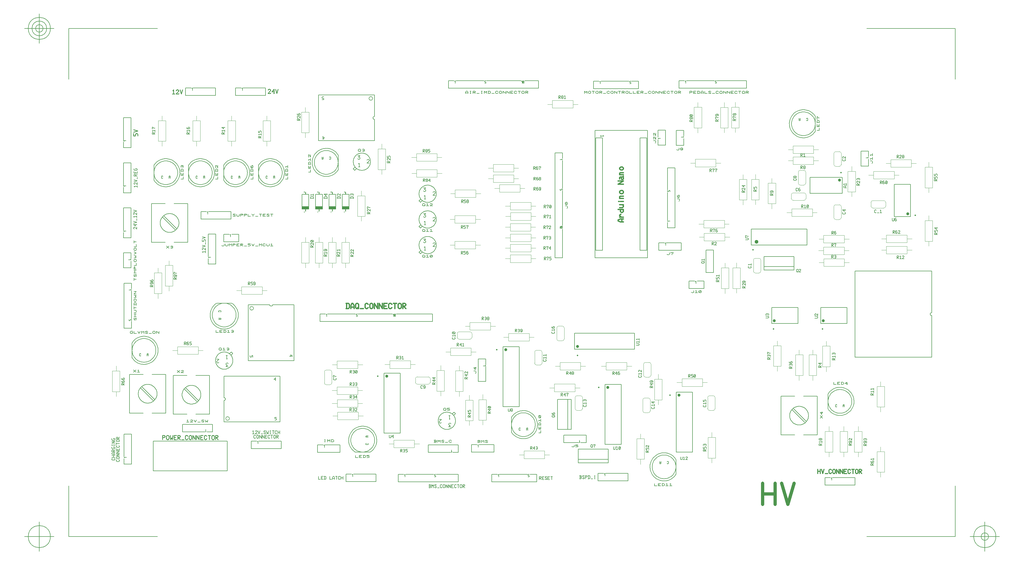
<source format=gbr>
G04 Generated by Ultiboard 13.0 *
%FSLAX33Y33*%
%MOMM*%

%ADD10C,0.001*%
%ADD11C,0.156*%
%ADD12C,0.203*%
%ADD13C,0.200*%
%ADD14C,0.100*%
%ADD15C,0.155*%
%ADD16C,0.150*%
%ADD17C,0.254*%
%ADD18C,0.056*%
%ADD19C,0.222*%
%ADD20C,0.400*%
%ADD21C,0.300*%
%ADD22C,0.167*%
%ADD23C,1.111*%
%ADD24C,0.127*%
%ADD25C,0.50000*%
%ADD26C,1.00000*%
%ADD27C,1.30000*%


G04 ColorRGB FFFF00 for the following layer *
%LNSilkscreen Top*%
%LPD*%
G54D10*
G54D11*
X73966Y59937D02*
X73966Y60534D01*
X74566Y60037D01*
X73566Y60037D01*
X73566Y60136D02*
X73566Y59937D01*
X61104Y59683D02*
X61104Y60280D01*
X60704Y60280D01*
X60704Y59882D01*
X60504Y59683D01*
X60304Y59683D01*
X60104Y59882D01*
X60104Y60280D01*
X68863Y52166D02*
X68266Y52166D01*
X68763Y52766D01*
X68763Y51766D01*
X68664Y51766D02*
X68863Y51766D01*
X69117Y39304D02*
X68520Y39304D01*
X68520Y38904D01*
X68918Y38904D01*
X69117Y38704D01*
X69117Y38504D01*
X68918Y38304D01*
X68520Y38304D01*
X196900Y42849D02*
X197100Y42650D01*
X197100Y42451D01*
X196900Y42252D01*
X196300Y42252D01*
X196100Y42451D01*
X196100Y42650D01*
X196300Y42849D01*
X196300Y43247D02*
X196100Y43446D01*
X197100Y43446D01*
X197100Y43148D02*
X197100Y43745D01*
X196700Y44641D02*
X196700Y44044D01*
X196100Y44541D01*
X197100Y44541D01*
X197100Y44442D02*
X197100Y44641D01*
X84483Y146996D02*
X85080Y146996D01*
X85080Y147396D01*
X84682Y147396D01*
X84483Y147596D01*
X84483Y147796D01*
X84682Y147996D01*
X85080Y147996D01*
X84737Y134134D02*
X85334Y134134D01*
X84837Y133534D01*
X84837Y134534D01*
X84936Y134534D02*
X84737Y134534D01*
X118597Y49300D02*
X118398Y49100D01*
X118199Y49100D01*
X118000Y49300D01*
X118000Y49900D01*
X118199Y50100D01*
X118398Y50100D01*
X118597Y49900D01*
X118896Y49300D02*
X119095Y49100D01*
X119294Y49100D01*
X119493Y49300D01*
X119493Y49700D01*
X119493Y49900D01*
X119294Y50100D01*
X119095Y50100D01*
X118896Y49900D01*
X118896Y49700D01*
X119095Y49500D01*
X119294Y49500D01*
X119493Y49700D01*
X261600Y108797D02*
X261800Y108598D01*
X261800Y108399D01*
X261600Y108200D01*
X261000Y108200D01*
X260800Y108399D01*
X260800Y108598D01*
X261000Y108797D01*
X261400Y109693D02*
X261400Y109096D01*
X260800Y109593D01*
X261800Y109593D01*
X261800Y109494D02*
X261800Y109693D01*
X261600Y126797D02*
X261800Y126598D01*
X261800Y126399D01*
X261600Y126200D01*
X261000Y126200D01*
X260800Y126399D01*
X260800Y126598D01*
X261000Y126797D01*
X261000Y127096D02*
X260800Y127295D01*
X260800Y127494D01*
X261000Y127693D01*
X261100Y127693D01*
X261800Y127096D01*
X261800Y127693D01*
X261700Y127693D01*
X173810Y43499D02*
X174010Y43300D01*
X174010Y43101D01*
X173810Y42902D01*
X173210Y42902D01*
X173010Y43101D01*
X173010Y43300D01*
X173210Y43499D01*
X173210Y43897D02*
X173010Y44096D01*
X174010Y44096D01*
X174010Y43798D02*
X174010Y44395D01*
X173110Y44793D02*
X173010Y44893D01*
X173010Y45092D01*
X173210Y45291D01*
X173410Y45291D01*
X173510Y45191D01*
X173610Y45291D01*
X173810Y45291D01*
X174010Y45092D01*
X174010Y44893D01*
X173910Y44793D01*
X173510Y44893D02*
X173510Y45191D01*
X245000Y120205D02*
X245200Y120006D01*
X245200Y119807D01*
X245000Y119608D01*
X244400Y119608D01*
X244200Y119807D01*
X244200Y120006D01*
X244400Y120205D01*
X245200Y120902D02*
X245200Y120703D01*
X245000Y120504D01*
X244800Y120504D01*
X244700Y120603D01*
X244600Y120504D01*
X244400Y120504D01*
X244200Y120703D01*
X244200Y120902D01*
X244400Y121101D01*
X244600Y121101D01*
X244700Y121001D01*
X244800Y121101D01*
X245000Y121101D01*
X245200Y120902D01*
X244700Y120603D02*
X244700Y121001D01*
X245605Y116200D02*
X245406Y116000D01*
X245207Y116000D01*
X245008Y116200D01*
X245008Y116800D01*
X245207Y117000D01*
X245406Y117000D01*
X245605Y116800D01*
X246401Y117000D02*
X246103Y117000D01*
X245904Y116800D01*
X245904Y116400D01*
X245904Y116200D01*
X246103Y116000D01*
X246302Y116000D01*
X246501Y116200D01*
X246501Y116400D01*
X246302Y116600D01*
X246103Y116600D01*
X245904Y116400D01*
X213826Y91544D02*
X214026Y91743D01*
X214026Y91942D01*
X213826Y92141D01*
X213226Y92141D01*
X213026Y91942D01*
X213026Y91743D01*
X213226Y91544D01*
X213826Y91544D01*
X213826Y91942D02*
X214026Y92141D01*
X213226Y92539D02*
X213026Y92738D01*
X214026Y92738D01*
X214026Y92440D02*
X214026Y93037D01*
X272267Y108830D02*
X272068Y108630D01*
X271869Y108630D01*
X271670Y108830D01*
X271670Y109430D01*
X271869Y109630D01*
X272068Y109630D01*
X272267Y109430D01*
X272566Y108630D02*
X273163Y108630D01*
X273561Y109430D02*
X273760Y109630D01*
X273760Y108630D01*
X273462Y108630D02*
X274059Y108630D01*
X214400Y43439D02*
X214600Y43240D01*
X214600Y43041D01*
X214400Y42842D01*
X213800Y42842D01*
X213600Y43041D01*
X213600Y43240D01*
X213800Y43439D01*
X213800Y43837D02*
X213600Y44036D01*
X214600Y44036D01*
X214600Y43738D02*
X214600Y44335D01*
X213600Y45231D02*
X213600Y44634D01*
X214000Y44634D01*
X214000Y45032D01*
X214200Y45231D01*
X214400Y45231D01*
X214600Y45032D01*
X214600Y44634D01*
X192510Y53459D02*
X192710Y53260D01*
X192710Y53061D01*
X192510Y52862D01*
X191910Y52862D01*
X191710Y53061D01*
X191710Y53260D01*
X191910Y53459D01*
X191910Y53857D02*
X191710Y54056D01*
X192710Y54056D01*
X192710Y53758D02*
X192710Y54355D01*
X191910Y54654D02*
X191710Y54853D01*
X191710Y55052D01*
X191910Y55251D01*
X192010Y55251D01*
X192710Y54654D01*
X192710Y55251D01*
X192610Y55251D01*
X160240Y58879D02*
X160440Y58680D01*
X160440Y58481D01*
X160240Y58282D01*
X159640Y58282D01*
X159440Y58481D01*
X159440Y58680D01*
X159640Y58879D01*
X159640Y59277D02*
X159440Y59476D01*
X160440Y59476D01*
X160440Y59178D02*
X160440Y59775D01*
X159640Y60173D02*
X159440Y60372D01*
X160440Y60372D01*
X160440Y60074D02*
X160440Y60671D01*
X163100Y68319D02*
X163300Y68120D01*
X163300Y67921D01*
X163100Y67722D01*
X162500Y67722D01*
X162300Y67921D01*
X162300Y68120D01*
X162500Y68319D01*
X162500Y68717D02*
X162300Y68916D01*
X163300Y68916D01*
X163300Y68618D02*
X163300Y69215D01*
X162300Y70011D02*
X162300Y69713D01*
X162500Y69514D01*
X162900Y69514D01*
X163100Y69514D01*
X163300Y69713D01*
X163300Y69912D01*
X163100Y70111D01*
X162900Y70111D01*
X162700Y69912D01*
X162700Y69713D01*
X162900Y69514D01*
X179703Y134847D02*
X179903Y134648D01*
X178903Y134648D01*
X178903Y134946D02*
X178903Y134349D01*
X229680Y90515D02*
X229880Y90316D01*
X229880Y90117D01*
X229680Y89918D01*
X229080Y89918D01*
X228880Y90117D01*
X228880Y90316D01*
X229080Y90515D01*
X229080Y90913D02*
X228880Y91112D01*
X229880Y91112D01*
X229880Y90814D02*
X229880Y91411D01*
X129430Y66399D02*
X129630Y66200D01*
X129630Y66001D01*
X129430Y65802D01*
X128830Y65802D01*
X128630Y66001D01*
X128630Y66200D01*
X128830Y66399D01*
X128830Y66797D02*
X128630Y66996D01*
X129630Y66996D01*
X129630Y66698D02*
X129630Y67295D01*
X128830Y67594D02*
X128630Y67793D01*
X128630Y67992D01*
X128830Y68191D01*
X129430Y68191D01*
X129630Y67992D01*
X129630Y67793D01*
X129430Y67594D01*
X128830Y67594D01*
X128830Y68191D02*
X129430Y67594D01*
X89170Y52595D02*
X89370Y52396D01*
X89370Y52197D01*
X89170Y51998D01*
X88570Y51998D01*
X88370Y52197D01*
X88370Y52396D01*
X88570Y52595D01*
X89370Y53192D02*
X88870Y53192D01*
X88570Y53491D01*
X88370Y53491D01*
X88370Y52894D01*
X88570Y52894D01*
G54D12*
X59550Y77500D02*
X59550Y58500D01*
X75050Y58500D01*
X75050Y77500D01*
X66800Y77500D02*
X66802Y77456D01*
X66808Y77413D01*
X66817Y77371D01*
X66830Y77329D01*
X66847Y77289D01*
X66867Y77250D01*
X66890Y77213D01*
X66917Y77179D01*
X66946Y77146D01*
X66979Y77117D01*
X67013Y77090D01*
X67050Y77067D01*
X67089Y77047D01*
X67129Y77030D01*
X67171Y77017D01*
X67213Y77008D01*
X67256Y77002D01*
X67300Y77000D01*
X67344Y77002D01*
X67387Y77008D01*
X67429Y77017D01*
X67471Y77030D01*
X67511Y77047D01*
X67550Y77067D01*
X67587Y77090D01*
X67621Y77117D01*
X67654Y77146D01*
X67683Y77179D01*
X67710Y77213D01*
X67733Y77250D01*
X67753Y77289D01*
X67770Y77329D01*
X67783Y77371D01*
X67792Y77413D01*
X67798Y77456D01*
X67800Y77500D01*
X75050Y77500D02*
X67800Y77500D01*
X66800Y77500D02*
X59550Y77500D01*
X51300Y37750D02*
X70300Y37750D01*
X70300Y53250D01*
X51300Y53250D01*
X51300Y45000D02*
X51344Y45002D01*
X51387Y45008D01*
X51429Y45017D01*
X51471Y45030D01*
X51511Y45047D01*
X51550Y45067D01*
X51587Y45090D01*
X51621Y45117D01*
X51654Y45146D01*
X51683Y45179D01*
X51710Y45213D01*
X51733Y45250D01*
X51753Y45289D01*
X51770Y45329D01*
X51783Y45371D01*
X51792Y45413D01*
X51798Y45456D01*
X51800Y45500D01*
X51798Y45544D01*
X51792Y45587D01*
X51783Y45629D01*
X51770Y45671D01*
X51753Y45711D01*
X51733Y45750D01*
X51710Y45787D01*
X51683Y45821D01*
X51654Y45854D01*
X51621Y45883D01*
X51587Y45910D01*
X51550Y45933D01*
X51511Y45953D01*
X51471Y45970D01*
X51429Y45983D01*
X51387Y45992D01*
X51344Y45998D01*
X51300Y46000D01*
X51300Y53250D02*
X51300Y46000D01*
X51300Y45000D02*
X51300Y37750D01*
X48486Y120055D02*
X49242Y120055D01*
X49242Y120902D01*
X49242Y122172D02*
X49242Y121325D01*
X48864Y121325D01*
X48486Y121325D01*
X48486Y122172D01*
X48864Y121325D02*
X48864Y121890D01*
X49242Y122595D02*
X49242Y123160D01*
X49090Y123442D01*
X48637Y123442D01*
X48486Y123160D01*
X48486Y122595D01*
X48486Y122736D02*
X49242Y122736D01*
X48637Y123865D02*
X48486Y124147D01*
X48486Y124430D01*
X48637Y124712D01*
X48712Y124712D01*
X49242Y123865D01*
X49242Y124712D01*
X49166Y124712D01*
X39336Y119606D02*
X39577Y119268D01*
X39847Y118952D01*
X40143Y118661D01*
X40464Y118396D01*
X40806Y118161D01*
X41168Y117957D01*
X41546Y117784D01*
X41938Y117646D01*
X42340Y117542D01*
X42750Y117473D01*
X43164Y117440D01*
X43579Y117444D01*
X43993Y117484D01*
X44401Y117560D01*
X44802Y117671D01*
X45191Y117816D01*
X45566Y117995D01*
X45924Y118206D01*
X46262Y118447D01*
X46578Y118717D01*
X46869Y119013D01*
X47134Y119334D01*
X47369Y119676D01*
X47573Y120038D01*
X47746Y120416D01*
X47884Y120808D01*
X47988Y121210D01*
X48057Y121620D01*
X48090Y122034D01*
X48086Y122449D01*
X48046Y122863D01*
X47970Y123271D01*
X47859Y123672D01*
X47714Y124061D01*
X47535Y124436D01*
X47324Y124794D01*
X47083Y125132D01*
X46813Y125448D01*
X46517Y125739D01*
X46196Y126004D01*
X45854Y126239D01*
X45492Y126443D01*
X45114Y126616D01*
X44722Y126754D01*
X44320Y126858D01*
X43910Y126927D01*
X43496Y126960D01*
X43081Y126956D01*
X42667Y126916D01*
X42259Y126840D01*
X41858Y126729D01*
X41469Y126584D01*
X41094Y126405D01*
X40736Y126194D01*
X40398Y125953D01*
X40082Y125683D01*
X39791Y125387D01*
X39526Y125066D01*
X39336Y124794D01*
X47352Y122200D02*
X47336Y122551D01*
X47291Y122898D01*
X47215Y123241D01*
X47109Y123575D01*
X46975Y123900D01*
X46813Y124211D01*
X46624Y124507D01*
X46411Y124785D01*
X46174Y125044D01*
X45915Y125281D01*
X45637Y125494D01*
X45341Y125683D01*
X45030Y125845D01*
X44705Y125979D01*
X44371Y126085D01*
X44028Y126161D01*
X43681Y126206D01*
X43330Y126222D01*
X42979Y126206D01*
X42632Y126161D01*
X42289Y126085D01*
X41955Y125979D01*
X41630Y125845D01*
X41319Y125683D01*
X41023Y125494D01*
X40745Y125281D01*
X40486Y125044D01*
X40249Y124785D01*
X40036Y124507D01*
X39847Y124211D01*
X39685Y123900D01*
X39551Y123575D01*
X39445Y123241D01*
X39369Y122898D01*
X39324Y122551D01*
X39308Y122200D01*
X39324Y121849D01*
X39369Y121502D01*
X39445Y121159D01*
X39551Y120825D01*
X39685Y120500D01*
X39847Y120189D01*
X40036Y119893D01*
X40249Y119615D01*
X40486Y119356D01*
X40745Y119119D01*
X41023Y118906D01*
X41319Y118717D01*
X41630Y118555D01*
X41955Y118421D01*
X42289Y118315D01*
X42632Y118239D01*
X42979Y118194D01*
X43330Y118178D01*
X43681Y118194D01*
X44028Y118239D01*
X44371Y118315D01*
X44705Y118421D01*
X45030Y118555D01*
X45341Y118717D01*
X45637Y118906D01*
X45915Y119119D01*
X46174Y119356D01*
X46411Y119615D01*
X46624Y119893D01*
X46813Y120189D01*
X46975Y120500D01*
X47109Y120825D01*
X47215Y121159D01*
X47291Y121502D01*
X47336Y121849D01*
X47352Y122200D01*
X47352Y122200D01*
X44388Y120718D02*
X44812Y120718D01*
X44812Y120930D02*
X44811Y120948D01*
X44808Y120967D01*
X44804Y120985D01*
X44799Y121002D01*
X44792Y121019D01*
X44783Y121036D01*
X44773Y121051D01*
X44762Y121066D01*
X44750Y121080D01*
X44736Y121092D01*
X44721Y121103D01*
X44706Y121113D01*
X44689Y121122D01*
X44672Y121129D01*
X44655Y121134D01*
X44637Y121138D01*
X44618Y121141D01*
X44600Y121142D01*
X44582Y121141D01*
X44563Y121138D01*
X44545Y121134D01*
X44528Y121129D01*
X44511Y121122D01*
X44494Y121113D01*
X44479Y121103D01*
X44464Y121092D01*
X44450Y121080D01*
X44438Y121066D01*
X44427Y121051D01*
X44417Y121036D01*
X44408Y121019D01*
X44401Y121002D01*
X44396Y120985D01*
X44392Y120967D01*
X44389Y120948D01*
X44388Y120930D01*
X39308Y124740D02*
X39308Y119660D01*
X44388Y120295D02*
X44388Y120930D01*
X41848Y120507D02*
X41849Y120488D01*
X41852Y120470D01*
X41856Y120452D01*
X41861Y120434D01*
X41868Y120417D01*
X41877Y120401D01*
X41887Y120385D01*
X41898Y120371D01*
X41910Y120357D01*
X41924Y120345D01*
X41939Y120333D01*
X41954Y120323D01*
X41971Y120315D01*
X41988Y120308D01*
X42005Y120302D01*
X42023Y120298D01*
X42042Y120296D01*
X42060Y120295D01*
X42078Y120296D01*
X42097Y120298D01*
X42115Y120302D01*
X42132Y120308D01*
X42149Y120315D01*
X42166Y120323D01*
X42181Y120333D01*
X42196Y120345D01*
X42210Y120357D01*
X42222Y120371D01*
X42233Y120385D01*
X42243Y120401D01*
X42252Y120417D01*
X42259Y120434D01*
X42264Y120452D01*
X42268Y120470D01*
X42271Y120488D01*
X42272Y120507D01*
X42272Y120507D01*
X41848Y120507D02*
X41848Y120930D01*
X42272Y120930D02*
X42271Y120948D01*
X42268Y120967D01*
X42264Y120985D01*
X42259Y121002D01*
X42252Y121019D01*
X42243Y121036D01*
X42233Y121051D01*
X42222Y121066D01*
X42210Y121080D01*
X42196Y121092D01*
X42181Y121103D01*
X42166Y121113D01*
X42149Y121122D01*
X42132Y121129D01*
X42115Y121134D01*
X42097Y121138D01*
X42078Y121141D01*
X42060Y121142D01*
X42042Y121141D01*
X42023Y121138D01*
X42005Y121134D01*
X41988Y121129D01*
X41971Y121122D01*
X41954Y121113D01*
X41939Y121103D01*
X41924Y121092D01*
X41910Y121080D01*
X41898Y121066D01*
X41887Y121051D01*
X41877Y121036D01*
X41868Y121019D01*
X41861Y121002D01*
X41856Y120985D01*
X41852Y120967D01*
X41849Y120948D01*
X41848Y120930D01*
X44812Y120295D02*
X44812Y120930D01*
X60386Y120055D02*
X61142Y120055D01*
X61142Y120902D01*
X61142Y122172D02*
X61142Y121325D01*
X60764Y121325D01*
X60386Y121325D01*
X60386Y122172D01*
X60764Y121325D02*
X60764Y121890D01*
X61142Y122595D02*
X61142Y123160D01*
X60990Y123442D01*
X60537Y123442D01*
X60386Y123160D01*
X60386Y122595D01*
X60386Y122736D02*
X61142Y122736D01*
X60386Y124571D02*
X60386Y124147D01*
X60537Y123865D01*
X60839Y123865D01*
X60990Y123865D01*
X61142Y124147D01*
X61142Y124430D01*
X60990Y124712D01*
X60839Y124712D01*
X60688Y124430D01*
X60688Y124147D01*
X60839Y123865D01*
X51236Y119606D02*
X51477Y119268D01*
X51747Y118952D01*
X52043Y118661D01*
X52364Y118396D01*
X52706Y118161D01*
X53068Y117957D01*
X53446Y117784D01*
X53838Y117646D01*
X54240Y117542D01*
X54650Y117473D01*
X55064Y117440D01*
X55479Y117444D01*
X55893Y117484D01*
X56301Y117560D01*
X56702Y117671D01*
X57091Y117816D01*
X57466Y117995D01*
X57824Y118206D01*
X58162Y118447D01*
X58478Y118717D01*
X58769Y119013D01*
X59034Y119334D01*
X59269Y119676D01*
X59473Y120038D01*
X59646Y120416D01*
X59784Y120808D01*
X59888Y121210D01*
X59957Y121620D01*
X59990Y122034D01*
X59986Y122449D01*
X59946Y122863D01*
X59870Y123271D01*
X59759Y123672D01*
X59614Y124061D01*
X59435Y124436D01*
X59224Y124794D01*
X58983Y125132D01*
X58713Y125448D01*
X58417Y125739D01*
X58096Y126004D01*
X57754Y126239D01*
X57392Y126443D01*
X57014Y126616D01*
X56622Y126754D01*
X56220Y126858D01*
X55810Y126927D01*
X55396Y126960D01*
X54981Y126956D01*
X54567Y126916D01*
X54159Y126840D01*
X53758Y126729D01*
X53369Y126584D01*
X52994Y126405D01*
X52636Y126194D01*
X52298Y125953D01*
X51982Y125683D01*
X51691Y125387D01*
X51426Y125066D01*
X51236Y124794D01*
X59252Y122200D02*
X59236Y122551D01*
X59191Y122898D01*
X59115Y123241D01*
X59009Y123575D01*
X58875Y123900D01*
X58713Y124211D01*
X58524Y124507D01*
X58311Y124785D01*
X58074Y125044D01*
X57815Y125281D01*
X57537Y125494D01*
X57241Y125683D01*
X56930Y125845D01*
X56605Y125979D01*
X56271Y126085D01*
X55928Y126161D01*
X55581Y126206D01*
X55230Y126222D01*
X54879Y126206D01*
X54532Y126161D01*
X54189Y126085D01*
X53855Y125979D01*
X53530Y125845D01*
X53219Y125683D01*
X52923Y125494D01*
X52645Y125281D01*
X52386Y125044D01*
X52149Y124785D01*
X51936Y124507D01*
X51747Y124211D01*
X51585Y123900D01*
X51451Y123575D01*
X51345Y123241D01*
X51269Y122898D01*
X51224Y122551D01*
X51208Y122200D01*
X51224Y121849D01*
X51269Y121502D01*
X51345Y121159D01*
X51451Y120825D01*
X51585Y120500D01*
X51747Y120189D01*
X51936Y119893D01*
X52149Y119615D01*
X52386Y119356D01*
X52645Y119119D01*
X52923Y118906D01*
X53219Y118717D01*
X53530Y118555D01*
X53855Y118421D01*
X54189Y118315D01*
X54532Y118239D01*
X54879Y118194D01*
X55230Y118178D01*
X55581Y118194D01*
X55928Y118239D01*
X56271Y118315D01*
X56605Y118421D01*
X56930Y118555D01*
X57241Y118717D01*
X57537Y118906D01*
X57815Y119119D01*
X58074Y119356D01*
X58311Y119615D01*
X58524Y119893D01*
X58713Y120189D01*
X58875Y120500D01*
X59009Y120825D01*
X59115Y121159D01*
X59191Y121502D01*
X59236Y121849D01*
X59252Y122200D01*
X59252Y122200D01*
X56288Y120718D02*
X56712Y120718D01*
X56712Y120930D02*
X56711Y120948D01*
X56708Y120967D01*
X56704Y120985D01*
X56699Y121002D01*
X56692Y121019D01*
X56683Y121036D01*
X56673Y121051D01*
X56662Y121066D01*
X56650Y121080D01*
X56636Y121092D01*
X56621Y121103D01*
X56606Y121113D01*
X56589Y121122D01*
X56572Y121129D01*
X56555Y121134D01*
X56537Y121138D01*
X56518Y121141D01*
X56500Y121142D01*
X56482Y121141D01*
X56463Y121138D01*
X56445Y121134D01*
X56428Y121129D01*
X56411Y121122D01*
X56394Y121113D01*
X56379Y121103D01*
X56364Y121092D01*
X56350Y121080D01*
X56338Y121066D01*
X56327Y121051D01*
X56317Y121036D01*
X56308Y121019D01*
X56301Y121002D01*
X56296Y120985D01*
X56292Y120967D01*
X56289Y120948D01*
X56288Y120930D01*
X51208Y124740D02*
X51208Y119660D01*
X56288Y120295D02*
X56288Y120930D01*
X53748Y120507D02*
X53749Y120488D01*
X53752Y120470D01*
X53756Y120452D01*
X53761Y120434D01*
X53768Y120417D01*
X53777Y120401D01*
X53787Y120385D01*
X53798Y120371D01*
X53810Y120357D01*
X53824Y120345D01*
X53839Y120333D01*
X53854Y120323D01*
X53871Y120315D01*
X53888Y120308D01*
X53905Y120302D01*
X53923Y120298D01*
X53942Y120296D01*
X53960Y120295D01*
X53978Y120296D01*
X53997Y120298D01*
X54015Y120302D01*
X54032Y120308D01*
X54049Y120315D01*
X54066Y120323D01*
X54081Y120333D01*
X54096Y120345D01*
X54110Y120357D01*
X54122Y120371D01*
X54133Y120385D01*
X54143Y120401D01*
X54152Y120417D01*
X54159Y120434D01*
X54164Y120452D01*
X54168Y120470D01*
X54171Y120488D01*
X54172Y120507D01*
X54172Y120507D01*
X53748Y120507D02*
X53748Y120930D01*
X54172Y120930D02*
X54171Y120948D01*
X54168Y120967D01*
X54164Y120985D01*
X54159Y121002D01*
X54152Y121019D01*
X54143Y121036D01*
X54133Y121051D01*
X54122Y121066D01*
X54110Y121080D01*
X54096Y121092D01*
X54081Y121103D01*
X54066Y121113D01*
X54049Y121122D01*
X54032Y121129D01*
X54015Y121134D01*
X53997Y121138D01*
X53978Y121141D01*
X53960Y121142D01*
X53942Y121141D01*
X53923Y121138D01*
X53905Y121134D01*
X53888Y121129D01*
X53871Y121122D01*
X53854Y121113D01*
X53839Y121103D01*
X53824Y121092D01*
X53810Y121080D01*
X53798Y121066D01*
X53787Y121051D01*
X53777Y121036D01*
X53768Y121019D01*
X53761Y121002D01*
X53756Y120985D01*
X53752Y120967D01*
X53749Y120948D01*
X53748Y120930D01*
X56712Y120295D02*
X56712Y120930D01*
X72186Y120055D02*
X72942Y120055D01*
X72942Y120902D01*
X72942Y122172D02*
X72942Y121325D01*
X72564Y121325D01*
X72186Y121325D01*
X72186Y122172D01*
X72564Y121325D02*
X72564Y121890D01*
X72942Y122595D02*
X72942Y123160D01*
X72790Y123442D01*
X72337Y123442D01*
X72186Y123160D01*
X72186Y122595D01*
X72186Y122736D02*
X72942Y122736D01*
X72337Y124006D02*
X72186Y124288D01*
X72942Y124288D01*
X72942Y123865D02*
X72942Y124712D01*
X63036Y119606D02*
X63277Y119268D01*
X63547Y118952D01*
X63843Y118661D01*
X64164Y118396D01*
X64506Y118161D01*
X64868Y117957D01*
X65246Y117784D01*
X65638Y117646D01*
X66040Y117542D01*
X66450Y117473D01*
X66864Y117440D01*
X67279Y117444D01*
X67693Y117484D01*
X68101Y117560D01*
X68502Y117671D01*
X68891Y117816D01*
X69266Y117995D01*
X69624Y118206D01*
X69962Y118447D01*
X70278Y118717D01*
X70569Y119013D01*
X70834Y119334D01*
X71069Y119676D01*
X71273Y120038D01*
X71446Y120416D01*
X71584Y120808D01*
X71688Y121210D01*
X71757Y121620D01*
X71790Y122034D01*
X71786Y122449D01*
X71746Y122863D01*
X71670Y123271D01*
X71559Y123672D01*
X71414Y124061D01*
X71235Y124436D01*
X71024Y124794D01*
X70783Y125132D01*
X70513Y125448D01*
X70217Y125739D01*
X69896Y126004D01*
X69554Y126239D01*
X69192Y126443D01*
X68814Y126616D01*
X68422Y126754D01*
X68020Y126858D01*
X67610Y126927D01*
X67196Y126960D01*
X66781Y126956D01*
X66367Y126916D01*
X65959Y126840D01*
X65558Y126729D01*
X65169Y126584D01*
X64794Y126405D01*
X64436Y126194D01*
X64098Y125953D01*
X63782Y125683D01*
X63491Y125387D01*
X63226Y125066D01*
X63036Y124794D01*
X71052Y122200D02*
X71036Y122551D01*
X70991Y122898D01*
X70915Y123241D01*
X70809Y123575D01*
X70675Y123900D01*
X70513Y124211D01*
X70324Y124507D01*
X70111Y124785D01*
X69874Y125044D01*
X69615Y125281D01*
X69337Y125494D01*
X69041Y125683D01*
X68730Y125845D01*
X68405Y125979D01*
X68071Y126085D01*
X67728Y126161D01*
X67381Y126206D01*
X67030Y126222D01*
X66679Y126206D01*
X66332Y126161D01*
X65989Y126085D01*
X65655Y125979D01*
X65330Y125845D01*
X65019Y125683D01*
X64723Y125494D01*
X64445Y125281D01*
X64186Y125044D01*
X63949Y124785D01*
X63736Y124507D01*
X63547Y124211D01*
X63385Y123900D01*
X63251Y123575D01*
X63145Y123241D01*
X63069Y122898D01*
X63024Y122551D01*
X63008Y122200D01*
X63024Y121849D01*
X63069Y121502D01*
X63145Y121159D01*
X63251Y120825D01*
X63385Y120500D01*
X63547Y120189D01*
X63736Y119893D01*
X63949Y119615D01*
X64186Y119356D01*
X64445Y119119D01*
X64723Y118906D01*
X65019Y118717D01*
X65330Y118555D01*
X65655Y118421D01*
X65989Y118315D01*
X66332Y118239D01*
X66679Y118194D01*
X67030Y118178D01*
X67381Y118194D01*
X67728Y118239D01*
X68071Y118315D01*
X68405Y118421D01*
X68730Y118555D01*
X69041Y118717D01*
X69337Y118906D01*
X69615Y119119D01*
X69874Y119356D01*
X70111Y119615D01*
X70324Y119893D01*
X70513Y120189D01*
X70675Y120500D01*
X70809Y120825D01*
X70915Y121159D01*
X70991Y121502D01*
X71036Y121849D01*
X71052Y122200D01*
X71052Y122200D01*
X68088Y120718D02*
X68512Y120718D01*
X68512Y120930D02*
X68511Y120948D01*
X68508Y120967D01*
X68504Y120985D01*
X68499Y121002D01*
X68492Y121019D01*
X68483Y121036D01*
X68473Y121051D01*
X68462Y121066D01*
X68450Y121080D01*
X68436Y121092D01*
X68421Y121103D01*
X68406Y121113D01*
X68389Y121122D01*
X68372Y121129D01*
X68355Y121134D01*
X68337Y121138D01*
X68318Y121141D01*
X68300Y121142D01*
X68282Y121141D01*
X68263Y121138D01*
X68245Y121134D01*
X68228Y121129D01*
X68211Y121122D01*
X68194Y121113D01*
X68179Y121103D01*
X68164Y121092D01*
X68150Y121080D01*
X68138Y121066D01*
X68127Y121051D01*
X68117Y121036D01*
X68108Y121019D01*
X68101Y121002D01*
X68096Y120985D01*
X68092Y120967D01*
X68089Y120948D01*
X68088Y120930D01*
X63008Y124740D02*
X63008Y119660D01*
X68088Y120295D02*
X68088Y120930D01*
X65548Y120507D02*
X65549Y120488D01*
X65552Y120470D01*
X65556Y120452D01*
X65561Y120434D01*
X65568Y120417D01*
X65577Y120401D01*
X65587Y120385D01*
X65598Y120371D01*
X65610Y120357D01*
X65624Y120345D01*
X65639Y120333D01*
X65654Y120323D01*
X65671Y120315D01*
X65688Y120308D01*
X65705Y120302D01*
X65723Y120298D01*
X65742Y120296D01*
X65760Y120295D01*
X65778Y120296D01*
X65797Y120298D01*
X65815Y120302D01*
X65832Y120308D01*
X65849Y120315D01*
X65866Y120323D01*
X65881Y120333D01*
X65896Y120345D01*
X65910Y120357D01*
X65922Y120371D01*
X65933Y120385D01*
X65943Y120401D01*
X65952Y120417D01*
X65959Y120434D01*
X65964Y120452D01*
X65968Y120470D01*
X65971Y120488D01*
X65972Y120507D01*
X65972Y120507D01*
X65548Y120507D02*
X65548Y120930D01*
X65972Y120930D02*
X65971Y120948D01*
X65968Y120967D01*
X65964Y120985D01*
X65959Y121002D01*
X65952Y121019D01*
X65943Y121036D01*
X65933Y121051D01*
X65922Y121066D01*
X65910Y121080D01*
X65896Y121092D01*
X65881Y121103D01*
X65866Y121113D01*
X65849Y121122D01*
X65832Y121129D01*
X65815Y121134D01*
X65797Y121138D01*
X65778Y121141D01*
X65760Y121142D01*
X65742Y121141D01*
X65723Y121138D01*
X65705Y121134D01*
X65688Y121129D01*
X65671Y121122D01*
X65654Y121113D01*
X65639Y121103D01*
X65624Y121092D01*
X65610Y121080D01*
X65598Y121066D01*
X65587Y121051D01*
X65577Y121036D01*
X65568Y121019D01*
X65561Y121002D01*
X65556Y120985D01*
X65552Y120967D01*
X65549Y120948D01*
X65548Y120930D01*
X68512Y120295D02*
X68512Y120930D01*
X36786Y120055D02*
X37542Y120055D01*
X37542Y120902D01*
X37542Y122172D02*
X37542Y121325D01*
X37164Y121325D01*
X36786Y121325D01*
X36786Y122172D01*
X37164Y121325D02*
X37164Y121890D01*
X37542Y122595D02*
X37542Y123160D01*
X37390Y123442D01*
X36937Y123442D01*
X36786Y123160D01*
X36786Y122595D01*
X36786Y122736D02*
X37542Y122736D01*
X36861Y124006D02*
X36786Y124147D01*
X36786Y124430D01*
X36937Y124712D01*
X37088Y124712D01*
X37164Y124571D01*
X37239Y124712D01*
X37390Y124712D01*
X37542Y124430D01*
X37542Y124147D01*
X37466Y124006D01*
X37164Y124147D02*
X37164Y124571D01*
X27636Y119606D02*
X27877Y119268D01*
X28147Y118952D01*
X28443Y118661D01*
X28764Y118396D01*
X29106Y118161D01*
X29468Y117957D01*
X29846Y117784D01*
X30238Y117646D01*
X30640Y117542D01*
X31050Y117473D01*
X31464Y117440D01*
X31879Y117444D01*
X32293Y117484D01*
X32701Y117560D01*
X33102Y117671D01*
X33491Y117816D01*
X33866Y117995D01*
X34224Y118206D01*
X34562Y118447D01*
X34878Y118717D01*
X35169Y119013D01*
X35434Y119334D01*
X35669Y119676D01*
X35873Y120038D01*
X36046Y120416D01*
X36184Y120808D01*
X36288Y121210D01*
X36357Y121620D01*
X36390Y122034D01*
X36386Y122449D01*
X36346Y122863D01*
X36270Y123271D01*
X36159Y123672D01*
X36014Y124061D01*
X35835Y124436D01*
X35624Y124794D01*
X35383Y125132D01*
X35113Y125448D01*
X34817Y125739D01*
X34496Y126004D01*
X34154Y126239D01*
X33792Y126443D01*
X33414Y126616D01*
X33022Y126754D01*
X32620Y126858D01*
X32210Y126927D01*
X31796Y126960D01*
X31381Y126956D01*
X30967Y126916D01*
X30559Y126840D01*
X30158Y126729D01*
X29769Y126584D01*
X29394Y126405D01*
X29036Y126194D01*
X28698Y125953D01*
X28382Y125683D01*
X28091Y125387D01*
X27826Y125066D01*
X27636Y124794D01*
X35652Y122200D02*
X35636Y122551D01*
X35591Y122898D01*
X35515Y123241D01*
X35409Y123575D01*
X35275Y123900D01*
X35113Y124211D01*
X34924Y124507D01*
X34711Y124785D01*
X34474Y125044D01*
X34215Y125281D01*
X33937Y125494D01*
X33641Y125683D01*
X33330Y125845D01*
X33005Y125979D01*
X32671Y126085D01*
X32328Y126161D01*
X31981Y126206D01*
X31630Y126222D01*
X31279Y126206D01*
X30932Y126161D01*
X30589Y126085D01*
X30255Y125979D01*
X29930Y125845D01*
X29619Y125683D01*
X29323Y125494D01*
X29045Y125281D01*
X28786Y125044D01*
X28549Y124785D01*
X28336Y124507D01*
X28147Y124211D01*
X27985Y123900D01*
X27851Y123575D01*
X27745Y123241D01*
X27669Y122898D01*
X27624Y122551D01*
X27608Y122200D01*
X27624Y121849D01*
X27669Y121502D01*
X27745Y121159D01*
X27851Y120825D01*
X27985Y120500D01*
X28147Y120189D01*
X28336Y119893D01*
X28549Y119615D01*
X28786Y119356D01*
X29045Y119119D01*
X29323Y118906D01*
X29619Y118717D01*
X29930Y118555D01*
X30255Y118421D01*
X30589Y118315D01*
X30932Y118239D01*
X31279Y118194D01*
X31630Y118178D01*
X31981Y118194D01*
X32328Y118239D01*
X32671Y118315D01*
X33005Y118421D01*
X33330Y118555D01*
X33641Y118717D01*
X33937Y118906D01*
X34215Y119119D01*
X34474Y119356D01*
X34711Y119615D01*
X34924Y119893D01*
X35113Y120189D01*
X35275Y120500D01*
X35409Y120825D01*
X35515Y121159D01*
X35591Y121502D01*
X35636Y121849D01*
X35652Y122200D01*
X35652Y122200D01*
X32688Y120718D02*
X33112Y120718D01*
X33112Y120930D02*
X33111Y120948D01*
X33108Y120967D01*
X33104Y120985D01*
X33099Y121002D01*
X33092Y121019D01*
X33083Y121036D01*
X33073Y121051D01*
X33062Y121066D01*
X33050Y121080D01*
X33036Y121092D01*
X33021Y121103D01*
X33006Y121113D01*
X32989Y121122D01*
X32972Y121129D01*
X32955Y121134D01*
X32937Y121138D01*
X32918Y121141D01*
X32900Y121142D01*
X32882Y121141D01*
X32863Y121138D01*
X32845Y121134D01*
X32828Y121129D01*
X32811Y121122D01*
X32794Y121113D01*
X32779Y121103D01*
X32764Y121092D01*
X32750Y121080D01*
X32738Y121066D01*
X32727Y121051D01*
X32717Y121036D01*
X32708Y121019D01*
X32701Y121002D01*
X32696Y120985D01*
X32692Y120967D01*
X32689Y120948D01*
X32688Y120930D01*
X27608Y124740D02*
X27608Y119660D01*
X32688Y120295D02*
X32688Y120930D01*
X30148Y120507D02*
X30149Y120488D01*
X30152Y120470D01*
X30156Y120452D01*
X30161Y120434D01*
X30168Y120417D01*
X30177Y120401D01*
X30187Y120385D01*
X30198Y120371D01*
X30210Y120357D01*
X30224Y120345D01*
X30239Y120333D01*
X30254Y120323D01*
X30271Y120315D01*
X30288Y120308D01*
X30305Y120302D01*
X30323Y120298D01*
X30342Y120296D01*
X30360Y120295D01*
X30378Y120296D01*
X30397Y120298D01*
X30415Y120302D01*
X30432Y120308D01*
X30449Y120315D01*
X30466Y120323D01*
X30481Y120333D01*
X30496Y120345D01*
X30510Y120357D01*
X30522Y120371D01*
X30533Y120385D01*
X30543Y120401D01*
X30552Y120417D01*
X30559Y120434D01*
X30564Y120452D01*
X30568Y120470D01*
X30571Y120488D01*
X30572Y120507D01*
X30572Y120507D01*
X30148Y120507D02*
X30148Y120930D01*
X30572Y120930D02*
X30571Y120948D01*
X30568Y120967D01*
X30564Y120985D01*
X30559Y121002D01*
X30552Y121019D01*
X30543Y121036D01*
X30533Y121051D01*
X30522Y121066D01*
X30510Y121080D01*
X30496Y121092D01*
X30481Y121103D01*
X30466Y121113D01*
X30449Y121122D01*
X30432Y121129D01*
X30415Y121134D01*
X30397Y121138D01*
X30378Y121141D01*
X30360Y121142D01*
X30342Y121141D01*
X30323Y121138D01*
X30305Y121134D01*
X30288Y121129D01*
X30271Y121122D01*
X30254Y121113D01*
X30239Y121103D01*
X30224Y121092D01*
X30210Y121080D01*
X30198Y121066D01*
X30187Y121051D01*
X30177Y121036D01*
X30168Y121019D01*
X30161Y121002D01*
X30156Y120985D01*
X30152Y120967D01*
X30149Y120948D01*
X30148Y120930D01*
X33112Y120295D02*
X33112Y120930D01*
X157886Y34020D02*
X158642Y34020D01*
X158642Y34867D01*
X158642Y36137D02*
X158642Y35290D01*
X158264Y35290D01*
X157886Y35290D01*
X157886Y36137D01*
X158264Y35290D02*
X158264Y35855D01*
X158642Y36560D02*
X158642Y37125D01*
X158490Y37407D01*
X158037Y37407D01*
X157886Y37125D01*
X157886Y36560D01*
X157886Y36701D02*
X158642Y36701D01*
X158037Y37971D02*
X157886Y38253D01*
X158642Y38253D01*
X158642Y37830D02*
X158642Y38677D01*
X158037Y39100D02*
X157886Y39382D01*
X157886Y39665D01*
X158037Y39947D01*
X158490Y39947D01*
X158642Y39665D01*
X158642Y39382D01*
X158490Y39100D01*
X158037Y39100D01*
X158037Y39947D02*
X158490Y39100D01*
X148736Y34206D02*
X148977Y33868D01*
X149247Y33552D01*
X149543Y33261D01*
X149864Y32996D01*
X150206Y32761D01*
X150568Y32557D01*
X150946Y32384D01*
X151338Y32246D01*
X151740Y32142D01*
X152150Y32073D01*
X152564Y32040D01*
X152979Y32044D01*
X153393Y32084D01*
X153801Y32160D01*
X154202Y32271D01*
X154591Y32416D01*
X154966Y32595D01*
X155324Y32806D01*
X155662Y33047D01*
X155978Y33317D01*
X156269Y33613D01*
X156534Y33934D01*
X156769Y34276D01*
X156973Y34638D01*
X157146Y35016D01*
X157284Y35408D01*
X157388Y35810D01*
X157457Y36220D01*
X157490Y36634D01*
X157486Y37049D01*
X157446Y37463D01*
X157370Y37871D01*
X157259Y38272D01*
X157114Y38661D01*
X156935Y39036D01*
X156724Y39394D01*
X156483Y39732D01*
X156213Y40048D01*
X155917Y40339D01*
X155596Y40604D01*
X155254Y40839D01*
X154892Y41043D01*
X154514Y41216D01*
X154122Y41354D01*
X153720Y41458D01*
X153310Y41527D01*
X152896Y41560D01*
X152481Y41556D01*
X152067Y41516D01*
X151659Y41440D01*
X151258Y41329D01*
X150869Y41184D01*
X150494Y41005D01*
X150136Y40794D01*
X149798Y40553D01*
X149482Y40283D01*
X149191Y39987D01*
X148926Y39666D01*
X148736Y39394D01*
X156752Y36800D02*
X156736Y37151D01*
X156691Y37498D01*
X156615Y37841D01*
X156509Y38175D01*
X156375Y38500D01*
X156213Y38811D01*
X156024Y39107D01*
X155811Y39385D01*
X155574Y39644D01*
X155315Y39881D01*
X155037Y40094D01*
X154741Y40283D01*
X154430Y40445D01*
X154105Y40579D01*
X153771Y40685D01*
X153428Y40761D01*
X153081Y40806D01*
X152730Y40822D01*
X152379Y40806D01*
X152032Y40761D01*
X151689Y40685D01*
X151355Y40579D01*
X151030Y40445D01*
X150719Y40283D01*
X150423Y40094D01*
X150145Y39881D01*
X149886Y39644D01*
X149649Y39385D01*
X149436Y39107D01*
X149247Y38811D01*
X149085Y38500D01*
X148951Y38175D01*
X148845Y37841D01*
X148769Y37498D01*
X148724Y37151D01*
X148708Y36800D01*
X148724Y36449D01*
X148769Y36102D01*
X148845Y35759D01*
X148951Y35425D01*
X149085Y35100D01*
X149247Y34789D01*
X149436Y34493D01*
X149649Y34215D01*
X149886Y33956D01*
X150145Y33719D01*
X150423Y33506D01*
X150719Y33317D01*
X151030Y33155D01*
X151355Y33021D01*
X151689Y32915D01*
X152032Y32839D01*
X152379Y32794D01*
X152730Y32778D01*
X153081Y32794D01*
X153428Y32839D01*
X153771Y32915D01*
X154105Y33021D01*
X154430Y33155D01*
X154741Y33317D01*
X155037Y33506D01*
X155315Y33719D01*
X155574Y33956D01*
X155811Y34215D01*
X156024Y34493D01*
X156213Y34789D01*
X156375Y35100D01*
X156509Y35425D01*
X156615Y35759D01*
X156691Y36102D01*
X156736Y36449D01*
X156752Y36800D01*
X156752Y36800D01*
X153788Y35318D02*
X154212Y35318D01*
X154212Y35530D02*
X154211Y35548D01*
X154208Y35567D01*
X154204Y35585D01*
X154199Y35602D01*
X154192Y35619D01*
X154183Y35636D01*
X154173Y35651D01*
X154162Y35666D01*
X154150Y35680D01*
X154136Y35692D01*
X154121Y35703D01*
X154106Y35713D01*
X154089Y35722D01*
X154072Y35729D01*
X154055Y35734D01*
X154037Y35738D01*
X154018Y35741D01*
X154000Y35742D01*
X153982Y35741D01*
X153963Y35738D01*
X153945Y35734D01*
X153928Y35729D01*
X153911Y35722D01*
X153894Y35713D01*
X153879Y35703D01*
X153864Y35692D01*
X153850Y35680D01*
X153838Y35666D01*
X153827Y35651D01*
X153817Y35636D01*
X153808Y35619D01*
X153801Y35602D01*
X153796Y35585D01*
X153792Y35567D01*
X153789Y35548D01*
X153788Y35530D01*
X148708Y39340D02*
X148708Y34260D01*
X153788Y34895D02*
X153788Y35530D01*
X151248Y35107D02*
X151249Y35088D01*
X151252Y35070D01*
X151256Y35052D01*
X151261Y35034D01*
X151268Y35017D01*
X151277Y35001D01*
X151287Y34985D01*
X151298Y34971D01*
X151310Y34957D01*
X151324Y34945D01*
X151339Y34933D01*
X151354Y34923D01*
X151371Y34915D01*
X151388Y34908D01*
X151405Y34902D01*
X151423Y34898D01*
X151442Y34896D01*
X151460Y34895D01*
X151478Y34896D01*
X151497Y34898D01*
X151515Y34902D01*
X151532Y34908D01*
X151549Y34915D01*
X151566Y34923D01*
X151581Y34933D01*
X151596Y34945D01*
X151610Y34957D01*
X151622Y34971D01*
X151633Y34985D01*
X151643Y35001D01*
X151652Y35017D01*
X151659Y35034D01*
X151664Y35052D01*
X151668Y35070D01*
X151671Y35088D01*
X151672Y35107D01*
X151672Y35107D01*
X151248Y35107D02*
X151248Y35530D01*
X151672Y35530D02*
X151671Y35548D01*
X151668Y35567D01*
X151664Y35585D01*
X151659Y35602D01*
X151652Y35619D01*
X151643Y35636D01*
X151633Y35651D01*
X151622Y35666D01*
X151610Y35680D01*
X151596Y35692D01*
X151581Y35703D01*
X151566Y35713D01*
X151549Y35722D01*
X151532Y35729D01*
X151515Y35734D01*
X151497Y35738D01*
X151478Y35741D01*
X151460Y35742D01*
X151442Y35741D01*
X151423Y35738D01*
X151405Y35734D01*
X151388Y35729D01*
X151371Y35722D01*
X151354Y35713D01*
X151339Y35703D01*
X151324Y35692D01*
X151310Y35680D01*
X151298Y35666D01*
X151287Y35651D01*
X151277Y35636D01*
X151268Y35619D01*
X151261Y35602D01*
X151256Y35585D01*
X151252Y35567D01*
X151249Y35548D01*
X151248Y35530D01*
X154212Y34895D02*
X154212Y35530D01*
X48620Y68814D02*
X48620Y68058D01*
X49467Y68058D01*
X50737Y68058D02*
X49890Y68058D01*
X49890Y68436D01*
X49890Y68814D01*
X50737Y68814D01*
X49890Y68436D02*
X50455Y68436D01*
X51160Y68058D02*
X51725Y68058D01*
X52007Y68210D01*
X52007Y68663D01*
X51725Y68814D01*
X51160Y68814D01*
X51301Y68814D02*
X51301Y68058D01*
X52571Y68663D02*
X52853Y68814D01*
X52853Y68058D01*
X52430Y68058D02*
X53277Y68058D01*
X53841Y68739D02*
X53982Y68814D01*
X54265Y68814D01*
X54547Y68663D01*
X54547Y68512D01*
X54406Y68436D01*
X54547Y68361D01*
X54547Y68210D01*
X54265Y68058D01*
X53982Y68058D01*
X53841Y68134D01*
X53982Y68436D02*
X54406Y68436D01*
X48806Y77964D02*
X48468Y77723D01*
X48152Y77453D01*
X47861Y77157D01*
X47596Y76836D01*
X47361Y76494D01*
X47157Y76132D01*
X46984Y75754D01*
X46846Y75362D01*
X46742Y74960D01*
X46673Y74550D01*
X46640Y74136D01*
X46644Y73721D01*
X46684Y73307D01*
X46760Y72899D01*
X46871Y72498D01*
X47016Y72109D01*
X47195Y71734D01*
X47406Y71376D01*
X47647Y71038D01*
X47917Y70722D01*
X48213Y70431D01*
X48534Y70166D01*
X48876Y69931D01*
X49238Y69727D01*
X49616Y69554D01*
X50008Y69416D01*
X50410Y69312D01*
X50820Y69243D01*
X51234Y69210D01*
X51649Y69214D01*
X52063Y69254D01*
X52471Y69330D01*
X52872Y69441D01*
X53261Y69586D01*
X53636Y69765D01*
X53994Y69976D01*
X54332Y70217D01*
X54648Y70487D01*
X54939Y70783D01*
X55204Y71104D01*
X55439Y71446D01*
X55643Y71808D01*
X55816Y72186D01*
X55954Y72578D01*
X56058Y72980D01*
X56127Y73390D01*
X56160Y73804D01*
X56156Y74219D01*
X56116Y74633D01*
X56040Y75041D01*
X55929Y75442D01*
X55784Y75831D01*
X55605Y76206D01*
X55394Y76564D01*
X55153Y76902D01*
X54883Y77218D01*
X54587Y77509D01*
X54266Y77774D01*
X53994Y77964D01*
X51400Y69948D02*
X51751Y69964D01*
X52098Y70009D01*
X52441Y70085D01*
X52775Y70191D01*
X53100Y70325D01*
X53411Y70487D01*
X53707Y70676D01*
X53985Y70889D01*
X54244Y71126D01*
X54481Y71385D01*
X54694Y71663D01*
X54883Y71959D01*
X55045Y72270D01*
X55179Y72595D01*
X55285Y72929D01*
X55361Y73272D01*
X55406Y73619D01*
X55422Y73970D01*
X55406Y74321D01*
X55361Y74668D01*
X55285Y75011D01*
X55179Y75345D01*
X55045Y75670D01*
X54883Y75981D01*
X54694Y76277D01*
X54481Y76555D01*
X54244Y76814D01*
X53985Y77051D01*
X53707Y77264D01*
X53411Y77453D01*
X53100Y77615D01*
X52775Y77749D01*
X52441Y77855D01*
X52098Y77931D01*
X51751Y77976D01*
X51400Y77992D01*
X51049Y77976D01*
X50702Y77931D01*
X50359Y77855D01*
X50025Y77749D01*
X49700Y77615D01*
X49389Y77453D01*
X49093Y77264D01*
X48815Y77051D01*
X48556Y76814D01*
X48319Y76555D01*
X48106Y76277D01*
X47917Y75981D01*
X47755Y75670D01*
X47621Y75345D01*
X47515Y75011D01*
X47439Y74668D01*
X47394Y74321D01*
X47378Y73970D01*
X47394Y73619D01*
X47439Y73272D01*
X47515Y72929D01*
X47621Y72595D01*
X47755Y72270D01*
X47917Y71959D01*
X48106Y71663D01*
X48319Y71385D01*
X48556Y71126D01*
X48815Y70889D01*
X49093Y70676D01*
X49389Y70487D01*
X49700Y70325D01*
X50025Y70191D01*
X50359Y70085D01*
X50702Y70009D01*
X51049Y69964D01*
X51400Y69948D01*
X49918Y72912D02*
X49918Y72488D01*
X50130Y72488D02*
X50148Y72489D01*
X50167Y72492D01*
X50185Y72496D01*
X50202Y72501D01*
X50219Y72508D01*
X50236Y72517D01*
X50251Y72527D01*
X50266Y72538D01*
X50280Y72550D01*
X50292Y72564D01*
X50303Y72579D01*
X50313Y72594D01*
X50322Y72611D01*
X50329Y72628D01*
X50334Y72645D01*
X50338Y72663D01*
X50341Y72682D01*
X50342Y72700D01*
X50341Y72718D01*
X50338Y72737D01*
X50334Y72755D01*
X50329Y72772D01*
X50322Y72789D01*
X50313Y72806D01*
X50303Y72821D01*
X50292Y72836D01*
X50280Y72850D01*
X50266Y72862D01*
X50251Y72873D01*
X50236Y72883D01*
X50219Y72892D01*
X50202Y72899D01*
X50185Y72904D01*
X50167Y72908D01*
X50148Y72911D01*
X50130Y72912D01*
X53940Y77992D02*
X48860Y77992D01*
X49495Y72912D02*
X50130Y72912D01*
X49707Y75452D02*
X49688Y75451D01*
X49670Y75448D01*
X49652Y75444D01*
X49634Y75439D01*
X49617Y75432D01*
X49601Y75423D01*
X49585Y75413D01*
X49571Y75402D01*
X49557Y75390D01*
X49545Y75376D01*
X49533Y75361D01*
X49523Y75346D01*
X49515Y75329D01*
X49508Y75312D01*
X49502Y75295D01*
X49498Y75277D01*
X49496Y75258D01*
X49495Y75240D01*
X49496Y75222D01*
X49498Y75203D01*
X49502Y75185D01*
X49508Y75168D01*
X49515Y75151D01*
X49523Y75134D01*
X49533Y75119D01*
X49545Y75104D01*
X49557Y75090D01*
X49571Y75078D01*
X49585Y75067D01*
X49601Y75057D01*
X49617Y75048D01*
X49634Y75041D01*
X49652Y75036D01*
X49670Y75032D01*
X49688Y75029D01*
X49707Y75028D01*
X49707Y75028D01*
X49707Y75452D02*
X50130Y75452D01*
X50130Y75028D02*
X50148Y75029D01*
X50167Y75032D01*
X50185Y75036D01*
X50202Y75041D01*
X50219Y75048D01*
X50236Y75057D01*
X50251Y75067D01*
X50266Y75078D01*
X50280Y75090D01*
X50292Y75104D01*
X50303Y75119D01*
X50313Y75134D01*
X50322Y75151D01*
X50329Y75168D01*
X50334Y75185D01*
X50338Y75203D01*
X50341Y75222D01*
X50342Y75240D01*
X50341Y75258D01*
X50338Y75277D01*
X50334Y75295D01*
X50329Y75312D01*
X50322Y75329D01*
X50313Y75346D01*
X50303Y75361D01*
X50292Y75376D01*
X50280Y75390D01*
X50266Y75402D01*
X50251Y75413D01*
X50236Y75423D01*
X50219Y75432D01*
X50202Y75439D01*
X50185Y75444D01*
X50167Y75448D01*
X50148Y75451D01*
X50130Y75452D01*
X49495Y72488D02*
X50130Y72488D01*
X102300Y148550D02*
X83300Y148550D01*
X83300Y133050D01*
X102300Y133050D01*
X102300Y141300D02*
X102256Y141298D01*
X102213Y141292D01*
X102171Y141283D01*
X102129Y141270D01*
X102089Y141253D01*
X102050Y141233D01*
X102013Y141210D01*
X101979Y141183D01*
X101946Y141154D01*
X101917Y141121D01*
X101890Y141087D01*
X101867Y141050D01*
X101847Y141011D01*
X101830Y140971D01*
X101817Y140929D01*
X101808Y140887D01*
X101802Y140844D01*
X101800Y140800D01*
X101802Y140756D01*
X101808Y140713D01*
X101817Y140671D01*
X101830Y140629D01*
X101847Y140589D01*
X101867Y140550D01*
X101890Y140513D01*
X101917Y140479D01*
X101946Y140446D01*
X101979Y140417D01*
X102013Y140390D01*
X102050Y140367D01*
X102089Y140347D01*
X102129Y140330D01*
X102171Y140317D01*
X102213Y140308D01*
X102256Y140302D01*
X102300Y140300D01*
X102300Y133050D02*
X102300Y140300D01*
X102300Y141300D02*
X102300Y148550D01*
X131752Y112000D02*
X131752Y113000D01*
X132150Y113000D01*
X132349Y112800D01*
X132349Y112700D01*
X132150Y112500D01*
X131752Y112500D01*
X131851Y112500D02*
X132349Y112000D01*
X133245Y113000D02*
X132648Y113000D01*
X132648Y112600D01*
X133046Y112600D01*
X133245Y112400D01*
X133245Y112200D01*
X133046Y112000D01*
X132648Y112000D01*
X133942Y112000D02*
X133743Y112000D01*
X133544Y112200D01*
X133544Y112400D01*
X133643Y112500D01*
X133544Y112600D01*
X133544Y112800D01*
X133743Y113000D01*
X133942Y113000D01*
X134141Y112800D01*
X134141Y112600D01*
X134041Y112500D01*
X134141Y112400D01*
X134141Y112200D01*
X133942Y112000D01*
X133643Y112500D02*
X134041Y112500D01*
X131652Y103300D02*
X131652Y104300D01*
X132050Y104300D01*
X132249Y104100D01*
X132249Y104000D01*
X132050Y103800D01*
X131652Y103800D01*
X131751Y103800D02*
X132249Y103300D01*
X133145Y104300D02*
X132548Y104300D01*
X132548Y103900D01*
X132946Y103900D01*
X133145Y103700D01*
X133145Y103500D01*
X132946Y103300D01*
X132548Y103300D01*
X133742Y103300D02*
X133742Y103800D01*
X134041Y104100D01*
X134041Y104300D01*
X133444Y104300D01*
X133444Y104100D01*
X118536Y111109D02*
X118818Y110958D01*
X119101Y110958D01*
X119383Y111109D01*
X119383Y111562D01*
X119101Y111714D01*
X118818Y111714D01*
X118536Y111562D01*
X118536Y111109D01*
X119101Y111109D02*
X119383Y110958D01*
X119947Y111562D02*
X120229Y111714D01*
X120229Y110958D01*
X119806Y110958D02*
X120653Y110958D01*
X121076Y111562D02*
X121358Y111714D01*
X121641Y111714D01*
X121923Y111562D01*
X121923Y111487D01*
X121076Y110958D01*
X121923Y110958D01*
X121923Y111033D01*
X123221Y115070D02*
X123210Y115325D01*
X123177Y115577D01*
X123121Y115826D01*
X123045Y116069D01*
X122947Y116304D01*
X122830Y116530D01*
X122693Y116745D01*
X122538Y116948D01*
X122365Y117135D01*
X122178Y117308D01*
X121975Y117463D01*
X121760Y117600D01*
X121534Y117717D01*
X121299Y117815D01*
X121056Y117891D01*
X120807Y117947D01*
X120555Y117980D01*
X120300Y117991D01*
X120045Y117980D01*
X119793Y117947D01*
X119544Y117891D01*
X119301Y117815D01*
X119066Y117717D01*
X118840Y117600D01*
X118625Y117463D01*
X118422Y117308D01*
X118235Y117135D01*
X118062Y116948D01*
X117907Y116745D01*
X117770Y116530D01*
X117653Y116304D01*
X117555Y116069D01*
X117479Y115826D01*
X117423Y115577D01*
X117390Y115325D01*
X117379Y115070D01*
X117390Y114815D01*
X117423Y114563D01*
X117479Y114314D01*
X117555Y114071D01*
X117653Y113836D01*
X117770Y113610D01*
X117907Y113395D01*
X118062Y113192D01*
X118235Y113005D01*
X118422Y112832D01*
X118625Y112677D01*
X118840Y112540D01*
X119066Y112423D01*
X119301Y112325D01*
X119544Y112249D01*
X119793Y112193D01*
X120045Y112160D01*
X120300Y112149D01*
X120555Y112160D01*
X120807Y112193D01*
X121056Y112249D01*
X121299Y112325D01*
X121534Y112423D01*
X121760Y112540D01*
X121975Y112677D01*
X122178Y112832D01*
X122365Y113005D01*
X122538Y113192D01*
X122693Y113395D01*
X122830Y113610D01*
X122947Y113836D01*
X123045Y114071D01*
X123121Y114314D01*
X123177Y114563D01*
X123210Y114815D01*
X123221Y115070D01*
X123221Y115070D01*
X117887Y112149D02*
X117379Y112657D01*
X117972Y113250D01*
X119411Y114562D02*
X119411Y113292D01*
X119157Y113292D02*
X119665Y113292D01*
X118480Y112742D02*
X117887Y112149D01*
X119157Y114308D02*
X119411Y114562D01*
X119665Y117102D02*
X119157Y116594D01*
X119411Y115832D02*
X119157Y115832D01*
X119157Y116594D02*
X119411Y116594D01*
X118903Y117102D02*
X119665Y117102D01*
X119665Y116086D02*
X119411Y115832D01*
X119411Y116594D02*
X119665Y116340D01*
X119157Y115832D02*
X118903Y116086D01*
X119665Y116340D02*
X119665Y116086D01*
X122840Y115324D02*
X122078Y114562D01*
X122840Y114562D01*
X122586Y115832D02*
X122840Y115578D01*
X122078Y115578D02*
X122332Y115832D01*
X122586Y115832D01*
X122840Y115578D02*
X122840Y115324D01*
X118536Y102409D02*
X118818Y102258D01*
X119101Y102258D01*
X119383Y102409D01*
X119383Y102862D01*
X119101Y103014D01*
X118818Y103014D01*
X118536Y102862D01*
X118536Y102409D01*
X119101Y102409D02*
X119383Y102258D01*
X119947Y102862D02*
X120229Y103014D01*
X120229Y102258D01*
X119806Y102258D02*
X120653Y102258D01*
X121217Y102862D02*
X121499Y103014D01*
X121499Y102258D01*
X121076Y102258D02*
X121923Y102258D01*
X123221Y106370D02*
X123210Y106625D01*
X123177Y106877D01*
X123121Y107126D01*
X123045Y107369D01*
X122947Y107604D01*
X122830Y107830D01*
X122693Y108045D01*
X122538Y108248D01*
X122365Y108435D01*
X122178Y108608D01*
X121975Y108763D01*
X121760Y108900D01*
X121534Y109017D01*
X121299Y109115D01*
X121056Y109191D01*
X120807Y109247D01*
X120555Y109280D01*
X120300Y109291D01*
X120045Y109280D01*
X119793Y109247D01*
X119544Y109191D01*
X119301Y109115D01*
X119066Y109017D01*
X118840Y108900D01*
X118625Y108763D01*
X118422Y108608D01*
X118235Y108435D01*
X118062Y108248D01*
X117907Y108045D01*
X117770Y107830D01*
X117653Y107604D01*
X117555Y107369D01*
X117479Y107126D01*
X117423Y106877D01*
X117390Y106625D01*
X117379Y106370D01*
X117390Y106115D01*
X117423Y105863D01*
X117479Y105614D01*
X117555Y105371D01*
X117653Y105136D01*
X117770Y104910D01*
X117907Y104695D01*
X118062Y104492D01*
X118235Y104305D01*
X118422Y104132D01*
X118625Y103977D01*
X118840Y103840D01*
X119066Y103723D01*
X119301Y103625D01*
X119544Y103549D01*
X119793Y103493D01*
X120045Y103460D01*
X120300Y103449D01*
X120555Y103460D01*
X120807Y103493D01*
X121056Y103549D01*
X121299Y103625D01*
X121534Y103723D01*
X121760Y103840D01*
X121975Y103977D01*
X122178Y104132D01*
X122365Y104305D01*
X122538Y104492D01*
X122693Y104695D01*
X122830Y104910D01*
X122947Y105136D01*
X123045Y105371D01*
X123121Y105614D01*
X123177Y105863D01*
X123210Y106115D01*
X123221Y106370D01*
X123221Y106370D01*
X117887Y103449D02*
X117379Y103957D01*
X117972Y104550D01*
X119411Y105862D02*
X119411Y104592D01*
X119157Y104592D02*
X119665Y104592D01*
X118480Y104042D02*
X117887Y103449D01*
X119157Y105608D02*
X119411Y105862D01*
X119665Y108402D02*
X119157Y107894D01*
X119411Y107132D02*
X119157Y107132D01*
X119157Y107894D02*
X119411Y107894D01*
X118903Y108402D02*
X119665Y108402D01*
X119665Y107386D02*
X119411Y107132D01*
X119411Y107894D02*
X119665Y107640D01*
X119157Y107132D02*
X118903Y107386D01*
X119665Y107640D02*
X119665Y107386D01*
X122840Y106624D02*
X122078Y105862D01*
X122840Y105862D01*
X122586Y107132D02*
X122840Y106878D01*
X122078Y106878D02*
X122332Y107132D01*
X122586Y107132D01*
X122840Y106878D02*
X122840Y106624D01*
X118536Y93709D02*
X118818Y93558D01*
X119101Y93558D01*
X119383Y93709D01*
X119383Y94162D01*
X119101Y94314D01*
X118818Y94314D01*
X118536Y94162D01*
X118536Y93709D01*
X119101Y93709D02*
X119383Y93558D01*
X119947Y94162D02*
X120229Y94314D01*
X120229Y93558D01*
X119806Y93558D02*
X120653Y93558D01*
X121076Y94162D02*
X121358Y94314D01*
X121641Y94314D01*
X121923Y94162D01*
X121923Y93709D01*
X121641Y93558D01*
X121358Y93558D01*
X121076Y93709D01*
X121076Y94162D01*
X121923Y94162D02*
X121076Y93709D01*
X123221Y97670D02*
X123210Y97925D01*
X123177Y98177D01*
X123121Y98426D01*
X123045Y98669D01*
X122947Y98904D01*
X122830Y99130D01*
X122693Y99345D01*
X122538Y99548D01*
X122365Y99735D01*
X122178Y99908D01*
X121975Y100063D01*
X121760Y100200D01*
X121534Y100317D01*
X121299Y100415D01*
X121056Y100491D01*
X120807Y100547D01*
X120555Y100580D01*
X120300Y100591D01*
X120045Y100580D01*
X119793Y100547D01*
X119544Y100491D01*
X119301Y100415D01*
X119066Y100317D01*
X118840Y100200D01*
X118625Y100063D01*
X118422Y99908D01*
X118235Y99735D01*
X118062Y99548D01*
X117907Y99345D01*
X117770Y99130D01*
X117653Y98904D01*
X117555Y98669D01*
X117479Y98426D01*
X117423Y98177D01*
X117390Y97925D01*
X117379Y97670D01*
X117390Y97415D01*
X117423Y97163D01*
X117479Y96914D01*
X117555Y96671D01*
X117653Y96436D01*
X117770Y96210D01*
X117907Y95995D01*
X118062Y95792D01*
X118235Y95605D01*
X118422Y95432D01*
X118625Y95277D01*
X118840Y95140D01*
X119066Y95023D01*
X119301Y94925D01*
X119544Y94849D01*
X119793Y94793D01*
X120045Y94760D01*
X120300Y94749D01*
X120555Y94760D01*
X120807Y94793D01*
X121056Y94849D01*
X121299Y94925D01*
X121534Y95023D01*
X121760Y95140D01*
X121975Y95277D01*
X122178Y95432D01*
X122365Y95605D01*
X122538Y95792D01*
X122693Y95995D01*
X122830Y96210D01*
X122947Y96436D01*
X123045Y96671D01*
X123121Y96914D01*
X123177Y97163D01*
X123210Y97415D01*
X123221Y97670D01*
X123221Y97670D01*
X117887Y94749D02*
X117379Y95257D01*
X117972Y95850D01*
X119411Y97162D02*
X119411Y95892D01*
X119157Y95892D02*
X119665Y95892D01*
X118480Y95342D02*
X117887Y94749D01*
X119157Y96908D02*
X119411Y97162D01*
X119665Y99702D02*
X119157Y99194D01*
X119411Y98432D02*
X119157Y98432D01*
X119157Y99194D02*
X119411Y99194D01*
X118903Y99702D02*
X119665Y99702D01*
X119665Y98686D02*
X119411Y98432D01*
X119411Y99194D02*
X119665Y98940D01*
X119157Y98432D02*
X118903Y98686D01*
X119665Y98940D02*
X119665Y98686D01*
X122840Y97924D02*
X122078Y97162D01*
X122840Y97162D01*
X122586Y98432D02*
X122840Y98178D01*
X122078Y98178D02*
X122332Y98432D01*
X122586Y98432D01*
X122840Y98178D02*
X122840Y97924D01*
X131652Y94600D02*
X131652Y95600D01*
X132050Y95600D01*
X132249Y95400D01*
X132249Y95300D01*
X132050Y95100D01*
X131652Y95100D01*
X131751Y95100D02*
X132249Y94600D01*
X133145Y95600D02*
X132548Y95600D01*
X132548Y95200D01*
X132946Y95200D01*
X133145Y95000D01*
X133145Y94800D01*
X132946Y94600D01*
X132548Y94600D01*
X133941Y95600D02*
X133643Y95600D01*
X133444Y95400D01*
X133444Y95000D01*
X133444Y94800D01*
X133643Y94600D01*
X133842Y94600D01*
X134041Y94800D01*
X134041Y95000D01*
X133842Y95200D01*
X133643Y95200D01*
X133444Y95000D01*
X50531Y97540D02*
X50813Y97388D01*
X51096Y97388D01*
X51378Y97540D01*
X51378Y98144D01*
X51801Y98144D02*
X51801Y97540D01*
X52083Y97388D01*
X52366Y97388D01*
X52648Y97540D01*
X52648Y98144D01*
X53071Y97388D02*
X53071Y98144D01*
X53494Y97766D01*
X53918Y98144D01*
X53918Y97388D01*
X54341Y97388D02*
X54341Y98144D01*
X54906Y98144D01*
X55188Y97993D01*
X55188Y97918D01*
X54906Y97766D01*
X54341Y97766D01*
X56458Y97388D02*
X55611Y97388D01*
X55611Y97766D01*
X55611Y98144D01*
X56458Y98144D01*
X55611Y97766D02*
X56176Y97766D01*
X56881Y97388D02*
X56881Y98144D01*
X57446Y98144D01*
X57728Y97993D01*
X57728Y97918D01*
X57446Y97766D01*
X56881Y97766D01*
X57022Y97766D02*
X57728Y97388D01*
X58151Y97388D02*
X58998Y97388D01*
X60268Y98144D02*
X59421Y98144D01*
X59421Y97842D01*
X59986Y97842D01*
X60268Y97691D01*
X60268Y97540D01*
X59986Y97388D01*
X59421Y97388D01*
X60691Y98144D02*
X61114Y97388D01*
X61538Y98144D01*
X61961Y97388D02*
X62808Y97388D01*
X63231Y97388D02*
X63231Y98144D01*
X63654Y97766D01*
X64078Y98144D01*
X64078Y97388D01*
X65348Y97540D02*
X65066Y97388D01*
X64783Y97388D01*
X64501Y97540D01*
X64501Y97993D01*
X64783Y98144D01*
X65066Y98144D01*
X65348Y97993D01*
X65771Y98144D02*
X65771Y97540D01*
X66053Y97388D01*
X66336Y97388D01*
X66618Y97540D01*
X66618Y98144D01*
X67182Y97993D02*
X67464Y98144D01*
X67464Y97388D01*
X67041Y97388D02*
X67888Y97388D01*
X56310Y98830D02*
X51230Y98830D01*
X53135Y101370D02*
X51230Y101370D01*
X51230Y98830D01*
X56310Y101370D02*
X53982Y101370D01*
X53558Y101370D02*
X53558Y100523D01*
X53347Y101158D02*
X53558Y101370D01*
X56310Y101370D02*
X56310Y98830D01*
X107620Y125552D02*
X106620Y125552D01*
X106620Y125950D01*
X106820Y126149D01*
X106920Y126149D01*
X107120Y125950D01*
X107120Y125552D01*
X107120Y125651D02*
X107620Y126149D01*
X106820Y126448D02*
X106620Y126647D01*
X106620Y126846D01*
X106820Y127045D01*
X106920Y127045D01*
X107620Y126448D01*
X107620Y127045D01*
X107520Y127045D01*
X106620Y127941D02*
X106620Y127344D01*
X107020Y127344D01*
X107020Y127742D01*
X107220Y127941D01*
X107420Y127941D01*
X107620Y127742D01*
X107620Y127344D01*
X39700Y135260D02*
X38700Y135260D01*
X38700Y135658D01*
X38900Y135857D01*
X39000Y135857D01*
X39200Y135658D01*
X39200Y135260D01*
X39200Y135359D02*
X39700Y135857D01*
X38900Y136255D02*
X38700Y136454D01*
X39700Y136454D01*
X39700Y136156D02*
X39700Y136753D01*
X38700Y137549D02*
X38700Y137251D01*
X38900Y137052D01*
X39300Y137052D01*
X39500Y137052D01*
X39700Y137251D01*
X39700Y137450D01*
X39500Y137649D01*
X39300Y137649D01*
X39100Y137450D01*
X39100Y137251D01*
X39300Y137052D01*
X77140Y139922D02*
X76140Y139922D01*
X76140Y140320D01*
X76340Y140519D01*
X76440Y140519D01*
X76640Y140320D01*
X76640Y139922D01*
X76640Y140021D02*
X77140Y140519D01*
X76340Y140818D02*
X76140Y141017D01*
X76140Y141216D01*
X76340Y141415D01*
X76440Y141415D01*
X77140Y140818D01*
X77140Y141415D01*
X77040Y141415D01*
X76140Y142211D02*
X76140Y141913D01*
X76340Y141714D01*
X76740Y141714D01*
X76940Y141714D01*
X77140Y141913D01*
X77140Y142112D01*
X76940Y142311D01*
X76740Y142311D01*
X76540Y142112D01*
X76540Y141913D01*
X76740Y141714D01*
X28000Y135260D02*
X27000Y135260D01*
X27000Y135658D01*
X27200Y135857D01*
X27300Y135857D01*
X27500Y135658D01*
X27500Y135260D01*
X27500Y135359D02*
X28000Y135857D01*
X27200Y136255D02*
X27000Y136454D01*
X28000Y136454D01*
X28000Y136156D02*
X28000Y136753D01*
X28000Y137350D02*
X27500Y137350D01*
X27200Y137649D01*
X27000Y137649D01*
X27000Y137052D01*
X27200Y137052D01*
X63980Y134022D02*
X62980Y134022D01*
X62980Y134420D01*
X63180Y134619D01*
X63280Y134619D01*
X63480Y134420D01*
X63480Y134022D01*
X63480Y134121D02*
X63980Y134619D01*
X63180Y135017D02*
X62980Y135216D01*
X63980Y135216D01*
X63980Y134918D02*
X63980Y135515D01*
X62980Y136411D02*
X62980Y135814D01*
X63380Y135814D01*
X63380Y136212D01*
X63580Y136411D01*
X63780Y136411D01*
X63980Y136212D01*
X63980Y135814D01*
X49636Y62189D02*
X49918Y62038D01*
X50201Y62038D01*
X50483Y62189D01*
X50483Y62642D01*
X50201Y62794D01*
X49918Y62794D01*
X49636Y62642D01*
X49636Y62189D01*
X50201Y62189D02*
X50483Y62038D01*
X51047Y62642D02*
X51329Y62794D01*
X51329Y62038D01*
X50906Y62038D02*
X51753Y62038D01*
X52317Y62718D02*
X52458Y62794D01*
X52741Y62794D01*
X53023Y62642D01*
X53023Y62491D01*
X52882Y62416D01*
X53023Y62340D01*
X53023Y62189D01*
X52741Y62038D01*
X52458Y62038D01*
X52317Y62113D01*
X52458Y62416D02*
X52882Y62416D01*
X48479Y58530D02*
X48490Y58275D01*
X48523Y58023D01*
X48579Y57774D01*
X48655Y57531D01*
X48753Y57296D01*
X48870Y57070D01*
X49007Y56855D01*
X49162Y56652D01*
X49335Y56465D01*
X49522Y56292D01*
X49725Y56137D01*
X49940Y56000D01*
X50166Y55883D01*
X50401Y55785D01*
X50644Y55709D01*
X50893Y55653D01*
X51145Y55620D01*
X51400Y55609D01*
X51655Y55620D01*
X51907Y55653D01*
X52156Y55709D01*
X52399Y55785D01*
X52634Y55883D01*
X52860Y56000D01*
X53075Y56137D01*
X53278Y56292D01*
X53465Y56465D01*
X53638Y56652D01*
X53793Y56855D01*
X53930Y57070D01*
X54047Y57296D01*
X54145Y57531D01*
X54221Y57774D01*
X54277Y58023D01*
X54310Y58275D01*
X54321Y58530D01*
X54310Y58785D01*
X54277Y59037D01*
X54221Y59286D01*
X54145Y59529D01*
X54047Y59764D01*
X53930Y59990D01*
X53793Y60205D01*
X53638Y60408D01*
X53465Y60595D01*
X53278Y60768D01*
X53075Y60923D01*
X52860Y61060D01*
X52634Y61177D01*
X52399Y61275D01*
X52156Y61351D01*
X51907Y61407D01*
X51655Y61440D01*
X51400Y61451D01*
X51145Y61440D01*
X50893Y61407D01*
X50644Y61351D01*
X50401Y61275D01*
X50166Y61177D01*
X49940Y61060D01*
X49725Y60923D01*
X49522Y60768D01*
X49335Y60595D01*
X49162Y60408D01*
X49007Y60205D01*
X48870Y59990D01*
X48753Y59764D01*
X48655Y59529D01*
X48579Y59286D01*
X48523Y59037D01*
X48490Y58785D01*
X48479Y58530D01*
X53813Y61451D02*
X54321Y60943D01*
X53728Y60350D01*
X52289Y59038D02*
X52289Y60308D01*
X52543Y60308D02*
X52035Y60308D01*
X53220Y60858D02*
X53813Y61451D01*
X52543Y59292D02*
X52289Y59038D01*
X52035Y56498D02*
X52543Y57006D01*
X52289Y57768D02*
X52543Y57768D01*
X52543Y57006D02*
X52289Y57006D01*
X52797Y56498D02*
X52035Y56498D01*
X52035Y57514D02*
X52289Y57768D01*
X52289Y57006D02*
X52035Y57260D01*
X52543Y57768D02*
X52797Y57514D01*
X52035Y57260D02*
X52035Y57514D01*
X48860Y58276D02*
X49622Y59038D01*
X48860Y59038D01*
X49114Y57768D02*
X48860Y58022D01*
X49622Y58022D02*
X49368Y57768D01*
X49114Y57768D01*
X48860Y58022D02*
X48860Y58276D01*
X35350Y86062D02*
X34350Y86062D01*
X34350Y86460D01*
X34550Y86659D01*
X34650Y86659D01*
X34850Y86460D01*
X34850Y86062D01*
X34850Y86161D02*
X35350Y86659D01*
X35150Y86958D02*
X35350Y87157D01*
X35350Y87356D01*
X35150Y87555D01*
X34750Y87555D01*
X34550Y87555D01*
X34350Y87356D01*
X34350Y87157D01*
X34550Y86958D01*
X34750Y86958D01*
X34950Y87157D01*
X34950Y87356D01*
X34750Y87555D01*
X35350Y88152D02*
X34850Y88152D01*
X34550Y88451D01*
X34350Y88451D01*
X34350Y87854D01*
X34550Y87854D01*
X27370Y83572D02*
X26370Y83572D01*
X26370Y83970D01*
X26570Y84169D01*
X26670Y84169D01*
X26870Y83970D01*
X26870Y83572D01*
X26870Y83671D02*
X27370Y84169D01*
X27170Y84468D02*
X27370Y84667D01*
X27370Y84866D01*
X27170Y85065D01*
X26770Y85065D01*
X26570Y85065D01*
X26370Y84866D01*
X26370Y84667D01*
X26570Y84468D01*
X26770Y84468D01*
X26970Y84667D01*
X26970Y84866D01*
X26770Y85065D01*
X26370Y85861D02*
X26370Y85563D01*
X26570Y85364D01*
X26970Y85364D01*
X27170Y85364D01*
X27370Y85563D01*
X27370Y85762D01*
X27170Y85961D01*
X26970Y85961D01*
X26770Y85762D01*
X26770Y85563D01*
X26970Y85364D01*
X51600Y135260D02*
X50600Y135260D01*
X50600Y135658D01*
X50800Y135857D01*
X50900Y135857D01*
X51100Y135658D01*
X51100Y135260D01*
X51100Y135359D02*
X51600Y135857D01*
X50800Y136255D02*
X50600Y136454D01*
X51600Y136454D01*
X51600Y136156D02*
X51600Y136753D01*
X51200Y137649D02*
X51200Y137052D01*
X50600Y137549D01*
X51600Y137549D01*
X51600Y137450D02*
X51600Y137649D01*
X79907Y122412D02*
X80663Y122412D01*
X80663Y123259D01*
X80663Y124529D02*
X80663Y123682D01*
X80285Y123682D01*
X79907Y123682D01*
X79907Y124529D01*
X80285Y123682D02*
X80285Y124247D01*
X80663Y124952D02*
X80663Y125517D01*
X80512Y125799D01*
X80058Y125799D01*
X79907Y125517D01*
X79907Y124952D01*
X79907Y125093D02*
X80663Y125093D01*
X80058Y126363D02*
X79907Y126645D01*
X80663Y126645D01*
X80663Y126222D02*
X80663Y127069D01*
X80058Y127492D02*
X79907Y127774D01*
X79907Y128057D01*
X80058Y128339D01*
X80134Y128339D01*
X80663Y127492D01*
X80663Y128339D01*
X80588Y128339D01*
X89964Y128294D02*
X89723Y128632D01*
X89453Y128948D01*
X89157Y129239D01*
X88836Y129504D01*
X88494Y129739D01*
X88132Y129943D01*
X87754Y130116D01*
X87362Y130254D01*
X86960Y130358D01*
X86550Y130427D01*
X86136Y130460D01*
X85721Y130456D01*
X85307Y130416D01*
X84899Y130340D01*
X84498Y130229D01*
X84109Y130084D01*
X83734Y129905D01*
X83376Y129694D01*
X83038Y129453D01*
X82722Y129183D01*
X82431Y128887D01*
X82166Y128566D01*
X81931Y128224D01*
X81727Y127862D01*
X81554Y127484D01*
X81416Y127092D01*
X81312Y126690D01*
X81243Y126280D01*
X81210Y125866D01*
X81214Y125451D01*
X81254Y125037D01*
X81330Y124629D01*
X81441Y124228D01*
X81586Y123839D01*
X81765Y123464D01*
X81976Y123106D01*
X82217Y122768D01*
X82487Y122452D01*
X82783Y122161D01*
X83104Y121896D01*
X83446Y121661D01*
X83808Y121457D01*
X84186Y121284D01*
X84578Y121146D01*
X84980Y121042D01*
X85390Y120973D01*
X85804Y120940D01*
X86219Y120944D01*
X86633Y120984D01*
X87041Y121060D01*
X87442Y121171D01*
X87831Y121316D01*
X88206Y121495D01*
X88564Y121706D01*
X88902Y121947D01*
X89218Y122217D01*
X89509Y122513D01*
X89774Y122834D01*
X89964Y123106D01*
X81948Y125700D02*
X81964Y125349D01*
X82009Y125002D01*
X82085Y124659D01*
X82191Y124325D01*
X82325Y124000D01*
X82487Y123689D01*
X82676Y123393D01*
X82889Y123115D01*
X83126Y122856D01*
X83385Y122619D01*
X83663Y122406D01*
X83959Y122217D01*
X84270Y122055D01*
X84595Y121921D01*
X84929Y121815D01*
X85272Y121739D01*
X85619Y121694D01*
X85970Y121678D01*
X86321Y121694D01*
X86668Y121739D01*
X87011Y121815D01*
X87345Y121921D01*
X87670Y122055D01*
X87981Y122217D01*
X88277Y122406D01*
X88555Y122619D01*
X88814Y122856D01*
X89051Y123115D01*
X89264Y123393D01*
X89453Y123689D01*
X89615Y124000D01*
X89749Y124325D01*
X89855Y124659D01*
X89931Y125002D01*
X89976Y125349D01*
X89992Y125700D01*
X89976Y126051D01*
X89931Y126398D01*
X89855Y126741D01*
X89749Y127075D01*
X89615Y127400D01*
X89453Y127711D01*
X89264Y128007D01*
X89051Y128285D01*
X88814Y128544D01*
X88555Y128781D01*
X88277Y128994D01*
X87981Y129183D01*
X87670Y129345D01*
X87345Y129479D01*
X87011Y129585D01*
X86668Y129661D01*
X86321Y129706D01*
X85970Y129722D01*
X85619Y129706D01*
X85272Y129661D01*
X84929Y129585D01*
X84595Y129479D01*
X84270Y129345D01*
X83959Y129183D01*
X83663Y128994D01*
X83385Y128781D01*
X83126Y128544D01*
X82889Y128285D01*
X82676Y128007D01*
X82487Y127711D01*
X82325Y127400D01*
X82191Y127075D01*
X82085Y126741D01*
X82009Y126398D01*
X81964Y126051D01*
X81948Y125700D01*
X84912Y127182D02*
X84488Y127182D01*
X84488Y126970D02*
X84489Y126952D01*
X84492Y126933D01*
X84496Y126915D01*
X84501Y126898D01*
X84508Y126881D01*
X84517Y126864D01*
X84527Y126849D01*
X84538Y126834D01*
X84550Y126820D01*
X84564Y126808D01*
X84579Y126797D01*
X84594Y126787D01*
X84611Y126778D01*
X84628Y126771D01*
X84645Y126766D01*
X84663Y126762D01*
X84682Y126759D01*
X84700Y126758D01*
X84718Y126759D01*
X84737Y126762D01*
X84755Y126766D01*
X84772Y126771D01*
X84789Y126778D01*
X84806Y126787D01*
X84821Y126797D01*
X84836Y126808D01*
X84850Y126820D01*
X84862Y126834D01*
X84873Y126849D01*
X84883Y126864D01*
X84892Y126881D01*
X84899Y126898D01*
X84904Y126915D01*
X84908Y126933D01*
X84911Y126952D01*
X84912Y126970D01*
X89992Y123160D02*
X89992Y128240D01*
X84912Y127605D02*
X84912Y126970D01*
X87452Y127393D02*
X87451Y127412D01*
X87448Y127430D01*
X87444Y127448D01*
X87439Y127466D01*
X87432Y127483D01*
X87423Y127499D01*
X87413Y127515D01*
X87402Y127529D01*
X87390Y127543D01*
X87376Y127555D01*
X87361Y127567D01*
X87346Y127577D01*
X87329Y127585D01*
X87312Y127592D01*
X87295Y127598D01*
X87277Y127602D01*
X87258Y127604D01*
X87240Y127605D01*
X87222Y127604D01*
X87203Y127602D01*
X87185Y127598D01*
X87168Y127592D01*
X87151Y127585D01*
X87134Y127577D01*
X87119Y127567D01*
X87104Y127555D01*
X87090Y127543D01*
X87078Y127529D01*
X87067Y127515D01*
X87057Y127499D01*
X87048Y127483D01*
X87041Y127466D01*
X87036Y127448D01*
X87032Y127430D01*
X87029Y127412D01*
X87028Y127393D01*
X87028Y127393D01*
X87452Y127393D02*
X87452Y126970D01*
X87028Y126970D02*
X87029Y126952D01*
X87032Y126933D01*
X87036Y126915D01*
X87041Y126898D01*
X87048Y126881D01*
X87057Y126864D01*
X87067Y126849D01*
X87078Y126834D01*
X87090Y126820D01*
X87104Y126808D01*
X87119Y126797D01*
X87134Y126787D01*
X87151Y126778D01*
X87168Y126771D01*
X87185Y126766D01*
X87203Y126762D01*
X87222Y126759D01*
X87240Y126758D01*
X87258Y126759D01*
X87277Y126762D01*
X87295Y126766D01*
X87312Y126771D01*
X87329Y126778D01*
X87346Y126787D01*
X87361Y126797D01*
X87376Y126808D01*
X87390Y126820D01*
X87402Y126834D01*
X87413Y126849D01*
X87423Y126864D01*
X87432Y126881D01*
X87439Y126898D01*
X87444Y126915D01*
X87448Y126933D01*
X87451Y126952D01*
X87452Y126970D01*
X84488Y127605D02*
X84488Y126970D01*
X210060Y139522D02*
X209060Y139522D01*
X209060Y139920D01*
X209260Y140119D01*
X209360Y140119D01*
X209560Y139920D01*
X209560Y139522D01*
X209560Y139621D02*
X210060Y140119D01*
X210060Y140816D02*
X210060Y140617D01*
X209860Y140418D01*
X209660Y140418D01*
X209560Y140517D01*
X209460Y140418D01*
X209260Y140418D01*
X209060Y140617D01*
X209060Y140816D01*
X209260Y141015D01*
X209460Y141015D01*
X209560Y140915D01*
X209660Y141015D01*
X209860Y141015D01*
X210060Y140816D01*
X209560Y140517D02*
X209560Y140915D01*
X209260Y141314D02*
X209060Y141513D01*
X209060Y141712D01*
X209260Y141911D01*
X209860Y141911D01*
X210060Y141712D01*
X210060Y141513D01*
X209860Y141314D01*
X209260Y141314D01*
X209260Y141911D02*
X209860Y141314D01*
X224750Y139892D02*
X223750Y139892D01*
X223750Y140290D01*
X223950Y140489D01*
X224050Y140489D01*
X224250Y140290D01*
X224250Y139892D01*
X224250Y139991D02*
X224750Y140489D01*
X224750Y141086D02*
X224250Y141086D01*
X223950Y141385D01*
X223750Y141385D01*
X223750Y140788D01*
X223950Y140788D01*
X224750Y142082D02*
X224750Y141883D01*
X224550Y141684D01*
X224350Y141684D01*
X224250Y141783D01*
X224150Y141684D01*
X223950Y141684D01*
X223750Y141883D01*
X223750Y142082D01*
X223950Y142281D01*
X224150Y142281D01*
X224250Y142181D01*
X224350Y142281D01*
X224550Y142281D01*
X224750Y142082D01*
X224250Y141783D02*
X224250Y142181D01*
X134940Y39332D02*
X133940Y39332D01*
X133940Y39730D01*
X134140Y39929D01*
X134240Y39929D01*
X134440Y39730D01*
X134440Y39332D01*
X134440Y39431D02*
X134940Y39929D01*
X134540Y40825D02*
X134540Y40228D01*
X133940Y40725D01*
X134940Y40725D01*
X134940Y40626D02*
X134940Y40825D01*
X133940Y41721D02*
X133940Y41124D01*
X134340Y41124D01*
X134340Y41522D01*
X134540Y41721D01*
X134740Y41721D01*
X134940Y41522D01*
X134940Y41124D01*
X253288Y39005D02*
X254044Y39852D01*
X254044Y39005D02*
X253288Y39852D01*
X253741Y41122D02*
X253741Y40275D01*
X253288Y40981D01*
X254044Y40981D01*
X254044Y40840D02*
X254044Y41122D01*
X252238Y33318D02*
X252238Y46442D01*
X239962Y33318D02*
X239962Y46442D01*
X246100Y43055D02*
X245823Y43043D01*
X245549Y43007D01*
X245278Y42947D01*
X245014Y42864D01*
X244758Y42758D01*
X244513Y42630D01*
X244279Y42481D01*
X244059Y42312D01*
X243855Y42125D01*
X243668Y41921D01*
X243499Y41701D01*
X243350Y41467D01*
X243222Y41222D01*
X243116Y40966D01*
X243033Y40702D01*
X242973Y40431D01*
X242937Y40157D01*
X242925Y39880D01*
X242937Y39603D01*
X242973Y39329D01*
X243033Y39058D01*
X243116Y38794D01*
X243222Y38538D01*
X243350Y38293D01*
X243499Y38059D01*
X243668Y37839D01*
X243855Y37635D01*
X244059Y37448D01*
X244279Y37279D01*
X244513Y37130D01*
X244758Y37002D01*
X245014Y36896D01*
X245278Y36813D01*
X245549Y36753D01*
X245823Y36717D01*
X246100Y36705D01*
X244618Y33318D02*
X239962Y33318D01*
X248005Y37552D02*
X243772Y41785D01*
X246100Y36705D02*
X246377Y36717D01*
X246651Y36753D01*
X246922Y36813D01*
X247186Y36896D01*
X247442Y37002D01*
X247688Y37130D01*
X247921Y37279D01*
X248141Y37448D01*
X248345Y37635D01*
X248532Y37839D01*
X248701Y38059D01*
X248850Y38292D01*
X248978Y38538D01*
X249084Y38794D01*
X249167Y39058D01*
X249227Y39329D01*
X249263Y39603D01*
X249275Y39880D01*
X249263Y40157D01*
X249227Y40431D01*
X249167Y40702D01*
X249084Y40966D01*
X248978Y41222D01*
X248850Y41467D01*
X248701Y41701D01*
X248532Y41921D01*
X248345Y42125D01*
X248141Y42312D01*
X247921Y42481D01*
X247688Y42630D01*
X247442Y42758D01*
X247186Y42864D01*
X246922Y42947D01*
X246651Y43007D01*
X246377Y43043D01*
X246100Y43055D01*
X247582Y33318D02*
X252238Y33318D01*
X244195Y42208D02*
X248428Y37975D01*
X239962Y46442D02*
X244618Y46442D01*
X252238Y46442D02*
X247582Y46442D01*
X125671Y41789D02*
X125953Y41638D01*
X126236Y41638D01*
X126518Y41789D01*
X126518Y42242D01*
X126236Y42394D01*
X125953Y42394D01*
X125671Y42242D01*
X125671Y41789D01*
X126236Y41789D02*
X126518Y41638D01*
X127788Y42394D02*
X126941Y42394D01*
X126941Y42091D01*
X127506Y42091D01*
X127788Y41940D01*
X127788Y41789D01*
X127506Y41638D01*
X126941Y41638D01*
X123879Y38130D02*
X123890Y37875D01*
X123923Y37623D01*
X123979Y37374D01*
X124055Y37131D01*
X124153Y36896D01*
X124270Y36670D01*
X124407Y36455D01*
X124562Y36252D01*
X124735Y36065D01*
X124922Y35892D01*
X125125Y35737D01*
X125340Y35600D01*
X125566Y35483D01*
X125801Y35385D01*
X126044Y35309D01*
X126293Y35253D01*
X126545Y35220D01*
X126800Y35209D01*
X127055Y35220D01*
X127307Y35253D01*
X127556Y35309D01*
X127799Y35385D01*
X128034Y35483D01*
X128260Y35600D01*
X128475Y35737D01*
X128678Y35892D01*
X128865Y36065D01*
X129038Y36252D01*
X129193Y36455D01*
X129330Y36670D01*
X129447Y36896D01*
X129545Y37131D01*
X129621Y37374D01*
X129677Y37623D01*
X129710Y37875D01*
X129721Y38130D01*
X129710Y38385D01*
X129677Y38637D01*
X129621Y38886D01*
X129545Y39129D01*
X129447Y39364D01*
X129330Y39590D01*
X129193Y39805D01*
X129038Y40008D01*
X128865Y40195D01*
X128678Y40368D01*
X128475Y40523D01*
X128260Y40660D01*
X128034Y40777D01*
X127799Y40875D01*
X127556Y40951D01*
X127307Y41007D01*
X127055Y41040D01*
X126800Y41051D01*
X126545Y41040D01*
X126293Y41007D01*
X126044Y40951D01*
X125801Y40875D01*
X125566Y40777D01*
X125340Y40660D01*
X125125Y40523D01*
X124922Y40368D01*
X124735Y40195D01*
X124562Y40008D01*
X124407Y39805D01*
X124270Y39590D01*
X124153Y39364D01*
X124055Y39129D01*
X123979Y38886D01*
X123923Y38637D01*
X123890Y38385D01*
X123879Y38130D01*
X129213Y41051D02*
X129721Y40543D01*
X129128Y39950D01*
X127689Y38638D02*
X127689Y39908D01*
X127943Y39908D02*
X127435Y39908D01*
X128620Y40458D02*
X129213Y41051D01*
X127943Y38892D02*
X127689Y38638D01*
X127435Y36098D02*
X127943Y36606D01*
X127689Y37368D02*
X127943Y37368D01*
X127943Y36606D02*
X127689Y36606D01*
X128197Y36098D02*
X127435Y36098D01*
X127435Y37114D02*
X127689Y37368D01*
X127689Y36606D02*
X127435Y36860D01*
X127943Y37368D02*
X128197Y37114D01*
X127435Y36860D02*
X127435Y37114D01*
X124260Y37876D02*
X125022Y38638D01*
X124260Y38638D01*
X124514Y37368D02*
X124260Y37622D01*
X125022Y37622D02*
X124768Y37368D01*
X124514Y37368D01*
X124260Y37622D02*
X124260Y37876D01*
X167724Y35182D02*
X167725Y45305D01*
X164295Y35182D02*
X164295Y45325D01*
X168920Y45315D02*
X168918Y35182D01*
X167597Y45338D02*
X164295Y45338D01*
X168918Y45338D02*
X167521Y45338D01*
X168918Y35182D02*
X167521Y35182D01*
X252186Y136581D02*
X252942Y136581D01*
X252942Y137428D01*
X252942Y138698D02*
X252942Y137851D01*
X252564Y137851D01*
X252186Y137851D01*
X252186Y138698D01*
X252564Y137851D02*
X252564Y138416D01*
X252942Y139121D02*
X252942Y139686D01*
X252790Y139968D01*
X252337Y139968D01*
X252186Y139686D01*
X252186Y139121D01*
X252186Y139262D02*
X252942Y139262D01*
X252942Y140814D02*
X252564Y140814D01*
X252337Y141238D01*
X252186Y141238D01*
X252186Y140391D01*
X252337Y140391D01*
X251557Y141394D02*
X251315Y141732D01*
X251045Y142048D01*
X250749Y142339D01*
X250429Y142604D01*
X250086Y142839D01*
X249725Y143043D01*
X249346Y143216D01*
X248955Y143354D01*
X248553Y143458D01*
X248143Y143527D01*
X247729Y143560D01*
X247313Y143556D01*
X246900Y143516D01*
X246491Y143440D01*
X246091Y143329D01*
X245702Y143184D01*
X245327Y143005D01*
X244969Y142794D01*
X244630Y142553D01*
X244314Y142283D01*
X244023Y141987D01*
X243759Y141666D01*
X243524Y141324D01*
X243319Y140962D01*
X243147Y140584D01*
X243008Y140192D01*
X242904Y139790D01*
X242835Y139380D01*
X242803Y138966D01*
X242806Y138551D01*
X242846Y138137D01*
X242922Y137729D01*
X243033Y137328D01*
X243179Y136939D01*
X243357Y136564D01*
X243568Y136206D01*
X243810Y135868D01*
X244079Y135552D01*
X244376Y135261D01*
X244696Y134996D01*
X245039Y134761D01*
X245400Y134557D01*
X245778Y134384D01*
X246170Y134246D01*
X246572Y134142D01*
X246982Y134073D01*
X247396Y134040D01*
X247812Y134044D01*
X248225Y134084D01*
X248634Y134160D01*
X249034Y134271D01*
X249423Y134416D01*
X249798Y134595D01*
X250156Y134806D01*
X250495Y135047D01*
X250810Y135317D01*
X251102Y135613D01*
X251366Y135934D01*
X251557Y136206D01*
X243541Y138800D02*
X243556Y138449D01*
X243602Y138102D01*
X243678Y137759D01*
X243783Y137425D01*
X243918Y137100D01*
X244080Y136789D01*
X244268Y136493D01*
X244482Y136215D01*
X244719Y135956D01*
X244977Y135719D01*
X245256Y135506D01*
X245552Y135317D01*
X245863Y135155D01*
X246187Y135021D01*
X246522Y134915D01*
X246864Y134839D01*
X247212Y134794D01*
X247562Y134778D01*
X247913Y134794D01*
X248261Y134839D01*
X248603Y134915D01*
X248938Y135021D01*
X249262Y135155D01*
X249573Y135317D01*
X249869Y135506D01*
X250147Y135719D01*
X250406Y135956D01*
X250643Y136215D01*
X250857Y136493D01*
X251045Y136789D01*
X251207Y137100D01*
X251342Y137425D01*
X251447Y137759D01*
X251523Y138102D01*
X251569Y138449D01*
X251584Y138800D01*
X251569Y139151D01*
X251523Y139498D01*
X251447Y139841D01*
X251342Y140175D01*
X251207Y140500D01*
X251045Y140811D01*
X250857Y141107D01*
X250643Y141385D01*
X250406Y141644D01*
X250147Y141881D01*
X249869Y142094D01*
X249573Y142283D01*
X249262Y142445D01*
X248938Y142579D01*
X248603Y142685D01*
X248261Y142761D01*
X247913Y142806D01*
X247562Y142822D01*
X247212Y142806D01*
X246864Y142761D01*
X246522Y142685D01*
X246187Y142579D01*
X245863Y142445D01*
X245552Y142283D01*
X245256Y142094D01*
X244977Y141881D01*
X244719Y141644D01*
X244482Y141385D01*
X244268Y141107D01*
X244080Y140811D01*
X243918Y140500D01*
X243783Y140175D01*
X243678Y139841D01*
X243602Y139498D01*
X243556Y139151D01*
X243541Y138800D01*
X246504Y140282D02*
X246081Y140282D01*
X246081Y140070D02*
X246082Y140052D01*
X246084Y140033D01*
X246088Y140015D01*
X246094Y139998D01*
X246101Y139981D01*
X246109Y139964D01*
X246119Y139949D01*
X246130Y139934D01*
X246143Y139920D01*
X246156Y139908D01*
X246171Y139897D01*
X246187Y139887D01*
X246203Y139878D01*
X246220Y139871D01*
X246238Y139866D01*
X246256Y139862D01*
X246274Y139859D01*
X246292Y139858D01*
X246311Y139859D01*
X246329Y139862D01*
X246347Y139866D01*
X246365Y139871D01*
X246382Y139878D01*
X246398Y139887D01*
X246414Y139897D01*
X246428Y139908D01*
X246442Y139920D01*
X246455Y139934D01*
X246466Y139949D01*
X246476Y139964D01*
X246484Y139981D01*
X246491Y139998D01*
X246497Y140015D01*
X246501Y140033D01*
X246503Y140052D01*
X246504Y140070D01*
X251584Y136260D02*
X251584Y141340D01*
X246504Y140705D02*
X246504Y140070D01*
X249044Y140493D02*
X249043Y140512D01*
X249041Y140530D01*
X249037Y140548D01*
X249031Y140566D01*
X249024Y140583D01*
X249016Y140599D01*
X249006Y140615D01*
X248995Y140629D01*
X248982Y140643D01*
X248968Y140655D01*
X248954Y140667D01*
X248938Y140677D01*
X248922Y140685D01*
X248905Y140692D01*
X248887Y140698D01*
X248869Y140702D01*
X248851Y140704D01*
X248832Y140705D01*
X248814Y140704D01*
X248796Y140702D01*
X248778Y140698D01*
X248760Y140692D01*
X248743Y140685D01*
X248727Y140677D01*
X248711Y140667D01*
X248696Y140655D01*
X248683Y140643D01*
X248670Y140629D01*
X248659Y140615D01*
X248649Y140599D01*
X248641Y140583D01*
X248634Y140566D01*
X248628Y140548D01*
X248624Y140530D01*
X248622Y140512D01*
X248621Y140493D01*
X248621Y140493D01*
X249044Y140493D02*
X249044Y140070D01*
X248621Y140070D02*
X248622Y140052D01*
X248624Y140033D01*
X248628Y140015D01*
X248634Y139998D01*
X248641Y139981D01*
X248649Y139964D01*
X248659Y139949D01*
X248670Y139934D01*
X248683Y139920D01*
X248696Y139908D01*
X248711Y139897D01*
X248727Y139887D01*
X248743Y139878D01*
X248760Y139871D01*
X248778Y139866D01*
X248796Y139862D01*
X248814Y139859D01*
X248832Y139858D01*
X248851Y139859D01*
X248869Y139862D01*
X248887Y139866D01*
X248905Y139871D01*
X248922Y139878D01*
X248938Y139887D01*
X248954Y139897D01*
X248968Y139908D01*
X248982Y139920D01*
X248995Y139934D01*
X249006Y139949D01*
X249016Y139964D01*
X249024Y139981D01*
X249031Y139998D01*
X249037Y140015D01*
X249041Y140033D01*
X249043Y140052D01*
X249044Y140070D01*
X246081Y140705D02*
X246081Y140070D01*
X246910Y110350D02*
X246910Y111350D01*
X247308Y111350D01*
X247507Y111150D01*
X247507Y111050D01*
X247308Y110850D01*
X246910Y110850D01*
X247009Y110850D02*
X247507Y110350D01*
X247905Y111150D02*
X248104Y111350D01*
X248104Y110350D01*
X247806Y110350D02*
X248403Y110350D01*
X248702Y111150D02*
X248901Y111350D01*
X249100Y111350D01*
X249299Y111150D01*
X249299Y110550D01*
X249100Y110350D01*
X248901Y110350D01*
X248702Y110550D01*
X248702Y111150D01*
X249299Y111150D02*
X248702Y110550D01*
X214582Y88377D02*
X217097Y88377D01*
X217097Y96022D02*
X214582Y96022D01*
X214582Y88377D01*
X217106Y88377D02*
X217088Y96022D01*
X227750Y115542D02*
X226750Y115542D01*
X226750Y115940D01*
X226950Y116139D01*
X227050Y116139D01*
X227250Y115940D01*
X227250Y115542D01*
X227250Y115641D02*
X227750Y116139D01*
X226950Y116438D02*
X226750Y116637D01*
X226750Y116836D01*
X226950Y117035D01*
X227050Y117035D01*
X227750Y116438D01*
X227750Y117035D01*
X227650Y117035D01*
X227350Y117931D02*
X227350Y117334D01*
X226750Y117831D01*
X227750Y117831D01*
X227750Y117732D02*
X227750Y117931D01*
X237360Y114568D02*
X236360Y114568D01*
X236360Y114966D01*
X236560Y115165D01*
X236660Y115165D01*
X236860Y114966D01*
X236860Y114568D01*
X236860Y114667D02*
X237360Y115165D01*
X237160Y115464D02*
X237360Y115663D01*
X237360Y115862D01*
X237160Y116061D01*
X236760Y116061D01*
X236560Y116061D01*
X236360Y115862D01*
X236360Y115663D01*
X236560Y115464D01*
X236760Y115464D01*
X236960Y115663D01*
X236960Y115862D01*
X236760Y116061D01*
X231720Y115898D02*
X230720Y115898D01*
X230720Y116296D01*
X230920Y116495D01*
X231020Y116495D01*
X231220Y116296D01*
X231220Y115898D01*
X231220Y115997D02*
X231720Y116495D01*
X230720Y117391D02*
X230720Y116794D01*
X231120Y116794D01*
X231120Y117192D01*
X231320Y117391D01*
X231520Y117391D01*
X231720Y117192D01*
X231720Y116794D01*
X291000Y88900D02*
X265000Y88900D01*
X265000Y59700D01*
X291000Y59700D01*
X291000Y74800D02*
X290956Y74798D01*
X290913Y74792D01*
X290871Y74783D01*
X290829Y74770D01*
X290789Y74753D01*
X290750Y74733D01*
X290713Y74710D01*
X290679Y74683D01*
X290646Y74654D01*
X290617Y74621D01*
X290590Y74587D01*
X290567Y74550D01*
X290547Y74511D01*
X290530Y74471D01*
X290517Y74429D01*
X290508Y74387D01*
X290502Y74344D01*
X290500Y74300D01*
X290502Y74256D01*
X290508Y74213D01*
X290517Y74171D01*
X290530Y74129D01*
X290547Y74089D01*
X290567Y74050D01*
X290590Y74013D01*
X290617Y73979D01*
X290646Y73946D01*
X290679Y73917D01*
X290713Y73890D01*
X290750Y73867D01*
X290789Y73847D01*
X290829Y73830D01*
X290871Y73817D01*
X290913Y73808D01*
X290956Y73802D01*
X291000Y73800D01*
X291000Y59700D02*
X291000Y73800D01*
X291000Y74800D02*
X291000Y88900D01*
X277630Y106860D02*
X277630Y106060D01*
X277829Y105860D01*
X278028Y105860D01*
X278227Y106060D01*
X278227Y106860D01*
X279023Y106860D02*
X278725Y106860D01*
X278526Y106660D01*
X278526Y106260D01*
X278526Y106060D01*
X278725Y105860D01*
X278924Y105860D01*
X279123Y106060D01*
X279123Y106260D01*
X278924Y106460D01*
X278725Y106460D01*
X278526Y106260D01*
X278353Y118270D02*
X278353Y107350D01*
X283827Y107350D02*
X283827Y118270D01*
X278353Y107350D02*
X283827Y107350D01*
X283827Y118270D02*
X278353Y118270D01*
X209611Y81680D02*
X209893Y81528D01*
X210176Y81528D01*
X210458Y81680D01*
X210458Y82284D01*
X211022Y82133D02*
X211304Y82284D01*
X211304Y81528D01*
X210881Y81528D02*
X211728Y81528D01*
X212151Y82133D02*
X212433Y82284D01*
X212716Y82284D01*
X212998Y82133D01*
X212998Y81680D01*
X212716Y81528D01*
X212433Y81528D01*
X212151Y81680D01*
X212151Y82133D01*
X212998Y82133D02*
X212151Y81680D01*
X213910Y82930D02*
X208830Y82930D01*
X210735Y85470D02*
X208830Y85470D01*
X208830Y82930D01*
X213910Y85470D02*
X211582Y85470D01*
X211158Y85470D02*
X211158Y84623D01*
X210947Y85258D02*
X211158Y85470D01*
X213910Y85470D02*
X213910Y82930D01*
X35541Y55184D02*
X36388Y54428D01*
X35541Y54428D02*
X36388Y55184D01*
X36811Y55033D02*
X37093Y55184D01*
X37376Y55184D01*
X37658Y55033D01*
X37658Y54958D01*
X36811Y54428D01*
X37658Y54428D01*
X37658Y54504D01*
X46443Y40398D02*
X46443Y53522D01*
X34167Y40398D02*
X34167Y53522D01*
X40305Y50135D02*
X40028Y50123D01*
X39754Y50087D01*
X39483Y50027D01*
X39219Y49944D01*
X38963Y49838D01*
X38718Y49710D01*
X38484Y49561D01*
X38264Y49392D01*
X38060Y49205D01*
X37873Y49001D01*
X37704Y48781D01*
X37555Y48547D01*
X37427Y48302D01*
X37321Y48046D01*
X37238Y47782D01*
X37178Y47511D01*
X37142Y47237D01*
X37130Y46960D01*
X37142Y46683D01*
X37178Y46409D01*
X37238Y46138D01*
X37321Y45874D01*
X37427Y45618D01*
X37555Y45373D01*
X37704Y45139D01*
X37873Y44919D01*
X38060Y44715D01*
X38264Y44528D01*
X38484Y44359D01*
X38718Y44210D01*
X38963Y44082D01*
X39219Y43976D01*
X39483Y43893D01*
X39754Y43833D01*
X40028Y43797D01*
X40305Y43785D01*
X40305Y43785D01*
X38823Y40398D02*
X34167Y40398D01*
X42210Y44632D02*
X37977Y48865D01*
X40305Y43785D02*
X40582Y43797D01*
X40856Y43833D01*
X41127Y43893D01*
X41391Y43976D01*
X41647Y44082D01*
X41893Y44210D01*
X42126Y44359D01*
X42346Y44528D01*
X42550Y44715D01*
X42737Y44919D01*
X42906Y45139D01*
X43055Y45372D01*
X43183Y45618D01*
X43289Y45874D01*
X43372Y46138D01*
X43432Y46409D01*
X43468Y46683D01*
X43480Y46960D01*
X43468Y47237D01*
X43432Y47511D01*
X43372Y47782D01*
X43289Y48046D01*
X43183Y48302D01*
X43055Y48547D01*
X42906Y48781D01*
X42737Y49001D01*
X42550Y49205D01*
X42346Y49392D01*
X42126Y49561D01*
X41893Y49710D01*
X41647Y49838D01*
X41391Y49944D01*
X41127Y50027D01*
X40856Y50087D01*
X40582Y50123D01*
X40305Y50135D01*
X41787Y40398D02*
X46443Y40398D01*
X38400Y49288D02*
X42633Y45055D01*
X34167Y53522D02*
X38823Y53522D01*
X46443Y53522D02*
X41787Y53522D01*
X20721Y55384D02*
X21568Y54628D01*
X20721Y54628D02*
X21568Y55384D01*
X22132Y55233D02*
X22414Y55384D01*
X22414Y54628D01*
X21991Y54628D02*
X22838Y54628D01*
X31623Y40733D02*
X31623Y53857D01*
X19347Y40733D02*
X19347Y53857D01*
X25485Y50470D02*
X25208Y50458D01*
X24934Y50422D01*
X24663Y50362D01*
X24399Y50279D01*
X24143Y50173D01*
X23898Y50045D01*
X23664Y49896D01*
X23444Y49727D01*
X23240Y49540D01*
X23053Y49336D01*
X22884Y49116D01*
X22735Y48882D01*
X22607Y48637D01*
X22501Y48381D01*
X22418Y48117D01*
X22358Y47846D01*
X22322Y47572D01*
X22310Y47295D01*
X22322Y47018D01*
X22358Y46744D01*
X22418Y46473D01*
X22501Y46209D01*
X22607Y45953D01*
X22735Y45708D01*
X22884Y45474D01*
X23053Y45254D01*
X23240Y45050D01*
X23444Y44863D01*
X23664Y44694D01*
X23898Y44545D01*
X24143Y44417D01*
X24399Y44311D01*
X24663Y44228D01*
X24934Y44168D01*
X25208Y44132D01*
X25485Y44120D01*
X25485Y44120D01*
X24003Y40733D02*
X19347Y40733D01*
X27390Y44967D02*
X23157Y49200D01*
X25485Y44120D02*
X25762Y44132D01*
X26036Y44168D01*
X26307Y44228D01*
X26571Y44311D01*
X26827Y44417D01*
X27072Y44545D01*
X27306Y44694D01*
X27526Y44863D01*
X27730Y45050D01*
X27917Y45254D01*
X28086Y45474D01*
X28235Y45707D01*
X28363Y45953D01*
X28469Y46209D01*
X28552Y46473D01*
X28612Y46744D01*
X28648Y47018D01*
X28660Y47295D01*
X28648Y47572D01*
X28612Y47846D01*
X28552Y48117D01*
X28469Y48381D01*
X28363Y48637D01*
X28235Y48882D01*
X28086Y49116D01*
X27917Y49336D01*
X27730Y49540D01*
X27526Y49727D01*
X27306Y49896D01*
X27073Y50045D01*
X26827Y50173D01*
X26571Y50279D01*
X26307Y50362D01*
X26036Y50422D01*
X25762Y50458D01*
X25485Y50470D01*
X26967Y40733D02*
X31623Y40733D01*
X23580Y49623D02*
X27813Y45390D01*
X19347Y53857D02*
X24003Y53857D01*
X31623Y53857D02*
X26967Y53857D01*
X38802Y38283D02*
X39084Y38434D01*
X39084Y37678D01*
X38661Y37678D02*
X39508Y37678D01*
X39931Y38283D02*
X40213Y38434D01*
X40496Y38434D01*
X40778Y38283D01*
X40778Y38208D01*
X39931Y37678D01*
X40778Y37678D01*
X40778Y37754D01*
X41201Y38434D02*
X41624Y37678D01*
X42048Y38434D01*
X42471Y37678D02*
X43318Y37678D01*
X43741Y37830D02*
X44023Y37678D01*
X44306Y37678D01*
X44588Y37830D01*
X43741Y38283D01*
X44023Y38434D01*
X44306Y38434D01*
X44588Y38283D01*
X45011Y38434D02*
X45152Y37678D01*
X45434Y37981D01*
X45717Y37678D01*
X45858Y38434D01*
X37310Y36870D02*
X47470Y36870D01*
X37310Y34330D02*
X44930Y34330D01*
X47470Y34330D02*
X47470Y36870D01*
X45565Y34330D02*
X47470Y34330D01*
X45142Y34330D02*
X45142Y35177D01*
X45353Y34542D02*
X45142Y34330D01*
X37310Y34330D02*
X37310Y36870D01*
X205920Y25940D02*
X205920Y25140D01*
X206119Y24940D01*
X206318Y24940D01*
X206517Y25140D01*
X206517Y25940D01*
X206915Y25740D02*
X207114Y25940D01*
X207114Y24940D01*
X206816Y24940D02*
X207413Y24940D01*
X207712Y25740D02*
X207911Y25940D01*
X208110Y25940D01*
X208309Y25740D01*
X208309Y25640D01*
X207712Y24940D01*
X208309Y24940D01*
X208309Y25040D01*
X209975Y27485D02*
X209975Y47805D01*
X204515Y47805D02*
X204515Y27485D01*
X209975Y47805D02*
X204515Y47805D01*
X204515Y27485D02*
X209975Y27485D01*
X214650Y27822D02*
X213650Y27822D01*
X213650Y28220D01*
X213850Y28419D01*
X213950Y28419D01*
X214150Y28220D01*
X214150Y27822D01*
X214150Y27921D02*
X214650Y28419D01*
X213650Y29315D02*
X213650Y28718D01*
X214050Y28718D01*
X214050Y29116D01*
X214250Y29315D01*
X214450Y29315D01*
X214650Y29116D01*
X214650Y28718D01*
X213750Y29713D02*
X213650Y29813D01*
X213650Y30012D01*
X213850Y30211D01*
X214050Y30211D01*
X214150Y30111D01*
X214250Y30211D01*
X214450Y30211D01*
X214650Y30012D01*
X214650Y29813D01*
X214550Y29713D01*
X214150Y29813D02*
X214150Y30111D01*
X208650Y52810D02*
X208650Y53810D01*
X209048Y53810D01*
X209247Y53610D01*
X209247Y53510D01*
X209048Y53310D01*
X208650Y53310D01*
X208749Y53310D02*
X209247Y52810D01*
X210143Y53810D02*
X209546Y53810D01*
X209546Y53410D01*
X209944Y53410D01*
X210143Y53210D01*
X210143Y53010D01*
X209944Y52810D01*
X209546Y52810D01*
X210442Y53610D02*
X210641Y53810D01*
X210840Y53810D01*
X211039Y53610D01*
X211039Y53010D01*
X210840Y52810D01*
X210641Y52810D01*
X210442Y53010D01*
X210442Y53610D01*
X211039Y53610D02*
X210442Y53010D01*
X196600Y49322D02*
X195600Y49322D01*
X195600Y49720D01*
X195800Y49919D01*
X195900Y49919D01*
X196100Y49720D01*
X196100Y49322D01*
X196100Y49421D02*
X196600Y49919D01*
X196200Y50815D02*
X196200Y50218D01*
X195600Y50715D01*
X196600Y50715D01*
X196600Y50616D02*
X196600Y50815D01*
X196400Y51114D02*
X196600Y51313D01*
X196600Y51512D01*
X196400Y51711D01*
X196000Y51711D01*
X195800Y51711D01*
X195600Y51512D01*
X195600Y51313D01*
X195800Y51114D01*
X196000Y51114D01*
X196200Y51313D01*
X196200Y51512D01*
X196000Y51711D01*
X165500Y46510D02*
X165500Y47510D01*
X165898Y47510D01*
X166097Y47310D01*
X166097Y47210D01*
X165898Y47010D01*
X165500Y47010D01*
X165599Y47010D02*
X166097Y46510D01*
X166993Y46910D02*
X166396Y46910D01*
X166893Y47510D01*
X166893Y46510D01*
X166794Y46510D02*
X166993Y46510D01*
X167590Y46510D02*
X167590Y47010D01*
X167889Y47310D01*
X167889Y47510D01*
X167292Y47510D01*
X167292Y47310D01*
X167350Y53800D02*
X167350Y54800D01*
X167748Y54800D01*
X167947Y54600D01*
X167947Y54500D01*
X167748Y54300D01*
X167350Y54300D01*
X167449Y54300D02*
X167947Y53800D01*
X168843Y54200D02*
X168246Y54200D01*
X168743Y54800D01*
X168743Y53800D01*
X168644Y53800D02*
X168843Y53800D01*
X169540Y53800D02*
X169341Y53800D01*
X169142Y54000D01*
X169142Y54200D01*
X169241Y54300D01*
X169142Y54400D01*
X169142Y54600D01*
X169341Y54800D01*
X169540Y54800D01*
X169739Y54600D01*
X169739Y54400D01*
X169639Y54300D01*
X169739Y54200D01*
X169739Y54000D01*
X169540Y53800D01*
X169241Y54300D02*
X169639Y54300D01*
X182960Y53740D02*
X182960Y54740D01*
X183358Y54740D01*
X183557Y54540D01*
X183557Y54440D01*
X183358Y54240D01*
X182960Y54240D01*
X183059Y54240D02*
X183557Y53740D01*
X184453Y54140D02*
X183856Y54140D01*
X184353Y54740D01*
X184353Y53740D01*
X184254Y53740D02*
X184453Y53740D01*
X185249Y54740D02*
X184951Y54740D01*
X184752Y54540D01*
X184752Y54140D01*
X184752Y53940D01*
X184951Y53740D01*
X185150Y53740D01*
X185349Y53940D01*
X185349Y54140D01*
X185150Y54340D01*
X184951Y54340D01*
X184752Y54140D01*
X171282Y25076D02*
X181405Y25075D01*
X171282Y28505D02*
X181425Y28505D01*
X181415Y23880D02*
X171282Y23882D01*
X181438Y25203D02*
X181438Y28505D01*
X181438Y23882D02*
X181438Y25279D01*
X171282Y23882D02*
X171282Y25279D01*
X169111Y29400D02*
X169393Y29248D01*
X169676Y29248D01*
X169958Y29400D01*
X169958Y30004D01*
X171228Y30004D02*
X170381Y30004D01*
X170381Y29702D01*
X170946Y29702D01*
X171228Y29551D01*
X171228Y29400D01*
X170946Y29248D01*
X170381Y29248D01*
X174047Y30730D02*
X174047Y33270D01*
X166427Y30730D02*
X166427Y33270D01*
X166427Y30730D02*
X171507Y30730D01*
X172142Y30730D02*
X174047Y30730D01*
X171719Y30730D02*
X171719Y31577D01*
X171931Y30942D02*
X171719Y30730D01*
X166427Y33270D02*
X174047Y33270D01*
X149950Y68200D02*
X149950Y69200D01*
X150348Y69200D01*
X150547Y69000D01*
X150547Y68900D01*
X150348Y68700D01*
X149950Y68700D01*
X150049Y68700D02*
X150547Y68200D01*
X150945Y69100D02*
X151045Y69200D01*
X151244Y69200D01*
X151443Y69000D01*
X151443Y68800D01*
X151343Y68700D01*
X151443Y68600D01*
X151443Y68400D01*
X151244Y68200D01*
X151045Y68200D01*
X150945Y68300D01*
X151045Y68700D02*
X151343Y68700D01*
X151742Y68400D02*
X151941Y68200D01*
X152140Y68200D01*
X152339Y68400D01*
X152339Y68800D01*
X152339Y69000D01*
X152140Y69200D01*
X151941Y69200D01*
X151742Y69000D01*
X151742Y68800D01*
X151941Y68600D01*
X152140Y68600D01*
X152339Y68800D01*
X138690Y72330D02*
X138690Y73330D01*
X139088Y73330D01*
X139287Y73130D01*
X139287Y73030D01*
X139088Y72830D01*
X138690Y72830D01*
X138789Y72830D02*
X139287Y72330D01*
X139685Y73230D02*
X139785Y73330D01*
X139984Y73330D01*
X140183Y73130D01*
X140183Y72930D01*
X140083Y72830D01*
X140183Y72730D01*
X140183Y72530D01*
X139984Y72330D01*
X139785Y72330D01*
X139685Y72430D01*
X139785Y72830D02*
X140083Y72830D01*
X140880Y72330D02*
X140681Y72330D01*
X140482Y72530D01*
X140482Y72730D01*
X140581Y72830D01*
X140482Y72930D01*
X140482Y73130D01*
X140681Y73330D01*
X140880Y73330D01*
X141079Y73130D01*
X141079Y72930D01*
X140979Y72830D01*
X141079Y72730D01*
X141079Y72530D01*
X140880Y72330D01*
X140581Y72830D02*
X140979Y72830D01*
X130260Y63430D02*
X130260Y64430D01*
X130658Y64430D01*
X130857Y64230D01*
X130857Y64130D01*
X130658Y63930D01*
X130260Y63930D01*
X130359Y63930D02*
X130857Y63430D01*
X131753Y63830D02*
X131156Y63830D01*
X131653Y64430D01*
X131653Y63430D01*
X131554Y63430D02*
X131753Y63430D01*
X132151Y64230D02*
X132350Y64430D01*
X132350Y63430D01*
X132052Y63430D02*
X132649Y63430D01*
X155100Y28400D02*
X155100Y29400D01*
X155498Y29400D01*
X155697Y29200D01*
X155697Y29100D01*
X155498Y28900D01*
X155100Y28900D01*
X155199Y28900D02*
X155697Y28400D01*
X156593Y28800D02*
X155996Y28800D01*
X156493Y29400D01*
X156493Y28400D01*
X156394Y28400D02*
X156593Y28400D01*
X156991Y29300D02*
X157091Y29400D01*
X157290Y29400D01*
X157489Y29200D01*
X157489Y29000D01*
X157389Y28900D01*
X157489Y28800D01*
X157489Y28600D01*
X157290Y28400D01*
X157091Y28400D01*
X156991Y28500D01*
X157091Y28900D02*
X157389Y28900D01*
X137231Y30768D02*
X137796Y30768D01*
X138078Y30920D01*
X138078Y30995D01*
X137796Y31146D01*
X138078Y31298D01*
X138078Y31373D01*
X137796Y31524D01*
X137372Y31524D01*
X137231Y31524D01*
X137372Y31146D02*
X137796Y31146D01*
X137372Y31524D02*
X137372Y30768D01*
X138501Y30768D02*
X138501Y31524D01*
X138924Y31146D01*
X139348Y31524D01*
X139348Y30768D01*
X139771Y30920D02*
X140053Y30768D01*
X140336Y30768D01*
X140618Y30920D01*
X139771Y31373D01*
X140053Y31524D01*
X140336Y31524D01*
X140618Y31373D01*
X135130Y30070D02*
X135130Y27530D01*
X142750Y30070D02*
X142750Y27530D01*
X142750Y30070D02*
X137670Y30070D01*
X137035Y30070D02*
X135130Y30070D01*
X137458Y30070D02*
X137458Y29223D01*
X137247Y29858D02*
X137458Y30070D01*
X142750Y27530D02*
X135130Y27530D01*
X141700Y40592D02*
X140700Y40592D01*
X140700Y40990D01*
X140900Y41189D01*
X141000Y41189D01*
X141200Y40990D01*
X141200Y40592D01*
X141200Y40691D02*
X141700Y41189D01*
X141300Y42085D02*
X141300Y41488D01*
X140700Y41985D01*
X141700Y41985D01*
X141700Y41886D02*
X141700Y42085D01*
X140900Y42384D02*
X140700Y42583D01*
X140700Y42782D01*
X140900Y42981D01*
X141500Y42981D01*
X141700Y42782D01*
X141700Y42583D01*
X141500Y42384D01*
X140900Y42384D01*
X140900Y42981D02*
X141500Y42384D01*
X147560Y42270D02*
X147560Y41470D01*
X147759Y41270D01*
X147958Y41270D01*
X148157Y41470D01*
X148157Y42270D01*
X148854Y41270D02*
X148655Y41270D01*
X148456Y41470D01*
X148456Y41670D01*
X148555Y41770D01*
X148456Y41870D01*
X148456Y42070D01*
X148655Y42270D01*
X148854Y42270D01*
X149053Y42070D01*
X149053Y41870D01*
X148953Y41770D01*
X149053Y41670D01*
X149053Y41470D01*
X148854Y41270D01*
X148555Y41770D02*
X148953Y41770D01*
X151300Y42930D02*
X151300Y63250D01*
X145840Y63250D02*
X145840Y42930D01*
X151300Y63250D02*
X145840Y63250D01*
X145840Y42930D02*
X151300Y42930D01*
X133840Y52352D02*
X132840Y52352D01*
X132840Y52750D01*
X133040Y52949D01*
X133140Y52949D01*
X133340Y52750D01*
X133340Y52352D01*
X133340Y52451D02*
X133840Y52949D01*
X133440Y53845D02*
X133440Y53248D01*
X132840Y53745D01*
X133840Y53745D01*
X133840Y53646D02*
X133840Y53845D01*
X133040Y54144D02*
X132840Y54343D01*
X132840Y54542D01*
X133040Y54741D01*
X133140Y54741D01*
X133840Y54144D01*
X133840Y54741D01*
X133740Y54741D01*
X122910Y50462D02*
X121910Y50462D01*
X121910Y50860D01*
X122110Y51059D01*
X122210Y51059D01*
X122410Y50860D01*
X122410Y50462D01*
X122410Y50561D02*
X122910Y51059D01*
X122510Y51955D02*
X122510Y51358D01*
X121910Y51855D01*
X122910Y51855D01*
X122910Y51756D02*
X122910Y51955D01*
X122510Y52851D02*
X122510Y52254D01*
X121910Y52751D01*
X122910Y52751D01*
X122910Y52652D02*
X122910Y52851D01*
X107260Y33340D02*
X107260Y32540D01*
X107459Y32340D01*
X107658Y32340D01*
X107857Y32540D01*
X107857Y33340D01*
X108753Y32740D02*
X108156Y32740D01*
X108653Y33340D01*
X108653Y32340D01*
X108554Y32340D02*
X108753Y32340D01*
X110980Y33985D02*
X110980Y54305D01*
X105520Y54305D02*
X105520Y33985D01*
X110980Y54305D02*
X105520Y54305D01*
X105520Y33985D02*
X110980Y33985D01*
X111070Y27480D02*
X111070Y28480D01*
X111468Y28480D01*
X111667Y28280D01*
X111667Y28180D01*
X111468Y27980D01*
X111070Y27980D01*
X111169Y27980D02*
X111667Y27480D01*
X112065Y28380D02*
X112165Y28480D01*
X112364Y28480D01*
X112563Y28280D01*
X112563Y28080D01*
X112463Y27980D01*
X112563Y27880D01*
X112563Y27680D01*
X112364Y27480D01*
X112165Y27480D01*
X112065Y27580D01*
X112165Y27980D02*
X112463Y27980D01*
X113459Y28480D02*
X112862Y28480D01*
X112862Y28080D01*
X113260Y28080D01*
X113459Y27880D01*
X113459Y27680D01*
X113260Y27480D01*
X112862Y27480D01*
X109790Y59000D02*
X109790Y60000D01*
X110188Y60000D01*
X110387Y59800D01*
X110387Y59700D01*
X110188Y59500D01*
X109790Y59500D01*
X109889Y59500D02*
X110387Y59000D01*
X110785Y59900D02*
X110885Y60000D01*
X111084Y60000D01*
X111283Y59800D01*
X111283Y59600D01*
X111183Y59500D01*
X111283Y59400D01*
X111283Y59200D01*
X111084Y59000D01*
X110885Y59000D01*
X110785Y59100D01*
X110885Y59500D02*
X111183Y59500D01*
X111681Y59800D02*
X111880Y60000D01*
X111880Y59000D01*
X111582Y59000D02*
X112179Y59000D01*
X94000Y45700D02*
X94000Y46700D01*
X94398Y46700D01*
X94597Y46500D01*
X94597Y46400D01*
X94398Y46200D01*
X94000Y46200D01*
X94099Y46200D02*
X94597Y45700D01*
X94995Y46600D02*
X95095Y46700D01*
X95294Y46700D01*
X95493Y46500D01*
X95493Y46300D01*
X95393Y46200D01*
X95493Y46100D01*
X95493Y45900D01*
X95294Y45700D01*
X95095Y45700D01*
X94995Y45800D01*
X95095Y46200D02*
X95393Y46200D01*
X96389Y46100D02*
X95792Y46100D01*
X96289Y46700D01*
X96289Y45700D01*
X96190Y45700D02*
X96389Y45700D01*
X93950Y41400D02*
X93950Y42400D01*
X94348Y42400D01*
X94547Y42200D01*
X94547Y42100D01*
X94348Y41900D01*
X93950Y41900D01*
X94049Y41900D02*
X94547Y41400D01*
X94945Y42300D02*
X95045Y42400D01*
X95244Y42400D01*
X95443Y42200D01*
X95443Y42000D01*
X95343Y41900D01*
X95443Y41800D01*
X95443Y41600D01*
X95244Y41400D01*
X95045Y41400D01*
X94945Y41500D01*
X95045Y41900D02*
X95343Y41900D01*
X95742Y42200D02*
X95941Y42400D01*
X96140Y42400D01*
X96339Y42200D01*
X96339Y42100D01*
X95742Y41400D01*
X96339Y41400D01*
X96339Y41500D01*
X93980Y50070D02*
X93980Y51070D01*
X94378Y51070D01*
X94577Y50870D01*
X94577Y50770D01*
X94378Y50570D01*
X93980Y50570D01*
X94079Y50570D02*
X94577Y50070D01*
X94975Y50970D02*
X95075Y51070D01*
X95274Y51070D01*
X95473Y50870D01*
X95473Y50670D01*
X95373Y50570D01*
X95473Y50470D01*
X95473Y50270D01*
X95274Y50070D01*
X95075Y50070D01*
X94975Y50170D01*
X95075Y50570D02*
X95373Y50570D01*
X95871Y50970D02*
X95971Y51070D01*
X96170Y51070D01*
X96369Y50870D01*
X96369Y50670D01*
X96269Y50570D01*
X96369Y50470D01*
X96369Y50270D01*
X96170Y50070D01*
X95971Y50070D01*
X95871Y50170D01*
X95971Y50570D02*
X96269Y50570D01*
X94030Y54230D02*
X94030Y55230D01*
X94428Y55230D01*
X94627Y55030D01*
X94627Y54930D01*
X94428Y54730D01*
X94030Y54730D01*
X94129Y54730D02*
X94627Y54230D01*
X95025Y55130D02*
X95125Y55230D01*
X95324Y55230D01*
X95523Y55030D01*
X95523Y54830D01*
X95423Y54730D01*
X95523Y54630D01*
X95523Y54430D01*
X95324Y54230D01*
X95125Y54230D01*
X95025Y54330D01*
X95125Y54730D02*
X95423Y54730D01*
X95822Y55030D02*
X96021Y55230D01*
X96220Y55230D01*
X96419Y55030D01*
X96419Y54430D01*
X96220Y54230D01*
X96021Y54230D01*
X95822Y54430D01*
X95822Y55030D01*
X96419Y55030D02*
X95822Y54430D01*
X85373Y30948D02*
X85656Y30948D01*
X85373Y31704D02*
X85656Y31704D01*
X85514Y30948D02*
X85514Y31704D01*
X86361Y30948D02*
X86361Y31704D01*
X86784Y31326D01*
X87208Y31704D01*
X87208Y30948D01*
X87631Y30948D02*
X88196Y30948D01*
X88478Y31100D01*
X88478Y31553D01*
X88196Y31704D01*
X87631Y31704D01*
X87772Y31704D02*
X87772Y30948D01*
X83030Y29970D02*
X83030Y27430D01*
X90650Y29970D02*
X90650Y27430D01*
X90650Y29970D02*
X85570Y29970D01*
X84935Y29970D02*
X83030Y29970D01*
X85358Y29970D02*
X85358Y29123D01*
X85147Y29758D02*
X85358Y29970D01*
X90650Y27430D02*
X83030Y27430D01*
X37910Y63810D02*
X37910Y64810D01*
X38308Y64810D01*
X38507Y64610D01*
X38507Y64510D01*
X38308Y64310D01*
X37910Y64310D01*
X38009Y64310D02*
X38507Y63810D01*
X39303Y64810D02*
X39005Y64810D01*
X38806Y64610D01*
X38806Y64210D01*
X38806Y64010D01*
X39005Y63810D01*
X39204Y63810D01*
X39403Y64010D01*
X39403Y64210D01*
X39204Y64410D01*
X39005Y64410D01*
X38806Y64210D01*
X40299Y64810D02*
X39702Y64810D01*
X39702Y64410D01*
X40100Y64410D01*
X40299Y64210D01*
X40299Y64010D01*
X40100Y63810D01*
X39702Y63810D01*
X17660Y50252D02*
X16660Y50252D01*
X16660Y50650D01*
X16860Y50849D01*
X16960Y50849D01*
X17160Y50650D01*
X17160Y50252D01*
X17160Y50351D02*
X17660Y50849D01*
X16660Y51645D02*
X16660Y51347D01*
X16860Y51148D01*
X17260Y51148D01*
X17460Y51148D01*
X17660Y51347D01*
X17660Y51546D01*
X17460Y51745D01*
X17260Y51745D01*
X17060Y51546D01*
X17060Y51347D01*
X17260Y51148D01*
X16660Y52541D02*
X16660Y52243D01*
X16860Y52044D01*
X17260Y52044D01*
X17460Y52044D01*
X17660Y52243D01*
X17660Y52442D01*
X17460Y52641D01*
X17260Y52641D01*
X17060Y52442D01*
X17060Y52243D01*
X17260Y52044D01*
X54371Y107620D02*
X54653Y107468D01*
X54936Y107468D01*
X55218Y107620D01*
X54371Y108073D01*
X54653Y108224D01*
X54936Y108224D01*
X55218Y108073D01*
X55641Y108224D02*
X55641Y107620D01*
X55923Y107468D01*
X56206Y107468D01*
X56488Y107620D01*
X56488Y108224D01*
X56911Y107468D02*
X56911Y108224D01*
X57476Y108224D01*
X57758Y108073D01*
X57758Y107998D01*
X57476Y107846D01*
X56911Y107846D01*
X58181Y107468D02*
X58181Y108224D01*
X58746Y108224D01*
X59028Y108073D01*
X59028Y107998D01*
X58746Y107846D01*
X58181Y107846D01*
X59451Y108224D02*
X59451Y107468D01*
X60298Y107468D01*
X60721Y108224D02*
X61144Y107846D01*
X61568Y108224D01*
X61144Y107846D02*
X61144Y107468D01*
X61991Y107468D02*
X62838Y107468D01*
X63684Y107468D02*
X63684Y108224D01*
X63261Y108224D02*
X64108Y108224D01*
X65378Y107468D02*
X64531Y107468D01*
X64531Y107846D01*
X64531Y108224D01*
X65378Y108224D01*
X64531Y107846D02*
X65096Y107846D01*
X65801Y107620D02*
X66083Y107468D01*
X66366Y107468D01*
X66648Y107620D01*
X65801Y108073D01*
X66083Y108224D01*
X66366Y108224D01*
X66648Y108073D01*
X67494Y107468D02*
X67494Y108224D01*
X67071Y108224D02*
X67918Y108224D01*
X53690Y106530D02*
X43530Y106530D01*
X53690Y109070D02*
X46070Y109070D01*
X43530Y109070D02*
X43530Y106530D01*
X45435Y109070D02*
X43530Y109070D01*
X45858Y109070D02*
X45858Y108223D01*
X45647Y108858D02*
X45858Y109070D01*
X53690Y109070D02*
X53690Y106530D01*
X90620Y93872D02*
X89620Y93872D01*
X89620Y94270D01*
X89820Y94469D01*
X89920Y94469D01*
X90120Y94270D01*
X90120Y93872D01*
X90120Y93971D02*
X90620Y94469D01*
X89820Y94768D02*
X89620Y94967D01*
X89620Y95166D01*
X89820Y95365D01*
X89920Y95365D01*
X90620Y94768D01*
X90620Y95365D01*
X90520Y95365D01*
X89820Y95763D02*
X89620Y95962D01*
X90620Y95962D01*
X90620Y95664D02*
X90620Y96261D01*
X86200Y93862D02*
X85200Y93862D01*
X85200Y94260D01*
X85400Y94459D01*
X85500Y94459D01*
X85700Y94260D01*
X85700Y93862D01*
X85700Y93961D02*
X86200Y94459D01*
X85400Y94857D02*
X85200Y95056D01*
X86200Y95056D01*
X86200Y94758D02*
X86200Y95355D01*
X86000Y95654D02*
X86200Y95853D01*
X86200Y96052D01*
X86000Y96251D01*
X85600Y96251D01*
X85400Y96251D01*
X85200Y96052D01*
X85200Y95853D01*
X85400Y95654D01*
X85600Y95654D01*
X85800Y95853D01*
X85800Y96052D01*
X85600Y96251D01*
X95220Y93822D02*
X94220Y93822D01*
X94220Y94220D01*
X94420Y94419D01*
X94520Y94419D01*
X94720Y94220D01*
X94720Y93822D01*
X94720Y93921D02*
X95220Y94419D01*
X94420Y94718D02*
X94220Y94917D01*
X94220Y95116D01*
X94420Y95315D01*
X94520Y95315D01*
X95220Y94718D01*
X95220Y95315D01*
X95120Y95315D01*
X94420Y95614D02*
X94220Y95813D01*
X94220Y96012D01*
X94420Y96211D01*
X94520Y96211D01*
X95220Y95614D01*
X95220Y96211D01*
X95120Y96211D01*
X81660Y96922D02*
X80660Y96922D01*
X80660Y97320D01*
X80860Y97519D01*
X80960Y97519D01*
X81160Y97320D01*
X81160Y96922D01*
X81160Y97021D02*
X81660Y97519D01*
X80860Y97818D02*
X80660Y98017D01*
X80660Y98216D01*
X80860Y98415D01*
X80960Y98415D01*
X81660Y97818D01*
X81660Y98415D01*
X81560Y98415D01*
X80860Y98714D02*
X80660Y98913D01*
X80660Y99112D01*
X80860Y99311D01*
X81460Y99311D01*
X81660Y99112D01*
X81660Y98913D01*
X81460Y98714D01*
X80860Y98714D01*
X80860Y99311D02*
X81460Y98714D01*
X77750Y109912D02*
X80050Y109912D01*
X80050Y114912D02*
X77750Y114912D01*
X80050Y109912D02*
X80050Y114912D01*
X77750Y114912D02*
X77750Y109912D01*
X82350Y109912D02*
X84650Y109912D01*
X84650Y114912D02*
X82350Y114912D01*
X84650Y109912D02*
X84650Y114912D01*
X82350Y114912D02*
X82350Y109912D01*
X86850Y109912D02*
X89150Y109912D01*
X89150Y114912D02*
X86850Y114912D01*
X89150Y109912D02*
X89150Y114912D01*
X86850Y114912D02*
X86850Y109912D01*
X91350Y109912D02*
X93650Y109912D01*
X93650Y114912D02*
X91350Y114912D01*
X93650Y109912D02*
X93650Y114912D01*
X91350Y114912D02*
X91350Y109912D01*
X100880Y108292D02*
X99880Y108292D01*
X99880Y108690D01*
X100080Y108889D01*
X100180Y108889D01*
X100380Y108690D01*
X100380Y108292D01*
X100380Y108391D02*
X100880Y108889D01*
X100080Y109188D02*
X99880Y109387D01*
X99880Y109586D01*
X100080Y109785D01*
X100180Y109785D01*
X100880Y109188D01*
X100880Y109785D01*
X100780Y109785D01*
X100880Y110382D02*
X100380Y110382D01*
X100080Y110681D01*
X99880Y110681D01*
X99880Y110084D01*
X100080Y110084D01*
X96791Y129580D02*
X97073Y129428D01*
X97356Y129428D01*
X97638Y129580D01*
X97638Y130033D01*
X97356Y130184D01*
X97073Y130184D01*
X96791Y130033D01*
X96791Y129580D01*
X97356Y129580D02*
X97638Y129428D01*
X98202Y130109D02*
X98343Y130184D01*
X98626Y130184D01*
X98908Y130033D01*
X98908Y129882D01*
X98767Y129806D01*
X98908Y129731D01*
X98908Y129580D01*
X98626Y129428D01*
X98343Y129428D01*
X98202Y129504D01*
X98343Y129806D02*
X98767Y129806D01*
X100946Y125950D02*
X100935Y126205D01*
X100902Y126457D01*
X100846Y126706D01*
X100770Y126949D01*
X100672Y127184D01*
X100555Y127410D01*
X100418Y127625D01*
X100263Y127828D01*
X100090Y128015D01*
X99903Y128188D01*
X99700Y128343D01*
X99485Y128480D01*
X99259Y128597D01*
X99024Y128695D01*
X98781Y128771D01*
X98532Y128827D01*
X98280Y128860D01*
X98025Y128871D01*
X97770Y128860D01*
X97518Y128827D01*
X97269Y128771D01*
X97026Y128695D01*
X96791Y128597D01*
X96565Y128480D01*
X96350Y128343D01*
X96147Y128188D01*
X95960Y128015D01*
X95787Y127828D01*
X95632Y127625D01*
X95495Y127410D01*
X95378Y127184D01*
X95280Y126949D01*
X95204Y126706D01*
X95148Y126457D01*
X95115Y126205D01*
X95104Y125950D01*
X95115Y125695D01*
X95148Y125443D01*
X95204Y125194D01*
X95280Y124951D01*
X95378Y124716D01*
X95495Y124490D01*
X95632Y124275D01*
X95787Y124072D01*
X95960Y123885D01*
X96147Y123712D01*
X96350Y123557D01*
X96565Y123420D01*
X96791Y123303D01*
X97026Y123205D01*
X97269Y123129D01*
X97518Y123073D01*
X97770Y123040D01*
X98025Y123029D01*
X98280Y123040D01*
X98532Y123073D01*
X98781Y123129D01*
X99024Y123205D01*
X99259Y123303D01*
X99485Y123420D01*
X99700Y123557D01*
X99903Y123712D01*
X100090Y123885D01*
X100263Y124072D01*
X100418Y124275D01*
X100555Y124490D01*
X100672Y124716D01*
X100770Y124951D01*
X100846Y125194D01*
X100902Y125443D01*
X100935Y125695D01*
X100946Y125950D01*
X100946Y125950D01*
X95612Y123029D02*
X95104Y123537D01*
X95697Y124130D01*
X97136Y125442D02*
X97136Y124172D01*
X96882Y124172D02*
X97390Y124172D01*
X96205Y123622D02*
X95612Y123029D01*
X96882Y125188D02*
X97136Y125442D01*
X97390Y127982D02*
X96882Y127474D01*
X97136Y126712D02*
X96882Y126712D01*
X96882Y127474D02*
X97136Y127474D01*
X96628Y127982D02*
X97390Y127982D01*
X97390Y126966D02*
X97136Y126712D01*
X97136Y127474D02*
X97390Y127220D01*
X96882Y126712D02*
X96628Y126966D01*
X97390Y127220D02*
X97390Y126966D01*
X100565Y126204D02*
X99803Y125442D01*
X100565Y125442D01*
X100311Y126712D02*
X100565Y126458D01*
X99803Y126458D02*
X100057Y126712D01*
X100311Y126712D01*
X100565Y126458D02*
X100565Y126204D01*
X59540Y84140D02*
X59540Y85140D01*
X59938Y85140D01*
X60137Y84940D01*
X60137Y84840D01*
X59938Y84640D01*
X59540Y84640D01*
X59639Y84640D02*
X60137Y84140D01*
X61033Y85140D02*
X60436Y85140D01*
X60436Y84740D01*
X60834Y84740D01*
X61033Y84540D01*
X61033Y84340D01*
X60834Y84140D01*
X60436Y84140D01*
X61332Y84340D02*
X61531Y84140D01*
X61730Y84140D01*
X61929Y84340D01*
X61929Y84740D01*
X61929Y84940D01*
X61730Y85140D01*
X61531Y85140D01*
X61332Y84940D01*
X61332Y84740D01*
X61531Y84540D01*
X61730Y84540D01*
X61929Y84740D01*
X133121Y149068D02*
X133121Y149522D01*
X133403Y149824D01*
X133686Y149824D01*
X133968Y149522D01*
X133968Y149068D01*
X133121Y149295D02*
X133968Y149295D01*
X134673Y149068D02*
X134956Y149068D01*
X134673Y149824D02*
X134956Y149824D01*
X134814Y149068D02*
X134814Y149824D01*
X135661Y149068D02*
X135661Y149824D01*
X136226Y149824D01*
X136508Y149673D01*
X136508Y149598D01*
X136226Y149446D01*
X135661Y149446D01*
X135802Y149446D02*
X136508Y149068D01*
X136931Y149068D02*
X137778Y149068D01*
X138483Y149068D02*
X138766Y149068D01*
X138483Y149824D02*
X138766Y149824D01*
X138624Y149068D02*
X138624Y149824D01*
X139471Y149068D02*
X139471Y149824D01*
X139894Y149446D01*
X140318Y149824D01*
X140318Y149068D01*
X140741Y149068D02*
X141306Y149068D01*
X141588Y149220D01*
X141588Y149673D01*
X141306Y149824D01*
X140741Y149824D01*
X140882Y149824D02*
X140882Y149068D01*
X142011Y149068D02*
X142858Y149068D01*
X144128Y149220D02*
X143846Y149068D01*
X143563Y149068D01*
X143281Y149220D01*
X143281Y149673D01*
X143563Y149824D01*
X143846Y149824D01*
X144128Y149673D01*
X144551Y149220D02*
X144833Y149068D01*
X145116Y149068D01*
X145398Y149220D01*
X145398Y149673D01*
X145116Y149824D01*
X144833Y149824D01*
X144551Y149673D01*
X144551Y149220D01*
X145821Y149068D02*
X145821Y149824D01*
X146668Y149068D01*
X146668Y149824D01*
X147091Y149068D02*
X147091Y149824D01*
X147938Y149068D01*
X147938Y149824D01*
X149208Y149068D02*
X148361Y149068D01*
X148361Y149446D01*
X148361Y149824D01*
X149208Y149824D01*
X148361Y149446D02*
X148926Y149446D01*
X150478Y149220D02*
X150196Y149068D01*
X149913Y149068D01*
X149631Y149220D01*
X149631Y149673D01*
X149913Y149824D01*
X150196Y149824D01*
X150478Y149673D01*
X151324Y149068D02*
X151324Y149824D01*
X150901Y149824D02*
X151748Y149824D01*
X152171Y149220D02*
X152453Y149068D01*
X152736Y149068D01*
X153018Y149220D01*
X153018Y149673D01*
X152736Y149824D01*
X152453Y149824D01*
X152171Y149673D01*
X152171Y149220D01*
X153441Y149068D02*
X153441Y149824D01*
X154006Y149824D01*
X154288Y149673D01*
X154288Y149598D01*
X154006Y149446D01*
X153441Y149446D01*
X153582Y149446D02*
X154288Y149068D01*
X157810Y150830D02*
X127330Y150830D01*
X129870Y153370D02*
X139395Y153370D01*
X127330Y153370D02*
X129235Y153370D01*
X127330Y150830D02*
X127330Y153370D01*
X129658Y153370D02*
X129658Y152523D01*
X129447Y153158D02*
X129658Y153370D01*
X140242Y153370D02*
X151883Y153370D01*
X139607Y153370D02*
X140030Y153370D01*
X139607Y152523D02*
X139818Y152523D01*
X139607Y152947D02*
X139818Y152947D01*
X139607Y152947D02*
X139607Y153370D01*
X139818Y152523D02*
X139837Y152524D01*
X139855Y152527D01*
X139873Y152531D01*
X139891Y152536D01*
X139908Y152543D01*
X139924Y152552D01*
X139940Y152562D01*
X139954Y152573D01*
X139968Y152585D01*
X139980Y152599D01*
X139992Y152614D01*
X140002Y152629D01*
X140010Y152646D01*
X140017Y152663D01*
X140023Y152680D01*
X140027Y152698D01*
X140029Y152717D01*
X140030Y152735D01*
X140029Y152753D01*
X140027Y152772D01*
X140023Y152790D01*
X140017Y152807D01*
X140010Y152824D01*
X140002Y152841D01*
X139992Y152856D01*
X139980Y152871D01*
X139968Y152885D01*
X139954Y152897D01*
X139940Y152908D01*
X139924Y152918D01*
X139908Y152927D01*
X139891Y152934D01*
X139873Y152939D01*
X139855Y152943D01*
X139837Y152946D01*
X139818Y152947D01*
X157810Y153370D02*
X153153Y153370D01*
X152518Y152735D02*
X152519Y152717D01*
X152522Y152698D01*
X152526Y152680D01*
X152531Y152663D01*
X152538Y152646D01*
X152547Y152629D01*
X152557Y152614D01*
X152568Y152599D01*
X152580Y152585D01*
X152594Y152573D01*
X152609Y152562D01*
X152624Y152552D01*
X152641Y152543D01*
X152658Y152536D01*
X152675Y152531D01*
X152693Y152527D01*
X152712Y152524D01*
X152730Y152523D01*
X152748Y152524D01*
X152767Y152527D01*
X152785Y152531D01*
X152802Y152536D01*
X152819Y152543D01*
X152836Y152552D01*
X152851Y152562D01*
X152866Y152573D01*
X152880Y152585D01*
X152892Y152599D01*
X152903Y152614D01*
X152913Y152629D01*
X152922Y152646D01*
X152929Y152663D01*
X152934Y152680D01*
X152938Y152698D01*
X152941Y152717D01*
X152942Y152735D01*
X152942Y153158D02*
X152941Y153177D01*
X152938Y153195D01*
X152934Y153213D01*
X152929Y153231D01*
X152922Y153248D01*
X152913Y153264D01*
X152903Y153280D01*
X152892Y153294D01*
X152880Y153308D01*
X152866Y153320D01*
X152851Y153332D01*
X152836Y153342D01*
X152819Y153350D01*
X152802Y153357D01*
X152785Y153363D01*
X152767Y153367D01*
X152748Y153369D01*
X152730Y153370D01*
X152712Y153369D01*
X152693Y153367D01*
X152675Y153363D01*
X152658Y153357D01*
X152641Y153350D01*
X152624Y153342D01*
X152609Y153332D01*
X152594Y153320D01*
X152580Y153308D01*
X152568Y153294D01*
X152557Y153280D01*
X152547Y153264D01*
X152538Y153248D01*
X152531Y153231D01*
X152526Y153213D01*
X152522Y153195D01*
X152519Y153177D01*
X152518Y153158D01*
X152942Y153158D02*
X152518Y152735D01*
X152942Y153158D02*
X152942Y152735D01*
X152307Y153370D02*
X152095Y153158D01*
X152307Y152523D02*
X152307Y153370D01*
X152518Y152735D02*
X152518Y153158D01*
X157810Y153370D02*
X157810Y150830D01*
X164700Y147330D02*
X164700Y148330D01*
X165098Y148330D01*
X165297Y148130D01*
X165297Y148030D01*
X165098Y147830D01*
X164700Y147830D01*
X164799Y147830D02*
X165297Y147330D01*
X165994Y147330D02*
X165795Y147330D01*
X165596Y147530D01*
X165596Y147730D01*
X165695Y147830D01*
X165596Y147930D01*
X165596Y148130D01*
X165795Y148330D01*
X165994Y148330D01*
X166193Y148130D01*
X166193Y147930D01*
X166093Y147830D01*
X166193Y147730D01*
X166193Y147530D01*
X165994Y147330D01*
X165695Y147830D02*
X166093Y147830D01*
X166591Y148130D02*
X166790Y148330D01*
X166790Y147330D01*
X166492Y147330D02*
X167089Y147330D01*
X173461Y149078D02*
X173461Y149834D01*
X173884Y149456D01*
X174308Y149834D01*
X174308Y149078D01*
X174731Y149230D02*
X175013Y149078D01*
X175296Y149078D01*
X175578Y149230D01*
X175578Y149683D01*
X175296Y149834D01*
X175013Y149834D01*
X174731Y149683D01*
X174731Y149230D01*
X176424Y149078D02*
X176424Y149834D01*
X176001Y149834D02*
X176848Y149834D01*
X177271Y149230D02*
X177553Y149078D01*
X177836Y149078D01*
X178118Y149230D01*
X178118Y149683D01*
X177836Y149834D01*
X177553Y149834D01*
X177271Y149683D01*
X177271Y149230D01*
X178541Y149078D02*
X178541Y149834D01*
X179106Y149834D01*
X179388Y149683D01*
X179388Y149608D01*
X179106Y149456D01*
X178541Y149456D01*
X178682Y149456D02*
X179388Y149078D01*
X179811Y149078D02*
X180658Y149078D01*
X181928Y149230D02*
X181646Y149078D01*
X181363Y149078D01*
X181081Y149230D01*
X181081Y149683D01*
X181363Y149834D01*
X181646Y149834D01*
X181928Y149683D01*
X182351Y149230D02*
X182633Y149078D01*
X182916Y149078D01*
X183198Y149230D01*
X183198Y149683D01*
X182916Y149834D01*
X182633Y149834D01*
X182351Y149683D01*
X182351Y149230D01*
X183621Y149078D02*
X183621Y149834D01*
X184468Y149078D01*
X184468Y149834D01*
X185314Y149078D02*
X185314Y149834D01*
X184891Y149834D02*
X185738Y149834D01*
X186161Y149078D02*
X186161Y149834D01*
X186726Y149834D01*
X187008Y149683D01*
X187008Y149608D01*
X186726Y149456D01*
X186161Y149456D01*
X186302Y149456D02*
X187008Y149078D01*
X187431Y149230D02*
X187713Y149078D01*
X187996Y149078D01*
X188278Y149230D01*
X188278Y149683D01*
X187996Y149834D01*
X187713Y149834D01*
X187431Y149683D01*
X187431Y149230D01*
X188701Y149834D02*
X188701Y149078D01*
X189548Y149078D01*
X189971Y149834D02*
X189971Y149078D01*
X190818Y149078D01*
X192088Y149078D02*
X191241Y149078D01*
X191241Y149456D01*
X191241Y149834D01*
X192088Y149834D01*
X191241Y149456D02*
X191806Y149456D01*
X192511Y149078D02*
X192511Y149834D01*
X193076Y149834D01*
X193358Y149683D01*
X193358Y149608D01*
X193076Y149456D01*
X192511Y149456D01*
X192652Y149456D02*
X193358Y149078D01*
X193781Y149078D02*
X194628Y149078D01*
X195898Y149230D02*
X195616Y149078D01*
X195333Y149078D01*
X195051Y149230D01*
X195051Y149683D01*
X195333Y149834D01*
X195616Y149834D01*
X195898Y149683D01*
X196321Y149230D02*
X196603Y149078D01*
X196886Y149078D01*
X197168Y149230D01*
X197168Y149683D01*
X196886Y149834D01*
X196603Y149834D01*
X196321Y149683D01*
X196321Y149230D01*
X197591Y149078D02*
X197591Y149834D01*
X198438Y149078D01*
X198438Y149834D01*
X198861Y149078D02*
X198861Y149834D01*
X199708Y149078D01*
X199708Y149834D01*
X200978Y149078D02*
X200131Y149078D01*
X200131Y149456D01*
X200131Y149834D01*
X200978Y149834D01*
X200131Y149456D02*
X200696Y149456D01*
X202248Y149230D02*
X201966Y149078D01*
X201683Y149078D01*
X201401Y149230D01*
X201401Y149683D01*
X201683Y149834D01*
X201966Y149834D01*
X202248Y149683D01*
X203094Y149078D02*
X203094Y149834D01*
X202671Y149834D02*
X203518Y149834D01*
X203941Y149230D02*
X204223Y149078D01*
X204506Y149078D01*
X204788Y149230D01*
X204788Y149683D01*
X204506Y149834D01*
X204223Y149834D01*
X203941Y149683D01*
X203941Y149230D01*
X205211Y149078D02*
X205211Y149834D01*
X205776Y149834D01*
X206058Y149683D01*
X206058Y149608D01*
X205776Y149456D01*
X205211Y149456D01*
X205352Y149456D02*
X206058Y149078D01*
X191670Y150730D02*
X176430Y150730D01*
X188495Y153270D02*
X178970Y153270D01*
X176430Y153270D02*
X176430Y150730D01*
X178758Y153270D02*
X178758Y152423D01*
X178335Y153270D02*
X176430Y153270D01*
X178547Y153058D02*
X178758Y153270D01*
X188918Y152423D02*
X188937Y152424D01*
X188955Y152427D01*
X188973Y152431D01*
X188991Y152436D01*
X189008Y152443D01*
X189024Y152452D01*
X189040Y152462D01*
X189054Y152473D01*
X189068Y152485D01*
X189080Y152499D01*
X189092Y152514D01*
X189102Y152529D01*
X189110Y152546D01*
X189117Y152563D01*
X189123Y152580D01*
X189127Y152598D01*
X189129Y152617D01*
X189130Y152635D01*
X189129Y152653D01*
X189127Y152672D01*
X189123Y152690D01*
X189117Y152707D01*
X189110Y152724D01*
X189102Y152741D01*
X189092Y152756D01*
X189080Y152771D01*
X189068Y152785D01*
X189054Y152797D01*
X189040Y152808D01*
X189024Y152818D01*
X189008Y152827D01*
X188991Y152834D01*
X188973Y152839D01*
X188955Y152843D01*
X188937Y152846D01*
X188918Y152847D01*
X188707Y152847D02*
X188707Y153270D01*
X188707Y152847D02*
X188918Y152847D01*
X191670Y153270D02*
X191670Y150730D01*
X188707Y152423D02*
X188918Y152423D01*
X191670Y153270D02*
X189342Y153270D01*
X189130Y153270D02*
X188707Y153270D01*
X19870Y110290D02*
X19870Y100130D01*
X17330Y110290D02*
X17330Y102670D01*
X17330Y100130D02*
X19870Y100130D01*
X17330Y102035D02*
X17330Y100130D01*
X17330Y102458D02*
X18177Y102458D01*
X17542Y102247D02*
X17330Y102458D01*
X17330Y110290D02*
X19870Y110290D01*
X48570Y101390D02*
X48570Y91230D01*
X46030Y101390D02*
X46030Y93770D01*
X46030Y91230D02*
X48570Y91230D01*
X46030Y93135D02*
X46030Y91230D01*
X46030Y93558D02*
X46877Y93558D01*
X46242Y93347D02*
X46030Y93558D01*
X46030Y101390D02*
X48570Y101390D01*
X65390Y148430D02*
X55230Y148430D01*
X65390Y150970D02*
X57770Y150970D01*
X55230Y150970D02*
X55230Y148430D01*
X57135Y150970D02*
X55230Y150970D01*
X57558Y150970D02*
X57558Y150123D01*
X57347Y150758D02*
X57558Y150970D01*
X65390Y150970D02*
X65390Y148430D01*
X48471Y148449D02*
X38311Y148449D01*
X48471Y150989D02*
X40851Y150989D01*
X38311Y150989D02*
X38311Y148449D01*
X40216Y150989D02*
X38311Y150989D01*
X40639Y150989D02*
X40639Y150143D01*
X40427Y150778D02*
X40639Y150989D01*
X48471Y150989D02*
X48471Y148449D01*
X19970Y33590D02*
X19970Y23430D01*
X17430Y33590D02*
X17430Y25970D01*
X17430Y23430D02*
X19970Y23430D01*
X17430Y25335D02*
X17430Y23430D01*
X17430Y25758D02*
X18277Y25758D01*
X17642Y25547D02*
X17430Y25758D01*
X17430Y33590D02*
X19970Y33590D01*
X70690Y28730D02*
X60530Y28730D01*
X70690Y31270D02*
X63070Y31270D01*
X60530Y31270D02*
X60530Y28730D01*
X62435Y31270D02*
X60530Y31270D01*
X62858Y31270D02*
X62858Y30423D01*
X62647Y31058D02*
X62858Y31270D01*
X70690Y31270D02*
X70690Y28730D01*
X118720Y129140D02*
X118720Y130140D01*
X119118Y130140D01*
X119317Y129940D01*
X119317Y129840D01*
X119118Y129640D01*
X118720Y129640D01*
X118819Y129640D02*
X119317Y129140D01*
X120014Y129140D02*
X119815Y129140D01*
X119616Y129340D01*
X119616Y129540D01*
X119715Y129640D01*
X119616Y129740D01*
X119616Y129940D01*
X119815Y130140D01*
X120014Y130140D01*
X120213Y129940D01*
X120213Y129740D01*
X120113Y129640D01*
X120213Y129540D01*
X120213Y129340D01*
X120014Y129140D01*
X119715Y129640D02*
X120113Y129640D01*
X121109Y130140D02*
X120512Y130140D01*
X120512Y129740D01*
X120910Y129740D01*
X121109Y129540D01*
X121109Y129340D01*
X120910Y129140D01*
X120512Y129140D01*
X118820Y119170D02*
X118820Y120170D01*
X119218Y120170D01*
X119417Y119970D01*
X119417Y119870D01*
X119218Y119670D01*
X118820Y119670D01*
X118919Y119670D02*
X119417Y119170D01*
X120114Y119170D02*
X119915Y119170D01*
X119716Y119370D01*
X119716Y119570D01*
X119815Y119670D01*
X119716Y119770D01*
X119716Y119970D01*
X119915Y120170D01*
X120114Y120170D01*
X120313Y119970D01*
X120313Y119770D01*
X120213Y119670D01*
X120313Y119570D01*
X120313Y119370D01*
X120114Y119170D01*
X119815Y119670D02*
X120213Y119670D01*
X121209Y119570D02*
X120612Y119570D01*
X121109Y120170D01*
X121109Y119170D01*
X121010Y119170D02*
X121209Y119170D01*
X19870Y140890D02*
X19870Y130730D01*
X17330Y140890D02*
X17330Y133270D01*
X17330Y130730D02*
X19870Y130730D01*
X17330Y132635D02*
X17330Y130730D01*
X17330Y133058D02*
X18177Y133058D01*
X17542Y132847D02*
X17330Y133058D01*
X17330Y140890D02*
X19870Y140890D01*
X21602Y86094D02*
X20846Y86094D01*
X20846Y85671D02*
X20846Y86518D01*
X21450Y86941D02*
X21602Y87223D01*
X21602Y87506D01*
X21450Y87788D01*
X20997Y86941D01*
X20846Y87223D01*
X20846Y87506D01*
X20997Y87788D01*
X21602Y88211D02*
X20846Y88211D01*
X21224Y88634D01*
X20846Y89058D01*
X21602Y89058D01*
X21602Y89481D02*
X20846Y89481D01*
X20846Y90046D01*
X20997Y90328D01*
X21072Y90328D01*
X21224Y90046D01*
X21224Y89481D01*
X20846Y90751D02*
X21602Y90751D01*
X21602Y91598D01*
X21450Y92021D02*
X21602Y92303D01*
X21602Y92586D01*
X21450Y92868D01*
X20997Y92868D01*
X20846Y92586D01*
X20846Y92303D01*
X20997Y92021D01*
X21450Y92021D01*
X20846Y93291D02*
X21602Y93432D01*
X21299Y93714D01*
X21602Y93997D01*
X20846Y94138D01*
X20846Y94561D02*
X21602Y94984D01*
X20846Y95408D01*
X21450Y95831D02*
X21602Y96113D01*
X21602Y96396D01*
X21450Y96678D01*
X20997Y96678D01*
X20846Y96396D01*
X20846Y96113D01*
X20997Y95831D01*
X21450Y95831D01*
X20846Y97101D02*
X21602Y97101D01*
X21602Y97948D01*
X21602Y98794D02*
X20846Y98794D01*
X20846Y98371D02*
X20846Y99218D01*
X17330Y89990D02*
X17330Y95070D01*
X19870Y93165D02*
X19870Y95070D01*
X17330Y95070D01*
X19870Y89990D02*
X19870Y92318D01*
X19870Y92742D02*
X19023Y92742D01*
X19658Y92953D02*
X19870Y92742D01*
X19870Y89990D02*
X17330Y89990D01*
X159760Y92640D02*
X159760Y93640D01*
X160158Y93640D01*
X160357Y93440D01*
X160357Y93340D01*
X160158Y93140D01*
X159760Y93140D01*
X159859Y93140D02*
X160357Y92640D01*
X160954Y92640D02*
X160954Y93140D01*
X161253Y93440D01*
X161253Y93640D01*
X160656Y93640D01*
X160656Y93440D01*
X162149Y93640D02*
X161552Y93640D01*
X161552Y93240D01*
X161950Y93240D01*
X162149Y93040D01*
X162149Y92840D01*
X161950Y92640D01*
X161552Y92640D01*
X159640Y96190D02*
X159640Y97190D01*
X160038Y97190D01*
X160237Y96990D01*
X160237Y96890D01*
X160038Y96690D01*
X159640Y96690D01*
X159739Y96690D02*
X160237Y96190D01*
X160834Y96190D02*
X160834Y96690D01*
X161133Y96990D01*
X161133Y97190D01*
X160536Y97190D01*
X160536Y96990D01*
X162029Y96590D02*
X161432Y96590D01*
X161929Y97190D01*
X161929Y96190D01*
X161830Y96190D02*
X162029Y96190D01*
X159580Y99620D02*
X159580Y100620D01*
X159978Y100620D01*
X160177Y100420D01*
X160177Y100320D01*
X159978Y100120D01*
X159580Y100120D01*
X159679Y100120D02*
X160177Y99620D01*
X160774Y99620D02*
X160774Y100120D01*
X161073Y100420D01*
X161073Y100620D01*
X160476Y100620D01*
X160476Y100420D01*
X161471Y100520D02*
X161571Y100620D01*
X161770Y100620D01*
X161969Y100420D01*
X161969Y100220D01*
X161869Y100120D01*
X161969Y100020D01*
X161969Y99820D01*
X161770Y99620D01*
X161571Y99620D01*
X161471Y99720D01*
X161571Y100120D02*
X161869Y100120D01*
X159630Y103200D02*
X159630Y104200D01*
X160028Y104200D01*
X160227Y104000D01*
X160227Y103900D01*
X160028Y103700D01*
X159630Y103700D01*
X159729Y103700D02*
X160227Y103200D01*
X160824Y103200D02*
X160824Y103700D01*
X161123Y104000D01*
X161123Y104200D01*
X160526Y104200D01*
X160526Y104000D01*
X161422Y104000D02*
X161621Y104200D01*
X161820Y104200D01*
X162019Y104000D01*
X162019Y103900D01*
X161422Y103200D01*
X162019Y103200D01*
X162019Y103300D01*
X159720Y106840D02*
X159720Y107840D01*
X160118Y107840D01*
X160317Y107640D01*
X160317Y107540D01*
X160118Y107340D01*
X159720Y107340D01*
X159819Y107340D02*
X160317Y106840D01*
X160914Y106840D02*
X160914Y107340D01*
X161213Y107640D01*
X161213Y107840D01*
X160616Y107840D01*
X160616Y107640D01*
X161611Y107640D02*
X161810Y107840D01*
X161810Y106840D01*
X161512Y106840D02*
X162109Y106840D01*
X159740Y110220D02*
X159740Y111220D01*
X160138Y111220D01*
X160337Y111020D01*
X160337Y110920D01*
X160138Y110720D01*
X159740Y110720D01*
X159839Y110720D02*
X160337Y110220D01*
X160934Y110220D02*
X160934Y110720D01*
X161233Y111020D01*
X161233Y111220D01*
X160636Y111220D01*
X160636Y111020D01*
X161532Y111020D02*
X161731Y111220D01*
X161930Y111220D01*
X162129Y111020D01*
X162129Y110420D01*
X161930Y110220D01*
X161731Y110220D01*
X161532Y110420D01*
X161532Y111020D01*
X162129Y111020D02*
X161532Y110420D01*
X156250Y116280D02*
X156250Y117280D01*
X156648Y117280D01*
X156847Y117080D01*
X156847Y116980D01*
X156648Y116780D01*
X156250Y116780D01*
X156349Y116780D02*
X156847Y116280D01*
X157643Y117280D02*
X157345Y117280D01*
X157146Y117080D01*
X157146Y116680D01*
X157146Y116480D01*
X157345Y116280D01*
X157544Y116280D01*
X157743Y116480D01*
X157743Y116680D01*
X157544Y116880D01*
X157345Y116880D01*
X157146Y116680D01*
X158042Y116480D02*
X158241Y116280D01*
X158440Y116280D01*
X158639Y116480D01*
X158639Y116880D01*
X158639Y117080D01*
X158440Y117280D01*
X158241Y117280D01*
X158042Y117080D01*
X158042Y116880D01*
X158241Y116680D01*
X158440Y116680D01*
X158639Y116880D01*
X197101Y16834D02*
X197101Y16078D01*
X197948Y16078D01*
X199218Y16078D02*
X198371Y16078D01*
X198371Y16456D01*
X198371Y16834D01*
X199218Y16834D01*
X198371Y16456D02*
X198936Y16456D01*
X199641Y16078D02*
X200206Y16078D01*
X200488Y16230D01*
X200488Y16683D01*
X200206Y16834D01*
X199641Y16834D01*
X199782Y16834D02*
X199782Y16078D01*
X201052Y16683D02*
X201334Y16834D01*
X201334Y16078D01*
X200911Y16078D02*
X201758Y16078D01*
X202322Y16683D02*
X202604Y16834D01*
X202604Y16078D01*
X202181Y16078D02*
X203028Y16078D01*
X204364Y25094D02*
X204123Y25432D01*
X203853Y25748D01*
X203557Y26039D01*
X203236Y26304D01*
X202894Y26539D01*
X202532Y26743D01*
X202154Y26916D01*
X201762Y27054D01*
X201360Y27158D01*
X200950Y27227D01*
X200536Y27260D01*
X200121Y27256D01*
X199707Y27216D01*
X199299Y27140D01*
X198898Y27029D01*
X198509Y26884D01*
X198134Y26705D01*
X197776Y26494D01*
X197438Y26253D01*
X197122Y25983D01*
X196831Y25687D01*
X196566Y25366D01*
X196331Y25024D01*
X196127Y24662D01*
X195954Y24284D01*
X195816Y23892D01*
X195712Y23490D01*
X195643Y23080D01*
X195610Y22666D01*
X195614Y22251D01*
X195654Y21837D01*
X195730Y21429D01*
X195841Y21028D01*
X195986Y20639D01*
X196165Y20264D01*
X196376Y19906D01*
X196617Y19568D01*
X196887Y19252D01*
X197183Y18961D01*
X197504Y18696D01*
X197846Y18461D01*
X198208Y18257D01*
X198586Y18084D01*
X198978Y17946D01*
X199380Y17842D01*
X199790Y17773D01*
X200204Y17740D01*
X200619Y17744D01*
X201033Y17784D01*
X201441Y17860D01*
X201842Y17971D01*
X202231Y18116D01*
X202606Y18295D01*
X202964Y18506D01*
X203302Y18747D01*
X203618Y19017D01*
X203909Y19313D01*
X204174Y19634D01*
X204364Y19906D01*
X196348Y22500D02*
X196364Y22149D01*
X196409Y21802D01*
X196485Y21459D01*
X196591Y21125D01*
X196725Y20800D01*
X196887Y20489D01*
X197076Y20193D01*
X197289Y19915D01*
X197526Y19656D01*
X197785Y19419D01*
X198063Y19206D01*
X198359Y19017D01*
X198670Y18855D01*
X198995Y18721D01*
X199329Y18615D01*
X199672Y18539D01*
X200019Y18494D01*
X200370Y18478D01*
X200721Y18494D01*
X201068Y18539D01*
X201411Y18615D01*
X201745Y18721D01*
X202070Y18855D01*
X202381Y19017D01*
X202677Y19206D01*
X202955Y19419D01*
X203214Y19656D01*
X203451Y19915D01*
X203664Y20193D01*
X203853Y20489D01*
X204015Y20800D01*
X204149Y21125D01*
X204255Y21459D01*
X204331Y21802D01*
X204376Y22149D01*
X204392Y22500D01*
X204376Y22851D01*
X204331Y23198D01*
X204255Y23541D01*
X204149Y23875D01*
X204015Y24200D01*
X203853Y24511D01*
X203664Y24807D01*
X203451Y25085D01*
X203214Y25344D01*
X202955Y25581D01*
X202677Y25794D01*
X202381Y25983D01*
X202070Y26145D01*
X201745Y26279D01*
X201411Y26385D01*
X201068Y26461D01*
X200721Y26506D01*
X200370Y26522D01*
X200019Y26506D01*
X199672Y26461D01*
X199329Y26385D01*
X198995Y26279D01*
X198670Y26145D01*
X198359Y25983D01*
X198063Y25794D01*
X197785Y25581D01*
X197526Y25344D01*
X197289Y25085D01*
X197076Y24807D01*
X196887Y24511D01*
X196725Y24200D01*
X196591Y23875D01*
X196485Y23541D01*
X196409Y23198D01*
X196364Y22851D01*
X196348Y22500D01*
X199312Y23982D02*
X198888Y23982D01*
X198888Y23770D02*
X198889Y23752D01*
X198892Y23733D01*
X198896Y23715D01*
X198901Y23698D01*
X198908Y23681D01*
X198917Y23664D01*
X198927Y23649D01*
X198938Y23634D01*
X198950Y23620D01*
X198964Y23608D01*
X198979Y23597D01*
X198994Y23587D01*
X199011Y23578D01*
X199028Y23571D01*
X199045Y23566D01*
X199063Y23562D01*
X199082Y23559D01*
X199100Y23558D01*
X199118Y23559D01*
X199137Y23562D01*
X199155Y23566D01*
X199172Y23571D01*
X199189Y23578D01*
X199206Y23587D01*
X199221Y23597D01*
X199236Y23608D01*
X199250Y23620D01*
X199262Y23634D01*
X199273Y23649D01*
X199283Y23664D01*
X199292Y23681D01*
X199299Y23698D01*
X199304Y23715D01*
X199308Y23733D01*
X199311Y23752D01*
X199312Y23770D01*
X204392Y19960D02*
X204392Y25040D01*
X199312Y24405D02*
X199312Y23770D01*
X201852Y24193D02*
X201851Y24212D01*
X201848Y24230D01*
X201844Y24248D01*
X201839Y24266D01*
X201832Y24283D01*
X201823Y24299D01*
X201813Y24315D01*
X201802Y24329D01*
X201790Y24343D01*
X201776Y24355D01*
X201761Y24367D01*
X201746Y24377D01*
X201729Y24385D01*
X201712Y24392D01*
X201695Y24398D01*
X201677Y24402D01*
X201658Y24404D01*
X201640Y24405D01*
X201622Y24404D01*
X201603Y24402D01*
X201585Y24398D01*
X201568Y24392D01*
X201551Y24385D01*
X201534Y24377D01*
X201519Y24367D01*
X201504Y24355D01*
X201490Y24343D01*
X201478Y24329D01*
X201467Y24315D01*
X201457Y24299D01*
X201448Y24283D01*
X201441Y24266D01*
X201436Y24248D01*
X201432Y24230D01*
X201429Y24212D01*
X201428Y24193D01*
X201428Y24193D01*
X201852Y24193D02*
X201852Y23770D01*
X201428Y23770D02*
X201429Y23752D01*
X201432Y23733D01*
X201436Y23715D01*
X201441Y23698D01*
X201448Y23681D01*
X201457Y23664D01*
X201467Y23649D01*
X201478Y23634D01*
X201490Y23620D01*
X201504Y23608D01*
X201519Y23597D01*
X201534Y23587D01*
X201551Y23578D01*
X201568Y23571D01*
X201585Y23566D01*
X201603Y23562D01*
X201622Y23559D01*
X201640Y23558D01*
X201658Y23559D01*
X201677Y23562D01*
X201695Y23566D01*
X201712Y23571D01*
X201729Y23578D01*
X201746Y23587D01*
X201761Y23597D01*
X201776Y23608D01*
X201790Y23620D01*
X201802Y23634D01*
X201813Y23649D01*
X201823Y23664D01*
X201832Y23681D01*
X201839Y23698D01*
X201844Y23715D01*
X201848Y23733D01*
X201851Y23752D01*
X201852Y23770D01*
X198888Y24405D02*
X198888Y23770D01*
X136540Y54141D02*
X136692Y54423D01*
X136692Y54706D01*
X136540Y54988D01*
X135936Y54988D01*
X136389Y56258D02*
X136389Y55411D01*
X135936Y56117D01*
X136692Y56117D01*
X136692Y55976D02*
X136692Y56258D01*
X139990Y59050D02*
X137450Y59050D01*
X139990Y51430D02*
X137450Y51430D01*
X139990Y51430D02*
X139990Y56510D01*
X139990Y57145D02*
X139990Y59050D01*
X139990Y56722D02*
X139143Y56722D01*
X139778Y56933D02*
X139990Y56722D01*
X137450Y51430D02*
X137450Y59050D01*
X122481Y30798D02*
X123046Y30798D01*
X123328Y30950D01*
X123328Y31025D01*
X123046Y31176D01*
X123328Y31328D01*
X123328Y31403D01*
X123046Y31554D01*
X122622Y31554D01*
X122481Y31554D01*
X122622Y31176D02*
X123046Y31176D01*
X122622Y31554D02*
X122622Y30798D01*
X123751Y30798D02*
X123751Y31554D01*
X124174Y31176D01*
X124598Y31554D01*
X124598Y30798D01*
X125021Y30950D02*
X125303Y30798D01*
X125586Y30798D01*
X125868Y30950D01*
X125021Y31403D01*
X125303Y31554D01*
X125586Y31554D01*
X125868Y31403D01*
X126291Y30798D02*
X127138Y30798D01*
X128408Y30950D02*
X128126Y30798D01*
X127843Y30798D01*
X127561Y30950D01*
X127561Y31403D01*
X127843Y31554D01*
X128126Y31554D01*
X128408Y31403D01*
X120510Y29970D02*
X130670Y29970D01*
X120510Y27430D02*
X128130Y27430D01*
X130670Y27430D02*
X130670Y29970D01*
X128765Y27430D02*
X130670Y27430D01*
X128342Y27430D02*
X128342Y28277D01*
X128553Y27642D02*
X128342Y27430D01*
X120510Y27430D02*
X120510Y29970D01*
X95891Y26444D02*
X95891Y25688D01*
X96738Y25688D01*
X98008Y25688D02*
X97161Y25688D01*
X97161Y26066D01*
X97161Y26444D01*
X98008Y26444D01*
X97161Y26066D02*
X97726Y26066D01*
X98431Y25688D02*
X98996Y25688D01*
X99278Y25840D01*
X99278Y26293D01*
X98996Y26444D01*
X98431Y26444D01*
X98572Y26444D02*
X98572Y25688D01*
X100548Y26444D02*
X99701Y26444D01*
X99701Y26142D01*
X100266Y26142D01*
X100548Y25991D01*
X100548Y25840D01*
X100266Y25688D01*
X99701Y25688D01*
X100894Y27536D02*
X101232Y27777D01*
X101548Y28047D01*
X101839Y28343D01*
X102104Y28664D01*
X102339Y29006D01*
X102543Y29368D01*
X102716Y29746D01*
X102854Y30138D01*
X102958Y30540D01*
X103027Y30950D01*
X103060Y31364D01*
X103056Y31779D01*
X103016Y32193D01*
X102940Y32601D01*
X102829Y33002D01*
X102684Y33391D01*
X102505Y33766D01*
X102294Y34124D01*
X102053Y34462D01*
X101783Y34778D01*
X101487Y35069D01*
X101166Y35334D01*
X100824Y35569D01*
X100462Y35773D01*
X100084Y35946D01*
X99692Y36084D01*
X99290Y36188D01*
X98880Y36257D01*
X98466Y36290D01*
X98051Y36286D01*
X97637Y36246D01*
X97229Y36170D01*
X96828Y36059D01*
X96439Y35914D01*
X96064Y35735D01*
X95706Y35524D01*
X95368Y35283D01*
X95052Y35013D01*
X94761Y34717D01*
X94496Y34396D01*
X94261Y34054D01*
X94057Y33692D01*
X93884Y33314D01*
X93746Y32922D01*
X93642Y32520D01*
X93573Y32110D01*
X93540Y31696D01*
X93544Y31281D01*
X93584Y30867D01*
X93660Y30459D01*
X93771Y30058D01*
X93916Y29669D01*
X94095Y29294D01*
X94306Y28936D01*
X94547Y28598D01*
X94817Y28282D01*
X95113Y27991D01*
X95434Y27726D01*
X95706Y27536D01*
X98300Y35552D02*
X97949Y35536D01*
X97602Y35491D01*
X97259Y35415D01*
X96925Y35309D01*
X96600Y35175D01*
X96289Y35013D01*
X95993Y34824D01*
X95715Y34611D01*
X95456Y34374D01*
X95219Y34115D01*
X95006Y33837D01*
X94817Y33541D01*
X94655Y33230D01*
X94521Y32905D01*
X94415Y32571D01*
X94339Y32228D01*
X94294Y31881D01*
X94278Y31530D01*
X94294Y31179D01*
X94339Y30832D01*
X94415Y30489D01*
X94521Y30155D01*
X94655Y29830D01*
X94817Y29519D01*
X95006Y29223D01*
X95219Y28945D01*
X95456Y28686D01*
X95715Y28449D01*
X95993Y28236D01*
X96289Y28047D01*
X96600Y27885D01*
X96925Y27751D01*
X97259Y27645D01*
X97602Y27569D01*
X97949Y27524D01*
X98300Y27508D01*
X98651Y27524D01*
X98998Y27569D01*
X99341Y27645D01*
X99675Y27751D01*
X100000Y27885D01*
X100311Y28047D01*
X100607Y28236D01*
X100885Y28449D01*
X101144Y28686D01*
X101381Y28945D01*
X101594Y29223D01*
X101783Y29519D01*
X101945Y29830D01*
X102079Y30155D01*
X102185Y30489D01*
X102261Y30832D01*
X102306Y31179D01*
X102322Y31530D01*
X102306Y31881D01*
X102261Y32228D01*
X102185Y32571D01*
X102079Y32905D01*
X101945Y33230D01*
X101783Y33541D01*
X101594Y33837D01*
X101381Y34115D01*
X101144Y34374D01*
X100885Y34611D01*
X100607Y34824D01*
X100311Y35013D01*
X100000Y35175D01*
X99675Y35309D01*
X99341Y35415D01*
X98998Y35491D01*
X98651Y35536D01*
X98300Y35552D01*
X99782Y32588D02*
X99782Y33012D01*
X99570Y33012D02*
X99552Y33011D01*
X99533Y33008D01*
X99515Y33004D01*
X99498Y32999D01*
X99481Y32992D01*
X99464Y32983D01*
X99449Y32973D01*
X99434Y32962D01*
X99420Y32950D01*
X99408Y32936D01*
X99397Y32921D01*
X99387Y32906D01*
X99378Y32889D01*
X99371Y32872D01*
X99366Y32855D01*
X99362Y32837D01*
X99359Y32818D01*
X99358Y32800D01*
X99359Y32782D01*
X99362Y32763D01*
X99366Y32745D01*
X99371Y32728D01*
X99378Y32711D01*
X99387Y32694D01*
X99397Y32679D01*
X99408Y32664D01*
X99420Y32650D01*
X99434Y32638D01*
X99449Y32627D01*
X99464Y32617D01*
X99481Y32608D01*
X99498Y32601D01*
X99515Y32596D01*
X99533Y32592D01*
X99552Y32589D01*
X99570Y32588D01*
X95760Y27508D02*
X100840Y27508D01*
X100205Y32588D02*
X99570Y32588D01*
X99993Y30048D02*
X100012Y30049D01*
X100030Y30052D01*
X100048Y30056D01*
X100066Y30061D01*
X100083Y30068D01*
X100099Y30077D01*
X100115Y30087D01*
X100129Y30098D01*
X100143Y30110D01*
X100155Y30124D01*
X100167Y30139D01*
X100177Y30154D01*
X100185Y30171D01*
X100192Y30188D01*
X100198Y30205D01*
X100202Y30223D01*
X100204Y30242D01*
X100205Y30260D01*
X100204Y30278D01*
X100202Y30297D01*
X100198Y30315D01*
X100192Y30332D01*
X100185Y30349D01*
X100177Y30366D01*
X100167Y30381D01*
X100155Y30396D01*
X100143Y30410D01*
X100129Y30422D01*
X100115Y30433D01*
X100099Y30443D01*
X100083Y30452D01*
X100066Y30459D01*
X100048Y30464D01*
X100030Y30468D01*
X100012Y30471D01*
X99993Y30472D01*
X99993Y30472D01*
X99993Y30048D02*
X99570Y30048D01*
X99570Y30472D02*
X99552Y30471D01*
X99533Y30468D01*
X99515Y30464D01*
X99498Y30459D01*
X99481Y30452D01*
X99464Y30443D01*
X99449Y30433D01*
X99434Y30422D01*
X99420Y30410D01*
X99408Y30396D01*
X99397Y30381D01*
X99387Y30366D01*
X99378Y30349D01*
X99371Y30332D01*
X99366Y30315D01*
X99362Y30297D01*
X99359Y30278D01*
X99358Y30260D01*
X99359Y30242D01*
X99362Y30223D01*
X99366Y30205D01*
X99371Y30188D01*
X99378Y30171D01*
X99387Y30154D01*
X99397Y30139D01*
X99408Y30124D01*
X99420Y30110D01*
X99434Y30098D01*
X99449Y30087D01*
X99464Y30077D01*
X99481Y30068D01*
X99498Y30061D01*
X99515Y30056D01*
X99533Y30052D01*
X99552Y30049D01*
X99570Y30048D01*
X100205Y33012D02*
X99570Y33012D01*
X20136Y68116D02*
X20418Y68116D01*
X20418Y67890D01*
X20136Y67738D01*
X19853Y67738D01*
X19571Y67890D01*
X19571Y68343D01*
X19853Y68494D01*
X20418Y68494D01*
X20841Y68494D02*
X20841Y67738D01*
X21688Y67738D01*
X22111Y68494D02*
X22534Y67738D01*
X22958Y68494D01*
X23381Y67738D02*
X23381Y68494D01*
X23804Y68116D01*
X24228Y68494D01*
X24228Y67738D01*
X24651Y67890D02*
X24933Y67738D01*
X25216Y67738D01*
X25498Y67890D01*
X24651Y68343D01*
X24933Y68494D01*
X25216Y68494D01*
X25498Y68343D01*
X25921Y67738D02*
X26768Y67738D01*
X27191Y67890D02*
X27473Y67738D01*
X27756Y67738D01*
X28038Y67890D01*
X28038Y68343D01*
X27756Y68494D01*
X27473Y68494D01*
X27191Y68343D01*
X27191Y67890D01*
X28461Y67738D02*
X28461Y68494D01*
X29308Y67738D01*
X29308Y68494D01*
X20236Y59406D02*
X20477Y59068D01*
X20747Y58752D01*
X21043Y58461D01*
X21364Y58196D01*
X21706Y57961D01*
X22068Y57757D01*
X22446Y57584D01*
X22838Y57446D01*
X23240Y57342D01*
X23650Y57273D01*
X24064Y57240D01*
X24479Y57244D01*
X24893Y57284D01*
X25301Y57360D01*
X25702Y57471D01*
X26091Y57616D01*
X26466Y57795D01*
X26824Y58006D01*
X27162Y58247D01*
X27478Y58517D01*
X27769Y58813D01*
X28034Y59134D01*
X28269Y59476D01*
X28473Y59838D01*
X28646Y60216D01*
X28784Y60608D01*
X28888Y61010D01*
X28957Y61420D01*
X28990Y61834D01*
X28986Y62249D01*
X28946Y62663D01*
X28870Y63071D01*
X28759Y63472D01*
X28614Y63861D01*
X28435Y64236D01*
X28224Y64594D01*
X27983Y64932D01*
X27713Y65248D01*
X27417Y65539D01*
X27096Y65804D01*
X26754Y66039D01*
X26392Y66243D01*
X26014Y66416D01*
X25622Y66554D01*
X25220Y66658D01*
X24810Y66727D01*
X24396Y66760D01*
X23981Y66756D01*
X23567Y66716D01*
X23159Y66640D01*
X22758Y66529D01*
X22369Y66384D01*
X21994Y66205D01*
X21636Y65994D01*
X21298Y65753D01*
X20982Y65483D01*
X20691Y65187D01*
X20426Y64866D01*
X20236Y64594D01*
X28252Y62000D02*
X28236Y62351D01*
X28191Y62698D01*
X28115Y63041D01*
X28009Y63375D01*
X27875Y63700D01*
X27713Y64011D01*
X27524Y64307D01*
X27311Y64585D01*
X27074Y64844D01*
X26815Y65081D01*
X26537Y65294D01*
X26241Y65483D01*
X25930Y65645D01*
X25605Y65779D01*
X25271Y65885D01*
X24928Y65961D01*
X24581Y66006D01*
X24230Y66022D01*
X23879Y66006D01*
X23532Y65961D01*
X23189Y65885D01*
X22855Y65779D01*
X22530Y65645D01*
X22219Y65483D01*
X21923Y65294D01*
X21645Y65081D01*
X21386Y64844D01*
X21149Y64585D01*
X20936Y64307D01*
X20747Y64011D01*
X20585Y63700D01*
X20451Y63375D01*
X20345Y63041D01*
X20269Y62698D01*
X20224Y62351D01*
X20208Y62000D01*
X20224Y61649D01*
X20269Y61302D01*
X20345Y60959D01*
X20451Y60625D01*
X20585Y60300D01*
X20747Y59989D01*
X20936Y59693D01*
X21149Y59415D01*
X21386Y59156D01*
X21645Y58919D01*
X21923Y58706D01*
X22219Y58517D01*
X22530Y58355D01*
X22855Y58221D01*
X23189Y58115D01*
X23532Y58039D01*
X23879Y57994D01*
X24230Y57978D01*
X24581Y57994D01*
X24928Y58039D01*
X25271Y58115D01*
X25605Y58221D01*
X25930Y58355D01*
X26241Y58517D01*
X26537Y58706D01*
X26815Y58919D01*
X27074Y59156D01*
X27311Y59415D01*
X27524Y59693D01*
X27713Y59989D01*
X27875Y60300D01*
X28009Y60625D01*
X28115Y60959D01*
X28191Y61302D01*
X28236Y61649D01*
X28252Y62000D01*
X28252Y62000D01*
X25288Y60518D02*
X25712Y60518D01*
X25712Y60730D02*
X25711Y60748D01*
X25708Y60767D01*
X25704Y60785D01*
X25699Y60802D01*
X25692Y60819D01*
X25683Y60836D01*
X25673Y60851D01*
X25662Y60866D01*
X25650Y60880D01*
X25636Y60892D01*
X25621Y60903D01*
X25606Y60913D01*
X25589Y60922D01*
X25572Y60929D01*
X25555Y60934D01*
X25537Y60938D01*
X25518Y60941D01*
X25500Y60942D01*
X25482Y60941D01*
X25463Y60938D01*
X25445Y60934D01*
X25428Y60929D01*
X25411Y60922D01*
X25394Y60913D01*
X25379Y60903D01*
X25364Y60892D01*
X25350Y60880D01*
X25338Y60866D01*
X25327Y60851D01*
X25317Y60836D01*
X25308Y60819D01*
X25301Y60802D01*
X25296Y60785D01*
X25292Y60767D01*
X25289Y60748D01*
X25288Y60730D01*
X20208Y64540D02*
X20208Y59460D01*
X25288Y60095D02*
X25288Y60730D01*
X22748Y60307D02*
X22749Y60288D01*
X22752Y60270D01*
X22756Y60252D01*
X22761Y60234D01*
X22768Y60217D01*
X22777Y60201D01*
X22787Y60185D01*
X22798Y60171D01*
X22810Y60157D01*
X22824Y60145D01*
X22839Y60133D01*
X22854Y60123D01*
X22871Y60115D01*
X22888Y60108D01*
X22905Y60102D01*
X22923Y60098D01*
X22942Y60096D01*
X22960Y60095D01*
X22978Y60096D01*
X22997Y60098D01*
X23015Y60102D01*
X23032Y60108D01*
X23049Y60115D01*
X23066Y60123D01*
X23081Y60133D01*
X23096Y60145D01*
X23110Y60157D01*
X23122Y60171D01*
X23133Y60185D01*
X23143Y60201D01*
X23152Y60217D01*
X23159Y60234D01*
X23164Y60252D01*
X23168Y60270D01*
X23171Y60288D01*
X23172Y60307D01*
X23172Y60307D01*
X22748Y60307D02*
X22748Y60730D01*
X23172Y60730D02*
X23171Y60748D01*
X23168Y60767D01*
X23164Y60785D01*
X23159Y60802D01*
X23152Y60819D01*
X23143Y60836D01*
X23133Y60851D01*
X23122Y60866D01*
X23110Y60880D01*
X23096Y60892D01*
X23081Y60903D01*
X23066Y60913D01*
X23049Y60922D01*
X23032Y60929D01*
X23015Y60934D01*
X22997Y60938D01*
X22978Y60941D01*
X22960Y60942D01*
X22942Y60941D01*
X22923Y60938D01*
X22905Y60934D01*
X22888Y60929D01*
X22871Y60922D01*
X22854Y60913D01*
X22839Y60903D01*
X22824Y60892D01*
X22810Y60880D01*
X22798Y60866D01*
X22787Y60851D01*
X22777Y60836D01*
X22768Y60819D01*
X22761Y60802D01*
X22756Y60785D01*
X22752Y60767D01*
X22749Y60748D01*
X22748Y60730D01*
X25712Y60095D02*
X25712Y60730D01*
X31861Y97384D02*
X32708Y96628D01*
X31861Y96628D02*
X32708Y97384D01*
X33272Y97309D02*
X33413Y97384D01*
X33696Y97384D01*
X33978Y97233D01*
X33978Y97082D01*
X33837Y97006D01*
X33978Y96931D01*
X33978Y96780D01*
X33696Y96628D01*
X33413Y96628D01*
X33272Y96704D01*
X33413Y97006D02*
X33837Y97006D01*
X39038Y98618D02*
X39038Y111742D01*
X26762Y98618D02*
X26762Y111742D01*
X32900Y108355D02*
X32623Y108343D01*
X32349Y108307D01*
X32078Y108247D01*
X31814Y108164D01*
X31558Y108058D01*
X31313Y107930D01*
X31079Y107781D01*
X30859Y107612D01*
X30655Y107425D01*
X30468Y107221D01*
X30299Y107001D01*
X30150Y106767D01*
X30022Y106522D01*
X29916Y106266D01*
X29833Y106002D01*
X29773Y105731D01*
X29737Y105457D01*
X29725Y105180D01*
X29737Y104903D01*
X29773Y104629D01*
X29833Y104358D01*
X29916Y104094D01*
X30022Y103838D01*
X30150Y103593D01*
X30299Y103359D01*
X30468Y103139D01*
X30655Y102935D01*
X30859Y102748D01*
X31079Y102579D01*
X31313Y102430D01*
X31558Y102302D01*
X31814Y102196D01*
X32078Y102113D01*
X32349Y102053D01*
X32623Y102017D01*
X32900Y102005D01*
X32900Y102005D01*
X31418Y98618D02*
X26762Y98618D01*
X34805Y102852D02*
X30572Y107085D01*
X32900Y102005D02*
X33177Y102017D01*
X33451Y102053D01*
X33722Y102113D01*
X33986Y102196D01*
X34242Y102302D01*
X34488Y102430D01*
X34721Y102579D01*
X34941Y102748D01*
X35145Y102935D01*
X35332Y103139D01*
X35501Y103359D01*
X35650Y103593D01*
X35778Y103838D01*
X35884Y104094D01*
X35967Y104358D01*
X36027Y104629D01*
X36063Y104903D01*
X36075Y105180D01*
X36063Y105457D01*
X36027Y105731D01*
X35967Y106002D01*
X35884Y106266D01*
X35778Y106522D01*
X35650Y106767D01*
X35501Y107001D01*
X35332Y107221D01*
X35145Y107425D01*
X34941Y107612D01*
X34721Y107781D01*
X34488Y107930D01*
X34242Y108058D01*
X33986Y108164D01*
X33722Y108247D01*
X33451Y108307D01*
X33177Y108343D01*
X32900Y108355D01*
X34382Y98618D02*
X39038Y98618D01*
X30995Y107508D02*
X35228Y103275D01*
X26762Y111742D02*
X31418Y111742D01*
X39038Y111742D02*
X34382Y111742D01*
X167500Y110121D02*
X167652Y110403D01*
X167652Y110686D01*
X167500Y110968D01*
X166896Y110968D01*
X167652Y111956D02*
X167652Y111673D01*
X167500Y111391D01*
X167349Y111391D01*
X167274Y111532D01*
X167198Y111391D01*
X167047Y111391D01*
X166896Y111673D01*
X166896Y111956D01*
X167047Y112238D01*
X167198Y112238D01*
X167274Y112097D01*
X167349Y112238D01*
X167500Y112238D01*
X167652Y111956D01*
X167274Y111532D02*
X167274Y112097D01*
X163430Y93410D02*
X163430Y128970D01*
X165970Y93410D02*
X165970Y103147D01*
X163430Y128970D02*
X165970Y128970D01*
X165970Y116058D02*
X165970Y104417D01*
X165970Y126430D02*
X165970Y116905D01*
X165970Y128970D02*
X165970Y127065D01*
X165970Y126642D02*
X165123Y126642D01*
X165758Y126853D02*
X165970Y126642D01*
X165123Y116482D02*
X165124Y116463D01*
X165127Y116445D01*
X165131Y116427D01*
X165136Y116409D01*
X165143Y116392D01*
X165152Y116376D01*
X165162Y116360D01*
X165173Y116346D01*
X165185Y116332D01*
X165199Y116320D01*
X165214Y116308D01*
X165229Y116298D01*
X165246Y116290D01*
X165263Y116283D01*
X165280Y116277D01*
X165298Y116273D01*
X165317Y116271D01*
X165335Y116270D01*
X165353Y116271D01*
X165372Y116273D01*
X165390Y116277D01*
X165407Y116283D01*
X165424Y116290D01*
X165441Y116298D01*
X165456Y116308D01*
X165471Y116320D01*
X165485Y116332D01*
X165497Y116346D01*
X165508Y116360D01*
X165518Y116376D01*
X165527Y116392D01*
X165534Y116409D01*
X165539Y116427D01*
X165543Y116445D01*
X165546Y116463D01*
X165547Y116482D01*
X165123Y116693D02*
X165123Y116482D01*
X165970Y116693D02*
X165970Y116270D01*
X165547Y116693D02*
X165547Y116482D01*
X165547Y116693D02*
X165970Y116693D01*
X165335Y103782D02*
X165317Y103781D01*
X165298Y103778D01*
X165280Y103774D01*
X165263Y103769D01*
X165246Y103762D01*
X165229Y103753D01*
X165214Y103743D01*
X165199Y103732D01*
X165185Y103720D01*
X165173Y103706D01*
X165162Y103691D01*
X165152Y103676D01*
X165143Y103659D01*
X165136Y103642D01*
X165131Y103625D01*
X165127Y103607D01*
X165124Y103588D01*
X165123Y103570D01*
X165124Y103552D01*
X165127Y103533D01*
X165131Y103515D01*
X165136Y103498D01*
X165143Y103481D01*
X165152Y103464D01*
X165162Y103449D01*
X165173Y103434D01*
X165185Y103420D01*
X165199Y103408D01*
X165214Y103397D01*
X165229Y103387D01*
X165246Y103378D01*
X165263Y103371D01*
X165280Y103366D01*
X165298Y103362D01*
X165317Y103359D01*
X165335Y103358D01*
X165758Y103358D02*
X165777Y103359D01*
X165795Y103362D01*
X165813Y103366D01*
X165831Y103371D01*
X165848Y103378D01*
X165864Y103387D01*
X165880Y103397D01*
X165894Y103408D01*
X165908Y103420D01*
X165920Y103434D01*
X165932Y103449D01*
X165942Y103464D01*
X165950Y103481D01*
X165957Y103498D01*
X165963Y103515D01*
X165967Y103533D01*
X165969Y103552D01*
X165970Y103570D01*
X165969Y103588D01*
X165967Y103607D01*
X165963Y103625D01*
X165957Y103642D01*
X165950Y103659D01*
X165942Y103676D01*
X165932Y103691D01*
X165920Y103706D01*
X165908Y103720D01*
X165894Y103732D01*
X165880Y103743D01*
X165864Y103753D01*
X165848Y103762D01*
X165831Y103769D01*
X165813Y103774D01*
X165795Y103778D01*
X165777Y103781D01*
X165758Y103782D01*
X165758Y103358D02*
X165335Y103782D01*
X165758Y103358D02*
X165335Y103358D01*
X165123Y103993D02*
X165970Y103993D01*
X165758Y104205D01*
X165335Y103782D02*
X165758Y103782D01*
X165970Y93410D02*
X163430Y93410D01*
X176955Y136570D02*
X176955Y93390D01*
X194735Y93390D01*
X194735Y136570D02*
X176955Y136570D01*
X194735Y93390D02*
X194735Y136570D01*
X121930Y71830D02*
X83830Y71830D01*
X121930Y74370D02*
X109653Y74370D01*
X96742Y74370D02*
X108383Y74370D01*
X86370Y74370D02*
X95895Y74370D01*
X83830Y71830D02*
X83830Y74370D01*
X86158Y74370D02*
X86158Y73523D01*
X83830Y74370D02*
X85735Y74370D01*
X85947Y74158D02*
X86158Y74370D01*
X96318Y73523D02*
X96337Y73524D01*
X96355Y73527D01*
X96373Y73531D01*
X96391Y73536D01*
X96408Y73543D01*
X96424Y73552D01*
X96440Y73562D01*
X96454Y73573D01*
X96468Y73585D01*
X96480Y73599D01*
X96492Y73614D01*
X96502Y73629D01*
X96510Y73646D01*
X96517Y73663D01*
X96523Y73680D01*
X96527Y73698D01*
X96529Y73717D01*
X96530Y73735D01*
X96529Y73753D01*
X96527Y73772D01*
X96523Y73790D01*
X96517Y73807D01*
X96510Y73824D01*
X96502Y73841D01*
X96492Y73856D01*
X96480Y73871D01*
X96468Y73885D01*
X96454Y73897D01*
X96440Y73908D01*
X96424Y73918D01*
X96408Y73927D01*
X96391Y73934D01*
X96373Y73939D01*
X96355Y73943D01*
X96337Y73946D01*
X96318Y73947D01*
X96107Y73523D02*
X96318Y73523D01*
X96107Y74370D02*
X96530Y74370D01*
X96107Y73947D02*
X96318Y73947D01*
X96107Y73947D02*
X96107Y74370D01*
X109018Y73735D02*
X109019Y73717D01*
X109022Y73698D01*
X109026Y73680D01*
X109031Y73663D01*
X109038Y73646D01*
X109047Y73629D01*
X109057Y73614D01*
X109068Y73599D01*
X109080Y73585D01*
X109094Y73573D01*
X109109Y73562D01*
X109124Y73552D01*
X109141Y73543D01*
X109158Y73536D01*
X109175Y73531D01*
X109193Y73527D01*
X109212Y73524D01*
X109230Y73523D01*
X109248Y73524D01*
X109267Y73527D01*
X109285Y73531D01*
X109302Y73536D01*
X109319Y73543D01*
X109336Y73552D01*
X109351Y73562D01*
X109366Y73573D01*
X109380Y73585D01*
X109392Y73599D01*
X109403Y73614D01*
X109413Y73629D01*
X109422Y73646D01*
X109429Y73663D01*
X109434Y73680D01*
X109438Y73698D01*
X109441Y73717D01*
X109442Y73735D01*
X108807Y73523D02*
X108807Y74370D01*
X109442Y74158D02*
X109018Y73735D01*
X109442Y74158D02*
X109442Y73735D01*
X109442Y74158D02*
X109441Y74177D01*
X109438Y74195D01*
X109434Y74213D01*
X109429Y74231D01*
X109422Y74248D01*
X109413Y74264D01*
X109403Y74280D01*
X109392Y74294D01*
X109380Y74308D01*
X109366Y74320D01*
X109351Y74332D01*
X109336Y74342D01*
X109319Y74350D01*
X109302Y74357D01*
X109285Y74363D01*
X109267Y74367D01*
X109248Y74369D01*
X109230Y74370D01*
X109212Y74369D01*
X109193Y74367D01*
X109175Y74363D01*
X109158Y74357D01*
X109141Y74350D01*
X109124Y74342D01*
X109109Y74332D01*
X109094Y74320D01*
X109080Y74308D01*
X109068Y74294D01*
X109057Y74280D01*
X109047Y74264D01*
X109038Y74248D01*
X109031Y74231D01*
X109026Y74213D01*
X109022Y74195D01*
X109019Y74177D01*
X109018Y74158D01*
X109018Y73735D02*
X109018Y74158D01*
X108807Y74370D02*
X108595Y74158D01*
X121930Y74370D02*
X121930Y71830D01*
X201341Y94530D02*
X201623Y94378D01*
X201906Y94378D01*
X202188Y94530D01*
X202188Y95134D01*
X203034Y94378D02*
X203034Y94756D01*
X203458Y94983D01*
X203458Y95134D01*
X202611Y95134D01*
X202611Y94983D01*
X198595Y98475D02*
X198595Y95935D01*
X206215Y98475D02*
X206215Y95935D01*
X206215Y98475D02*
X201135Y98475D01*
X200500Y98475D02*
X198595Y98475D01*
X200923Y98475D02*
X200923Y97628D01*
X200712Y98263D02*
X200923Y98475D01*
X206215Y95935D02*
X198595Y95935D01*
X205440Y112541D02*
X205592Y112823D01*
X205592Y113106D01*
X205440Y113388D01*
X204836Y113388D01*
X204836Y114517D02*
X204836Y114093D01*
X204987Y113811D01*
X205289Y113811D01*
X205440Y113811D01*
X205592Y114093D01*
X205592Y114376D01*
X205440Y114658D01*
X205289Y114658D01*
X205138Y114376D01*
X205138Y114093D01*
X205289Y113811D01*
X204050Y123845D02*
X204050Y103525D01*
X201510Y123845D02*
X201510Y116437D01*
X201510Y105853D02*
X202357Y105853D01*
X201722Y105642D02*
X201510Y105853D01*
X201510Y103525D02*
X201510Y105430D01*
X204050Y103525D02*
X201510Y103525D01*
X201510Y106065D02*
X201510Y115590D01*
X201510Y115802D02*
X201510Y116225D01*
X201933Y115802D02*
X201933Y116013D01*
X202357Y116013D02*
X202356Y116032D01*
X202353Y116050D01*
X202349Y116068D01*
X202344Y116086D01*
X202337Y116103D01*
X202328Y116119D01*
X202318Y116135D01*
X202307Y116149D01*
X202295Y116163D01*
X202281Y116175D01*
X202266Y116187D01*
X202251Y116197D01*
X202234Y116205D01*
X202217Y116212D01*
X202200Y116218D01*
X202182Y116222D01*
X202163Y116224D01*
X202145Y116225D01*
X202127Y116224D01*
X202108Y116222D01*
X202090Y116218D01*
X202073Y116212D01*
X202056Y116205D01*
X202039Y116197D01*
X202024Y116187D01*
X202009Y116175D01*
X201995Y116163D01*
X201983Y116149D01*
X201972Y116135D01*
X201962Y116119D01*
X201953Y116103D01*
X201946Y116086D01*
X201941Y116068D01*
X201937Y116050D01*
X201934Y116032D01*
X201933Y116013D01*
X202357Y115802D02*
X202357Y116013D01*
X201933Y115802D02*
X201510Y115802D01*
X201510Y123845D02*
X204050Y123845D01*
X197370Y132281D02*
X197522Y132563D01*
X197522Y132846D01*
X197370Y133128D01*
X196766Y133128D01*
X196917Y133551D02*
X196766Y133833D01*
X196766Y134116D01*
X196917Y134398D01*
X196992Y134398D01*
X197522Y133551D01*
X197522Y134398D01*
X197446Y134398D01*
X196917Y134821D02*
X196766Y135103D01*
X196766Y135386D01*
X196917Y135668D01*
X196992Y135668D01*
X197522Y134821D01*
X197522Y135668D01*
X197446Y135668D01*
X200870Y136610D02*
X200870Y131530D01*
X198330Y133435D02*
X198330Y131530D01*
X200870Y131530D01*
X198330Y136610D02*
X198330Y134282D01*
X198330Y133858D02*
X199177Y133858D01*
X198542Y133647D02*
X198330Y133858D01*
X198330Y136610D02*
X200870Y136610D01*
X204611Y130030D02*
X204893Y129878D01*
X205176Y129878D01*
X205458Y130030D01*
X205458Y130634D01*
X205881Y130030D02*
X206163Y129878D01*
X206446Y129878D01*
X206728Y130030D01*
X206728Y130332D01*
X206728Y130483D01*
X206446Y130634D01*
X206163Y130634D01*
X205881Y130483D01*
X205881Y130332D01*
X206163Y130181D01*
X206446Y130181D01*
X206728Y130332D01*
X204530Y131490D02*
X204530Y136570D01*
X207070Y134665D02*
X207070Y136570D01*
X204530Y136570D01*
X207070Y131490D02*
X207070Y133818D01*
X207070Y134242D02*
X206223Y134242D01*
X206858Y134453D02*
X207070Y134242D01*
X207070Y131490D02*
X204530Y131490D01*
X218810Y139642D02*
X217810Y139642D01*
X217810Y140040D01*
X218010Y140239D01*
X218110Y140239D01*
X218310Y140040D01*
X218310Y139642D01*
X218310Y139741D02*
X218810Y140239D01*
X218810Y140836D02*
X218310Y140836D01*
X218010Y141135D01*
X217810Y141135D01*
X217810Y140538D01*
X218010Y140538D01*
X218610Y141434D02*
X218810Y141633D01*
X218810Y141832D01*
X218610Y142031D01*
X218210Y142031D01*
X218010Y142031D01*
X217810Y141832D01*
X217810Y141633D01*
X218010Y141434D01*
X218210Y141434D01*
X218410Y141633D01*
X218410Y141832D01*
X218210Y142031D01*
X216050Y102110D02*
X216050Y103110D01*
X216448Y103110D01*
X216647Y102910D01*
X216647Y102810D01*
X216448Y102610D01*
X216050Y102610D01*
X216149Y102610D02*
X216647Y102110D01*
X217244Y102110D02*
X217244Y102610D01*
X217543Y102910D01*
X217543Y103110D01*
X216946Y103110D01*
X216946Y102910D01*
X218339Y103110D02*
X218041Y103110D01*
X217842Y102910D01*
X217842Y102510D01*
X217842Y102310D01*
X218041Y102110D01*
X218240Y102110D01*
X218439Y102310D01*
X218439Y102510D01*
X218240Y102710D01*
X218041Y102710D01*
X217842Y102510D01*
X216590Y97710D02*
X216590Y98710D01*
X216988Y98710D01*
X217187Y98510D01*
X217187Y98410D01*
X216988Y98210D01*
X216590Y98210D01*
X216689Y98210D02*
X217187Y97710D01*
X217486Y98510D02*
X217685Y98710D01*
X217884Y98710D01*
X218083Y98510D01*
X218083Y98410D01*
X217486Y97710D01*
X218083Y97710D01*
X218083Y97810D01*
X227910Y83142D02*
X226910Y83142D01*
X226910Y83540D01*
X227110Y83739D01*
X227210Y83739D01*
X227410Y83540D01*
X227410Y83142D01*
X227410Y83241D02*
X227910Y83739D01*
X227110Y84038D02*
X226910Y84237D01*
X226910Y84436D01*
X227110Y84635D01*
X227210Y84635D01*
X227910Y84038D01*
X227910Y84635D01*
X227810Y84635D01*
X227710Y84934D02*
X227910Y85133D01*
X227910Y85332D01*
X227710Y85531D01*
X227310Y85531D01*
X227110Y85531D01*
X226910Y85332D01*
X226910Y85133D01*
X227110Y84934D01*
X227310Y84934D01*
X227510Y85133D01*
X227510Y85332D01*
X227310Y85531D01*
X219030Y85262D02*
X218030Y85262D01*
X218030Y85660D01*
X218230Y85859D01*
X218330Y85859D01*
X218530Y85660D01*
X218530Y85262D01*
X218530Y85361D02*
X219030Y85859D01*
X218030Y86755D02*
X218030Y86158D01*
X218430Y86158D01*
X218430Y86556D01*
X218630Y86755D01*
X218830Y86755D01*
X219030Y86556D01*
X219030Y86158D01*
X218230Y87153D02*
X218030Y87352D01*
X219030Y87352D01*
X219030Y87054D02*
X219030Y87651D01*
X234222Y90401D02*
X244345Y90400D01*
X234222Y93830D02*
X244365Y93830D01*
X244355Y89205D02*
X234222Y89207D01*
X244378Y90528D02*
X244378Y93830D01*
X244378Y89207D02*
X244378Y90604D01*
X234222Y89207D02*
X234222Y90604D01*
X257140Y101380D02*
X257140Y102380D01*
X257538Y102380D01*
X257737Y102180D01*
X257737Y102080D01*
X257538Y101880D01*
X257140Y101880D01*
X257239Y101880D02*
X257737Y101380D01*
X258533Y102380D02*
X258235Y102380D01*
X258036Y102180D01*
X258036Y101780D01*
X258036Y101580D01*
X258235Y101380D01*
X258434Y101380D01*
X258633Y101580D01*
X258633Y101780D01*
X258434Y101980D01*
X258235Y101980D01*
X258036Y101780D01*
X257120Y97210D02*
X257120Y98210D01*
X257518Y98210D01*
X257717Y98010D01*
X257717Y97910D01*
X257518Y97710D01*
X257120Y97710D01*
X257219Y97710D02*
X257717Y97210D01*
X258314Y97210D02*
X258314Y97710D01*
X258613Y98010D01*
X258613Y98210D01*
X258016Y98210D01*
X258016Y98010D01*
X257110Y93230D02*
X257110Y94230D01*
X257508Y94230D01*
X257707Y94030D01*
X257707Y93930D01*
X257508Y93730D01*
X257110Y93730D01*
X257209Y93730D02*
X257707Y93230D01*
X258105Y94130D02*
X258205Y94230D01*
X258404Y94230D01*
X258603Y94030D01*
X258603Y93830D01*
X258503Y93730D01*
X258603Y93630D01*
X258603Y93430D01*
X258404Y93230D01*
X258205Y93230D01*
X258105Y93330D01*
X258205Y93730D02*
X258503Y93730D01*
X266640Y117892D02*
X265640Y117892D01*
X265640Y118290D01*
X265840Y118489D01*
X265940Y118489D01*
X266140Y118290D01*
X266140Y117892D01*
X266140Y117991D02*
X266640Y118489D01*
X265840Y118788D02*
X265640Y118987D01*
X265640Y119186D01*
X265840Y119385D01*
X265940Y119385D01*
X266640Y118788D01*
X266640Y119385D01*
X266540Y119385D01*
X265740Y119783D02*
X265640Y119883D01*
X265640Y120082D01*
X265840Y120281D01*
X266040Y120281D01*
X266140Y120181D01*
X266240Y120281D01*
X266440Y120281D01*
X266640Y120082D01*
X266640Y119883D01*
X266540Y119783D01*
X266140Y119883D02*
X266140Y120181D01*
X246690Y127680D02*
X246690Y128680D01*
X247088Y128680D01*
X247287Y128480D01*
X247287Y128380D01*
X247088Y128180D01*
X246690Y128180D01*
X246789Y128180D02*
X247287Y127680D01*
X247685Y128480D02*
X247884Y128680D01*
X247884Y127680D01*
X247586Y127680D02*
X248183Y127680D01*
X246680Y123560D02*
X246680Y124560D01*
X247078Y124560D01*
X247277Y124360D01*
X247277Y124260D01*
X247078Y124060D01*
X246680Y124060D01*
X246779Y124060D02*
X247277Y123560D01*
X247974Y123560D02*
X247775Y123560D01*
X247576Y123760D01*
X247576Y123960D01*
X247675Y124060D01*
X247576Y124160D01*
X247576Y124360D01*
X247775Y124560D01*
X247974Y124560D01*
X248173Y124360D01*
X248173Y124160D01*
X248073Y124060D01*
X248173Y123960D01*
X248173Y123760D01*
X247974Y123560D01*
X247675Y124060D02*
X248073Y124060D01*
X270800Y125341D02*
X270952Y125623D01*
X270952Y125906D01*
X270800Y126188D01*
X270196Y126188D01*
X270347Y126752D02*
X270196Y127034D01*
X270952Y127034D01*
X270952Y126611D02*
X270952Y127458D01*
X270347Y128022D02*
X270196Y128304D01*
X270952Y128304D01*
X270952Y127881D02*
X270952Y128728D01*
X267030Y124490D02*
X267030Y129570D01*
X269570Y127665D02*
X269570Y129570D01*
X267030Y129570D01*
X269570Y124490D02*
X269570Y126818D01*
X269570Y127242D02*
X268723Y127242D01*
X269358Y127453D02*
X269570Y127242D01*
X269570Y124490D02*
X267030Y124490D01*
X279220Y127180D02*
X279220Y128180D01*
X279618Y128180D01*
X279817Y127980D01*
X279817Y127880D01*
X279618Y127680D01*
X279220Y127680D01*
X279319Y127680D02*
X279817Y127180D01*
X280116Y127980D02*
X280315Y128180D01*
X280514Y128180D01*
X280713Y127980D01*
X280713Y127880D01*
X280116Y127180D01*
X280713Y127180D01*
X280713Y127280D01*
X281410Y127180D02*
X281211Y127180D01*
X281012Y127380D01*
X281012Y127580D01*
X281111Y127680D01*
X281012Y127780D01*
X281012Y127980D01*
X281211Y128180D01*
X281410Y128180D01*
X281609Y127980D01*
X281609Y127780D01*
X281509Y127680D01*
X281609Y127580D01*
X281609Y127380D01*
X281410Y127180D01*
X281111Y127680D02*
X281509Y127680D01*
X273540Y118420D02*
X273540Y119420D01*
X273938Y119420D01*
X274137Y119220D01*
X274137Y119120D01*
X273938Y118920D01*
X273540Y118920D01*
X273639Y118920D02*
X274137Y118420D01*
X274933Y119420D02*
X274635Y119420D01*
X274436Y119220D01*
X274436Y118820D01*
X274436Y118620D01*
X274635Y118420D01*
X274834Y118420D01*
X275033Y118620D01*
X275033Y118820D01*
X274834Y119020D01*
X274635Y119020D01*
X274436Y118820D01*
X275332Y119220D02*
X275531Y119420D01*
X275730Y119420D01*
X275929Y119220D01*
X275929Y118620D01*
X275730Y118420D01*
X275531Y118420D01*
X275332Y118620D01*
X275332Y119220D01*
X275929Y119220D02*
X275332Y118620D01*
X292870Y119442D02*
X291870Y119442D01*
X291870Y119840D01*
X292070Y120039D01*
X292170Y120039D01*
X292370Y119840D01*
X292370Y119442D01*
X292370Y119541D02*
X292870Y120039D01*
X291870Y120935D02*
X291870Y120338D01*
X292270Y120338D01*
X292270Y120736D01*
X292470Y120935D01*
X292670Y120935D01*
X292870Y120736D01*
X292870Y120338D01*
X291870Y121831D02*
X291870Y121234D01*
X292270Y121234D01*
X292270Y121632D01*
X292470Y121831D01*
X292670Y121831D01*
X292870Y121632D01*
X292870Y121234D01*
X292970Y101272D02*
X291970Y101272D01*
X291970Y101670D01*
X292170Y101869D01*
X292270Y101869D01*
X292470Y101670D01*
X292470Y101272D01*
X292470Y101371D02*
X292970Y101869D01*
X291970Y102765D02*
X291970Y102168D01*
X292370Y102168D01*
X292370Y102566D01*
X292570Y102765D01*
X292770Y102765D01*
X292970Y102566D01*
X292970Y102168D01*
X292570Y103661D02*
X292570Y103064D01*
X291970Y103561D01*
X292970Y103561D01*
X292970Y103462D02*
X292970Y103661D01*
X277860Y101620D02*
X277860Y102620D01*
X278258Y102620D01*
X278457Y102420D01*
X278457Y102320D01*
X278258Y102120D01*
X277860Y102120D01*
X277959Y102120D02*
X278457Y101620D01*
X279253Y102620D02*
X278955Y102620D01*
X278756Y102420D01*
X278756Y102020D01*
X278756Y101820D01*
X278955Y101620D01*
X279154Y101620D01*
X279353Y101820D01*
X279353Y102020D01*
X279154Y102220D01*
X278955Y102220D01*
X278756Y102020D01*
X279652Y102420D02*
X279851Y102620D01*
X280050Y102620D01*
X280249Y102420D01*
X280249Y102320D01*
X279652Y101620D01*
X280249Y101620D01*
X280249Y101720D01*
X279250Y93060D02*
X279250Y94060D01*
X279648Y94060D01*
X279847Y93860D01*
X279847Y93760D01*
X279648Y93560D01*
X279250Y93560D01*
X279349Y93560D02*
X279847Y93060D01*
X280245Y93860D02*
X280444Y94060D01*
X280444Y93060D01*
X280146Y93060D02*
X280743Y93060D01*
X281042Y93860D02*
X281241Y94060D01*
X281440Y94060D01*
X281639Y93860D01*
X281639Y93760D01*
X281042Y93060D01*
X281639Y93060D01*
X281639Y93160D01*
X195210Y27432D02*
X194210Y27432D01*
X194210Y27830D01*
X194410Y28029D01*
X194510Y28029D01*
X194710Y27830D01*
X194710Y27432D01*
X194710Y27531D02*
X195210Y28029D01*
X194210Y28925D02*
X194210Y28328D01*
X194610Y28328D01*
X194610Y28726D01*
X194810Y28925D01*
X195010Y28925D01*
X195210Y28726D01*
X195210Y28328D01*
X194410Y29224D02*
X194210Y29423D01*
X194210Y29622D01*
X194410Y29821D01*
X194510Y29821D01*
X195210Y29224D01*
X195210Y29821D01*
X195110Y29821D01*
X190930Y63682D02*
X191730Y63682D01*
X191930Y63881D01*
X191930Y64080D01*
X191730Y64279D01*
X190930Y64279D01*
X191130Y64677D02*
X190930Y64876D01*
X191930Y64876D01*
X191930Y64578D02*
X191930Y65175D01*
X191130Y65573D02*
X190930Y65772D01*
X191930Y65772D01*
X191930Y65474D02*
X191930Y66071D01*
X190340Y67830D02*
X170020Y67830D01*
X170020Y62370D02*
X190340Y62370D01*
X170020Y67830D02*
X170020Y62370D01*
X190340Y62370D02*
X190340Y67830D01*
X183210Y29390D02*
X183210Y28590D01*
X183409Y28390D01*
X183608Y28390D01*
X183807Y28590D01*
X183807Y29390D01*
X184205Y29190D02*
X184404Y29390D01*
X184404Y28390D01*
X184106Y28390D02*
X184703Y28390D01*
X185002Y29190D02*
X185201Y29390D01*
X185400Y29390D01*
X185599Y29190D01*
X185599Y28590D01*
X185400Y28390D01*
X185201Y28390D01*
X185002Y28590D01*
X185002Y29190D01*
X185599Y29190D02*
X185002Y28590D01*
X185840Y30120D02*
X185840Y50440D01*
X180380Y50440D02*
X180380Y30120D01*
X185840Y50440D02*
X180380Y50440D01*
X180380Y30120D02*
X185840Y30120D01*
X229890Y97657D02*
X248750Y97657D01*
X248750Y103083D01*
X229890Y103083D01*
X229890Y97657D01*
X262120Y117128D02*
X261520Y117128D01*
X261120Y117327D01*
X261120Y117526D01*
X261520Y117725D01*
X262120Y117725D01*
X261820Y117128D02*
X261820Y117725D01*
X261320Y118123D02*
X261120Y118322D01*
X262120Y118322D01*
X262120Y118024D02*
X262120Y118621D01*
X249763Y115199D02*
X260683Y115199D01*
X260683Y120673D02*
X249763Y120673D01*
X260683Y115199D02*
X260683Y120673D01*
X249763Y120673D02*
X249763Y115199D01*
X215870Y122510D02*
X215870Y123510D01*
X216268Y123510D01*
X216467Y123310D01*
X216467Y123210D01*
X216268Y123010D01*
X215870Y123010D01*
X215969Y123010D02*
X216467Y122510D01*
X217064Y122510D02*
X217064Y123010D01*
X217363Y123310D01*
X217363Y123510D01*
X216766Y123510D01*
X216766Y123310D01*
X217960Y122510D02*
X217960Y123010D01*
X218259Y123310D01*
X218259Y123510D01*
X217662Y123510D01*
X217662Y123310D01*
X264990Y16330D02*
X254830Y16330D01*
X264990Y18870D02*
X257370Y18870D01*
X254830Y18870D02*
X254830Y16330D01*
X256735Y18870D02*
X254830Y18870D01*
X257158Y18870D02*
X257158Y18023D01*
X256947Y18658D02*
X257158Y18870D01*
X264990Y18870D02*
X264990Y16330D01*
X271400Y23060D02*
X270400Y23060D01*
X270400Y23458D01*
X270600Y23657D01*
X270700Y23657D01*
X270900Y23458D01*
X270900Y23060D01*
X270900Y23159D02*
X271400Y23657D01*
X270400Y24453D02*
X270400Y24155D01*
X270600Y23956D01*
X271000Y23956D01*
X271200Y23956D01*
X271400Y24155D01*
X271400Y24354D01*
X271200Y24553D01*
X271000Y24553D01*
X270800Y24354D01*
X270800Y24155D01*
X271000Y23956D01*
X270600Y24951D02*
X270400Y25150D01*
X271400Y25150D01*
X271400Y24852D02*
X271400Y25449D01*
X263960Y29762D02*
X262960Y29762D01*
X262960Y30160D01*
X263160Y30359D01*
X263260Y30359D01*
X263460Y30160D01*
X263460Y29762D01*
X263460Y29861D02*
X263960Y30359D01*
X263760Y30658D02*
X263960Y30857D01*
X263960Y31056D01*
X263760Y31255D01*
X263360Y31255D01*
X263160Y31255D01*
X262960Y31056D01*
X262960Y30857D01*
X263160Y30658D01*
X263360Y30658D01*
X263560Y30857D01*
X263560Y31056D01*
X263360Y31255D01*
X263160Y31554D02*
X262960Y31753D01*
X262960Y31952D01*
X263160Y32151D01*
X263260Y32151D01*
X263960Y31554D01*
X263960Y32151D01*
X263860Y32151D01*
X268990Y29712D02*
X267990Y29712D01*
X267990Y30110D01*
X268190Y30309D01*
X268290Y30309D01*
X268490Y30110D01*
X268490Y29712D01*
X268490Y29811D02*
X268990Y30309D01*
X268790Y30608D02*
X268990Y30807D01*
X268990Y31006D01*
X268790Y31205D01*
X268390Y31205D01*
X268190Y31205D01*
X267990Y31006D01*
X267990Y30807D01*
X268190Y30608D01*
X268390Y30608D01*
X268590Y30807D01*
X268590Y31006D01*
X268390Y31205D01*
X268090Y31603D02*
X267990Y31703D01*
X267990Y31902D01*
X268190Y32101D01*
X268390Y32101D01*
X268490Y32001D01*
X268590Y32101D01*
X268790Y32101D01*
X268990Y31902D01*
X268990Y31703D01*
X268890Y31603D01*
X268490Y31703D02*
X268490Y32001D01*
X253830Y29802D02*
X252830Y29802D01*
X252830Y30200D01*
X253030Y30399D01*
X253130Y30399D01*
X253330Y30200D01*
X253330Y29802D01*
X253330Y29901D02*
X253830Y30399D01*
X253030Y30797D02*
X252830Y30996D01*
X253830Y30996D01*
X253830Y30698D02*
X253830Y31295D01*
X253830Y31992D02*
X253830Y31793D01*
X253630Y31594D01*
X253430Y31594D01*
X253330Y31693D01*
X253230Y31594D01*
X253030Y31594D01*
X252830Y31793D01*
X252830Y31992D01*
X253030Y32191D01*
X253230Y32191D01*
X253330Y32091D01*
X253430Y32191D01*
X253630Y32191D01*
X253830Y31992D01*
X253330Y31693D02*
X253330Y32091D01*
X257801Y51224D02*
X257801Y50468D01*
X258648Y50468D01*
X259918Y50468D02*
X259071Y50468D01*
X259071Y50846D01*
X259071Y51224D01*
X259918Y51224D01*
X259071Y50846D02*
X259636Y50846D01*
X260341Y50468D02*
X260906Y50468D01*
X261188Y50620D01*
X261188Y51073D01*
X260906Y51224D01*
X260341Y51224D01*
X260482Y51224D02*
X260482Y50468D01*
X262458Y50771D02*
X261611Y50771D01*
X262317Y51224D01*
X262317Y50468D01*
X262176Y50468D02*
X262458Y50468D01*
X255936Y42106D02*
X256177Y41768D01*
X256447Y41452D01*
X256743Y41161D01*
X257064Y40896D01*
X257406Y40661D01*
X257768Y40457D01*
X258146Y40284D01*
X258538Y40146D01*
X258940Y40042D01*
X259350Y39973D01*
X259764Y39940D01*
X260179Y39944D01*
X260593Y39984D01*
X261001Y40060D01*
X261402Y40171D01*
X261791Y40316D01*
X262166Y40495D01*
X262524Y40706D01*
X262862Y40947D01*
X263178Y41217D01*
X263469Y41513D01*
X263734Y41834D01*
X263969Y42176D01*
X264173Y42538D01*
X264346Y42916D01*
X264484Y43308D01*
X264588Y43710D01*
X264657Y44120D01*
X264690Y44534D01*
X264686Y44949D01*
X264646Y45363D01*
X264570Y45771D01*
X264459Y46172D01*
X264314Y46561D01*
X264135Y46936D01*
X263924Y47294D01*
X263683Y47632D01*
X263413Y47948D01*
X263117Y48239D01*
X262796Y48504D01*
X262454Y48739D01*
X262092Y48943D01*
X261714Y49116D01*
X261322Y49254D01*
X260920Y49358D01*
X260510Y49427D01*
X260096Y49460D01*
X259681Y49456D01*
X259267Y49416D01*
X258859Y49340D01*
X258458Y49229D01*
X258069Y49084D01*
X257694Y48905D01*
X257336Y48694D01*
X256998Y48453D01*
X256682Y48183D01*
X256391Y47887D01*
X256126Y47566D01*
X255936Y47294D01*
X263952Y44700D02*
X263936Y45051D01*
X263891Y45398D01*
X263815Y45741D01*
X263709Y46075D01*
X263575Y46400D01*
X263413Y46711D01*
X263224Y47007D01*
X263011Y47285D01*
X262774Y47544D01*
X262515Y47781D01*
X262237Y47994D01*
X261941Y48183D01*
X261630Y48345D01*
X261305Y48479D01*
X260971Y48585D01*
X260628Y48661D01*
X260281Y48706D01*
X259930Y48722D01*
X259579Y48706D01*
X259232Y48661D01*
X258889Y48585D01*
X258555Y48479D01*
X258230Y48345D01*
X257919Y48183D01*
X257623Y47994D01*
X257345Y47781D01*
X257086Y47544D01*
X256849Y47285D01*
X256636Y47007D01*
X256447Y46711D01*
X256285Y46400D01*
X256151Y46075D01*
X256045Y45741D01*
X255969Y45398D01*
X255924Y45051D01*
X255908Y44700D01*
X255924Y44349D01*
X255969Y44002D01*
X256045Y43659D01*
X256151Y43325D01*
X256285Y43000D01*
X256447Y42689D01*
X256636Y42393D01*
X256849Y42115D01*
X257086Y41856D01*
X257345Y41619D01*
X257623Y41406D01*
X257919Y41217D01*
X258230Y41055D01*
X258555Y40921D01*
X258889Y40815D01*
X259232Y40739D01*
X259579Y40694D01*
X259930Y40678D01*
X260281Y40694D01*
X260628Y40739D01*
X260971Y40815D01*
X261305Y40921D01*
X261630Y41055D01*
X261941Y41217D01*
X262237Y41406D01*
X262515Y41619D01*
X262774Y41856D01*
X263011Y42115D01*
X263224Y42393D01*
X263413Y42689D01*
X263575Y43000D01*
X263709Y43325D01*
X263815Y43659D01*
X263891Y44002D01*
X263936Y44349D01*
X263952Y44700D01*
X263952Y44700D01*
X260988Y43218D02*
X261412Y43218D01*
X261412Y43430D02*
X261411Y43448D01*
X261408Y43467D01*
X261404Y43485D01*
X261399Y43502D01*
X261392Y43519D01*
X261383Y43536D01*
X261373Y43551D01*
X261362Y43566D01*
X261350Y43580D01*
X261336Y43592D01*
X261321Y43603D01*
X261306Y43613D01*
X261289Y43622D01*
X261272Y43629D01*
X261255Y43634D01*
X261237Y43638D01*
X261218Y43641D01*
X261200Y43642D01*
X261182Y43641D01*
X261163Y43638D01*
X261145Y43634D01*
X261128Y43629D01*
X261111Y43622D01*
X261094Y43613D01*
X261079Y43603D01*
X261064Y43592D01*
X261050Y43580D01*
X261038Y43566D01*
X261027Y43551D01*
X261017Y43536D01*
X261008Y43519D01*
X261001Y43502D01*
X260996Y43485D01*
X260992Y43467D01*
X260989Y43448D01*
X260988Y43430D01*
X255908Y47240D02*
X255908Y42160D01*
X260988Y42795D02*
X260988Y43430D01*
X258448Y43007D02*
X258449Y42988D01*
X258452Y42970D01*
X258456Y42952D01*
X258461Y42934D01*
X258468Y42917D01*
X258477Y42901D01*
X258487Y42885D01*
X258498Y42871D01*
X258510Y42857D01*
X258524Y42845D01*
X258539Y42833D01*
X258554Y42823D01*
X258571Y42815D01*
X258588Y42808D01*
X258605Y42802D01*
X258623Y42798D01*
X258642Y42796D01*
X258660Y42795D01*
X258678Y42796D01*
X258697Y42798D01*
X258715Y42802D01*
X258732Y42808D01*
X258749Y42815D01*
X258766Y42823D01*
X258781Y42833D01*
X258796Y42845D01*
X258810Y42857D01*
X258822Y42871D01*
X258833Y42885D01*
X258843Y42901D01*
X258852Y42917D01*
X258859Y42934D01*
X258864Y42952D01*
X258868Y42970D01*
X258871Y42988D01*
X258872Y43007D01*
X258872Y43007D01*
X258448Y43007D02*
X258448Y43430D01*
X258872Y43430D02*
X258871Y43448D01*
X258868Y43467D01*
X258864Y43485D01*
X258859Y43502D01*
X258852Y43519D01*
X258843Y43536D01*
X258833Y43551D01*
X258822Y43566D01*
X258810Y43580D01*
X258796Y43592D01*
X258781Y43603D01*
X258766Y43613D01*
X258749Y43622D01*
X258732Y43629D01*
X258715Y43634D01*
X258697Y43638D01*
X258678Y43641D01*
X258660Y43642D01*
X258642Y43641D01*
X258623Y43638D01*
X258605Y43634D01*
X258588Y43629D01*
X258571Y43622D01*
X258554Y43613D01*
X258539Y43603D01*
X258524Y43592D01*
X258510Y43580D01*
X258498Y43566D01*
X258487Y43551D01*
X258477Y43536D01*
X258468Y43519D01*
X258461Y43502D01*
X258456Y43485D01*
X258452Y43467D01*
X258449Y43448D01*
X258448Y43430D01*
X261412Y42795D02*
X261412Y43430D01*
X271340Y46802D02*
X270340Y46802D01*
X270340Y47200D01*
X270540Y47399D01*
X270640Y47399D01*
X270840Y47200D01*
X270840Y46802D01*
X270840Y46901D02*
X271340Y47399D01*
X270540Y47797D02*
X270340Y47996D01*
X271340Y47996D01*
X271340Y47698D02*
X271340Y48295D01*
X270540Y48693D02*
X270340Y48892D01*
X271340Y48892D01*
X271340Y48594D02*
X271340Y49191D01*
X258350Y58732D02*
X257350Y58732D01*
X257350Y59130D01*
X257550Y59329D01*
X257650Y59329D01*
X257850Y59130D01*
X257850Y58732D01*
X257850Y58831D02*
X258350Y59329D01*
X257550Y59727D02*
X257350Y59926D01*
X258350Y59926D01*
X258350Y59628D02*
X258350Y60225D01*
X257450Y60623D02*
X257350Y60723D01*
X257350Y60922D01*
X257550Y61121D01*
X257750Y61121D01*
X257850Y61021D01*
X257950Y61121D01*
X258150Y61121D01*
X258350Y60922D01*
X258350Y60723D01*
X258250Y60623D01*
X257850Y60723D02*
X257850Y61021D01*
X253700Y56238D02*
X252700Y56238D01*
X252700Y56636D01*
X252900Y56835D01*
X253000Y56835D01*
X253200Y56636D01*
X253200Y56238D01*
X253200Y56337D02*
X253700Y56835D01*
X253300Y57731D02*
X253300Y57134D01*
X252700Y57631D01*
X253700Y57631D01*
X253700Y57532D02*
X253700Y57731D01*
X243800Y55860D02*
X242800Y55860D01*
X242800Y56258D01*
X243000Y56457D01*
X243100Y56457D01*
X243300Y56258D01*
X243300Y55860D01*
X243300Y55959D02*
X243800Y56457D01*
X242900Y56855D02*
X242800Y56955D01*
X242800Y57154D01*
X243000Y57353D01*
X243200Y57353D01*
X243300Y57253D01*
X243400Y57353D01*
X243600Y57353D01*
X243800Y57154D01*
X243800Y56955D01*
X243700Y56855D01*
X243300Y56955D02*
X243300Y57253D01*
X242800Y58149D02*
X242800Y57851D01*
X243000Y57652D01*
X243400Y57652D01*
X243600Y57652D01*
X243800Y57851D01*
X243800Y58050D01*
X243600Y58249D01*
X243400Y58249D01*
X243200Y58050D01*
X243200Y57851D01*
X243400Y57652D01*
X236400Y58960D02*
X235400Y58960D01*
X235400Y59358D01*
X235600Y59557D01*
X235700Y59557D01*
X235900Y59358D01*
X235900Y58960D01*
X235900Y59059D02*
X236400Y59557D01*
X235500Y59955D02*
X235400Y60055D01*
X235400Y60254D01*
X235600Y60453D01*
X235800Y60453D01*
X235900Y60353D01*
X236000Y60453D01*
X236200Y60453D01*
X236400Y60254D01*
X236400Y60055D01*
X236300Y59955D01*
X235900Y60055D02*
X235900Y60353D01*
X236400Y61050D02*
X235900Y61050D01*
X235600Y61349D01*
X235400Y61349D01*
X235400Y60752D01*
X235600Y60752D01*
X234820Y72938D02*
X235620Y72938D01*
X235820Y73137D01*
X235820Y73336D01*
X235620Y73535D01*
X234820Y73535D01*
X234920Y73933D02*
X234820Y74033D01*
X234820Y74232D01*
X235020Y74431D01*
X235220Y74431D01*
X235320Y74331D01*
X235420Y74431D01*
X235620Y74431D01*
X235820Y74232D01*
X235820Y74033D01*
X235720Y73933D01*
X235320Y74033D02*
X235320Y74331D01*
X245685Y76510D02*
X236795Y76510D01*
X236795Y71110D02*
X245685Y71110D01*
X236795Y76510D02*
X236795Y71110D01*
X245685Y71110D02*
X245685Y76510D01*
X251420Y72928D02*
X252220Y72928D01*
X252420Y73127D01*
X252420Y73326D01*
X252220Y73525D01*
X251420Y73525D01*
X251620Y73824D02*
X251420Y74023D01*
X251420Y74222D01*
X251620Y74421D01*
X251720Y74421D01*
X252420Y73824D01*
X252420Y74421D01*
X252320Y74421D01*
X262285Y76510D02*
X253395Y76510D01*
X253395Y71110D02*
X262285Y71110D01*
X253395Y76510D02*
X253395Y71110D01*
X262285Y71110D02*
X262285Y76510D01*
X188190Y17730D02*
X178030Y17730D01*
X188190Y20270D02*
X180570Y20270D01*
X178030Y20270D02*
X178030Y17730D01*
X179935Y20270D02*
X178030Y20270D01*
X180358Y20270D02*
X180358Y19423D01*
X180147Y20058D02*
X180358Y20270D01*
X188190Y20270D02*
X188190Y17730D01*
X157270Y17430D02*
X142030Y17430D01*
X154095Y19970D02*
X144570Y19970D01*
X142030Y19970D02*
X142030Y17430D01*
X144358Y19970D02*
X144358Y19123D01*
X143935Y19970D02*
X142030Y19970D01*
X144147Y19758D02*
X144358Y19970D01*
X154518Y19123D02*
X154537Y19124D01*
X154555Y19127D01*
X154573Y19131D01*
X154591Y19136D01*
X154608Y19143D01*
X154624Y19152D01*
X154640Y19162D01*
X154654Y19173D01*
X154668Y19185D01*
X154680Y19199D01*
X154692Y19214D01*
X154702Y19229D01*
X154710Y19246D01*
X154717Y19263D01*
X154723Y19280D01*
X154727Y19298D01*
X154729Y19317D01*
X154730Y19335D01*
X154729Y19353D01*
X154727Y19372D01*
X154723Y19390D01*
X154717Y19407D01*
X154710Y19424D01*
X154702Y19441D01*
X154692Y19456D01*
X154680Y19471D01*
X154668Y19485D01*
X154654Y19497D01*
X154640Y19508D01*
X154624Y19518D01*
X154608Y19527D01*
X154591Y19534D01*
X154573Y19539D01*
X154555Y19543D01*
X154537Y19546D01*
X154518Y19547D01*
X154307Y19547D02*
X154307Y19970D01*
X154307Y19547D02*
X154518Y19547D01*
X157270Y19970D02*
X157270Y17430D01*
X154307Y19123D02*
X154518Y19123D01*
X157270Y19970D02*
X154942Y19970D01*
X154730Y19970D02*
X154307Y19970D01*
X130650Y17430D02*
X110330Y17430D01*
X130650Y19970D02*
X123242Y19970D01*
X112658Y19970D02*
X112658Y19123D01*
X112447Y19758D02*
X112658Y19970D01*
X110330Y19970D02*
X112235Y19970D01*
X110330Y17430D02*
X110330Y19970D01*
X112870Y19970D02*
X122395Y19970D01*
X122607Y19970D02*
X123030Y19970D01*
X122607Y19547D02*
X122818Y19547D01*
X122818Y19123D02*
X122837Y19124D01*
X122855Y19127D01*
X122873Y19131D01*
X122891Y19136D01*
X122908Y19143D01*
X122924Y19152D01*
X122940Y19162D01*
X122954Y19173D01*
X122968Y19185D01*
X122980Y19199D01*
X122992Y19214D01*
X123002Y19229D01*
X123010Y19246D01*
X123017Y19263D01*
X123023Y19280D01*
X123027Y19298D01*
X123029Y19317D01*
X123030Y19335D01*
X123029Y19353D01*
X123027Y19372D01*
X123023Y19390D01*
X123017Y19407D01*
X123010Y19424D01*
X123002Y19441D01*
X122992Y19456D01*
X122980Y19471D01*
X122968Y19485D01*
X122954Y19497D01*
X122940Y19508D01*
X122924Y19518D01*
X122908Y19527D01*
X122891Y19534D01*
X122873Y19539D01*
X122855Y19543D01*
X122837Y19546D01*
X122818Y19547D01*
X122607Y19123D02*
X122818Y19123D01*
X122607Y19547D02*
X122607Y19970D01*
X130650Y19970D02*
X130650Y17430D01*
X102790Y17530D02*
X92630Y17530D01*
X102790Y20070D02*
X95170Y20070D01*
X92630Y20070D02*
X92630Y17530D01*
X94535Y20070D02*
X92630Y20070D01*
X94958Y20070D02*
X94958Y19223D01*
X94747Y19858D02*
X94958Y20070D01*
X102790Y20070D02*
X102790Y17530D01*
X21450Y72251D02*
X21602Y72533D01*
X21602Y72816D01*
X21450Y73098D01*
X20997Y72251D01*
X20846Y72533D01*
X20846Y72816D01*
X20997Y73098D01*
X21602Y73521D02*
X20846Y73521D01*
X21602Y74368D02*
X20846Y74368D01*
X21224Y73521D02*
X21224Y74368D01*
X20846Y74791D02*
X21450Y74791D01*
X21602Y75073D01*
X21602Y75356D01*
X21450Y75638D01*
X20846Y75638D01*
X21602Y76484D02*
X20846Y76484D01*
X20846Y76061D02*
X20846Y76908D01*
X21602Y77331D02*
X21602Y77896D01*
X21450Y78178D01*
X20997Y78178D01*
X20846Y77896D01*
X20846Y77331D01*
X20846Y77472D02*
X21602Y77472D01*
X21450Y78601D02*
X21602Y78883D01*
X21602Y79166D01*
X21450Y79448D01*
X20997Y79448D01*
X20846Y79166D01*
X20846Y78883D01*
X20997Y78601D01*
X21450Y78601D01*
X20846Y79871D02*
X21602Y80012D01*
X21299Y80294D01*
X21602Y80577D01*
X20846Y80718D01*
X21602Y81141D02*
X20846Y81141D01*
X21602Y81988D01*
X20846Y81988D01*
X17430Y69530D02*
X17430Y84770D01*
X19970Y72705D02*
X19970Y82230D01*
X19970Y84770D02*
X17430Y84770D01*
X19970Y82442D02*
X19123Y82442D01*
X19970Y82865D02*
X19970Y84770D01*
X19758Y82653D02*
X19970Y82442D01*
X19123Y72282D02*
X19124Y72263D01*
X19127Y72245D01*
X19131Y72227D01*
X19136Y72209D01*
X19143Y72192D01*
X19152Y72176D01*
X19162Y72160D01*
X19173Y72146D01*
X19185Y72132D01*
X19199Y72120D01*
X19214Y72108D01*
X19229Y72098D01*
X19246Y72090D01*
X19263Y72083D01*
X19280Y72077D01*
X19298Y72073D01*
X19317Y72071D01*
X19335Y72070D01*
X19353Y72071D01*
X19372Y72073D01*
X19390Y72077D01*
X19407Y72083D01*
X19424Y72090D01*
X19441Y72098D01*
X19456Y72108D01*
X19471Y72120D01*
X19485Y72132D01*
X19497Y72146D01*
X19508Y72160D01*
X19518Y72176D01*
X19527Y72192D01*
X19534Y72209D01*
X19539Y72227D01*
X19543Y72245D01*
X19546Y72263D01*
X19547Y72282D01*
X19547Y72493D02*
X19970Y72493D01*
X19547Y72493D02*
X19547Y72282D01*
X19970Y69530D02*
X17430Y69530D01*
X19123Y72493D02*
X19123Y72282D01*
X19970Y69530D02*
X19970Y71858D01*
X19970Y72070D02*
X19970Y72493D01*
X27400Y21200D02*
X52400Y21200D01*
X52400Y31200D01*
X27400Y31200D01*
X27400Y21200D01*
X19870Y125590D02*
X19870Y115430D01*
X17330Y125590D02*
X17330Y117970D01*
X17330Y115430D02*
X19870Y115430D01*
X17330Y117335D02*
X17330Y115430D01*
X17330Y117758D02*
X18177Y117758D01*
X17542Y117547D02*
X17330Y117758D01*
X17330Y125590D02*
X19870Y125590D01*
X156230Y119680D02*
X156230Y120680D01*
X156628Y120680D01*
X156827Y120480D01*
X156827Y120380D01*
X156628Y120180D01*
X156230Y120180D01*
X156329Y120180D02*
X156827Y119680D01*
X157623Y120680D02*
X157325Y120680D01*
X157126Y120480D01*
X157126Y120080D01*
X157126Y119880D01*
X157325Y119680D01*
X157524Y119680D01*
X157723Y119880D01*
X157723Y120080D01*
X157524Y120280D01*
X157325Y120280D01*
X157126Y120080D01*
X158420Y119680D02*
X158221Y119680D01*
X158022Y119880D01*
X158022Y120080D01*
X158121Y120180D01*
X158022Y120280D01*
X158022Y120480D01*
X158221Y120680D01*
X158420Y120680D01*
X158619Y120480D01*
X158619Y120280D01*
X158519Y120180D01*
X158619Y120080D01*
X158619Y119880D01*
X158420Y119680D01*
X158121Y120180D02*
X158519Y120180D01*
X156190Y123270D02*
X156190Y124270D01*
X156588Y124270D01*
X156787Y124070D01*
X156787Y123970D01*
X156588Y123770D01*
X156190Y123770D01*
X156289Y123770D02*
X156787Y123270D01*
X157583Y124270D02*
X157285Y124270D01*
X157086Y124070D01*
X157086Y123670D01*
X157086Y123470D01*
X157285Y123270D01*
X157484Y123270D01*
X157683Y123470D01*
X157683Y123670D01*
X157484Y123870D01*
X157285Y123870D01*
X157086Y123670D01*
X158280Y123270D02*
X158280Y123770D01*
X158579Y124070D01*
X158579Y124270D01*
X157982Y124270D01*
X157982Y124070D01*
X209061Y149058D02*
X209061Y149814D01*
X209626Y149814D01*
X209908Y149663D01*
X209908Y149588D01*
X209626Y149436D01*
X209061Y149436D01*
X211178Y149058D02*
X210331Y149058D01*
X210331Y149436D01*
X210331Y149814D01*
X211178Y149814D01*
X210331Y149436D02*
X210896Y149436D01*
X211601Y149058D02*
X212166Y149058D01*
X212448Y149210D01*
X212448Y149663D01*
X212166Y149814D01*
X211601Y149814D01*
X211742Y149814D02*
X211742Y149058D01*
X212871Y149058D02*
X212871Y149512D01*
X213153Y149814D01*
X213436Y149814D01*
X213718Y149512D01*
X213718Y149058D01*
X212871Y149285D02*
X213718Y149285D01*
X214141Y149814D02*
X214141Y149058D01*
X214988Y149058D01*
X215411Y149210D02*
X215693Y149058D01*
X215976Y149058D01*
X216258Y149210D01*
X215411Y149663D01*
X215693Y149814D01*
X215976Y149814D01*
X216258Y149663D01*
X216681Y149058D02*
X217528Y149058D01*
X218798Y149210D02*
X218516Y149058D01*
X218233Y149058D01*
X217951Y149210D01*
X217951Y149663D01*
X218233Y149814D01*
X218516Y149814D01*
X218798Y149663D01*
X219221Y149210D02*
X219503Y149058D01*
X219786Y149058D01*
X220068Y149210D01*
X220068Y149663D01*
X219786Y149814D01*
X219503Y149814D01*
X219221Y149663D01*
X219221Y149210D01*
X220491Y149058D02*
X220491Y149814D01*
X221338Y149058D01*
X221338Y149814D01*
X221761Y149058D02*
X221761Y149814D01*
X222608Y149058D01*
X222608Y149814D01*
X223878Y149058D02*
X223031Y149058D01*
X223031Y149436D01*
X223031Y149814D01*
X223878Y149814D01*
X223031Y149436D02*
X223596Y149436D01*
X225148Y149210D02*
X224866Y149058D01*
X224583Y149058D01*
X224301Y149210D01*
X224301Y149663D01*
X224583Y149814D01*
X224866Y149814D01*
X225148Y149663D01*
X225994Y149058D02*
X225994Y149814D01*
X225571Y149814D02*
X226418Y149814D01*
X226841Y149210D02*
X227123Y149058D01*
X227406Y149058D01*
X227688Y149210D01*
X227688Y149663D01*
X227406Y149814D01*
X227123Y149814D01*
X226841Y149663D01*
X226841Y149210D01*
X228111Y149058D02*
X228111Y149814D01*
X228676Y149814D01*
X228958Y149663D01*
X228958Y149588D01*
X228676Y149436D01*
X228111Y149436D01*
X228252Y149436D02*
X228958Y149058D01*
X228255Y153400D02*
X218307Y153400D01*
X228255Y150860D02*
X205395Y150860D01*
X207935Y153400D02*
X217460Y153400D01*
X205395Y150860D02*
X205395Y153400D01*
X207723Y153400D02*
X207723Y152553D01*
X207512Y153188D02*
X207723Y153400D01*
X205395Y153400D02*
X207300Y153400D01*
X217672Y153400D02*
X218095Y153400D01*
X217672Y152977D02*
X217672Y153400D01*
X217672Y152553D02*
X217883Y152553D01*
X217672Y152977D02*
X217883Y152977D01*
X217883Y152553D02*
X217902Y152554D01*
X217920Y152557D01*
X217938Y152561D01*
X217956Y152566D01*
X217973Y152573D01*
X217989Y152582D01*
X218005Y152592D01*
X218019Y152603D01*
X218033Y152615D01*
X218045Y152629D01*
X218057Y152644D01*
X218067Y152659D01*
X218075Y152676D01*
X218082Y152693D01*
X218088Y152710D01*
X218092Y152728D01*
X218094Y152747D01*
X218095Y152765D01*
X218094Y152783D01*
X218092Y152802D01*
X218088Y152820D01*
X218082Y152837D01*
X218075Y152854D01*
X218067Y152871D01*
X218057Y152886D01*
X218045Y152901D01*
X218033Y152915D01*
X218019Y152927D01*
X218005Y152938D01*
X217989Y152948D01*
X217973Y152957D01*
X217956Y152964D01*
X217938Y152969D01*
X217920Y152973D01*
X217902Y152976D01*
X217883Y152977D01*
X228255Y153400D02*
X228255Y150860D01*
G54D13*
X60061Y76255D02*
G75*
D01*
G02X60061Y76255I635J0*
G01*
X51910Y38896D02*
G75*
D01*
G02X51910Y38896I635J0*
G01*
X100420Y147404D02*
G75*
D01*
G02X100420Y147404I635J0*
G01*
X164305Y35180D02*
X167690Y35180D01*
X171280Y28495D02*
X171280Y25110D01*
X20931Y103147D02*
X20717Y103360D01*
X20717Y103573D01*
X20931Y103787D01*
X21039Y103787D01*
X21789Y103147D01*
X21789Y103787D01*
X21681Y103787D01*
X21360Y104747D02*
X21360Y104107D01*
X20717Y104640D01*
X21789Y104640D01*
X21789Y104533D02*
X21789Y104747D01*
X20717Y105067D02*
X21789Y105387D01*
X20717Y105707D01*
X21789Y106027D02*
X21789Y106667D01*
X20931Y107093D02*
X20717Y107307D01*
X21789Y107307D01*
X21789Y106987D02*
X21789Y107627D01*
X20931Y107947D02*
X20717Y108160D01*
X20717Y108373D01*
X20931Y108587D01*
X21039Y108587D01*
X21789Y107947D01*
X21789Y108587D01*
X21681Y108587D01*
X20717Y108907D02*
X21789Y109227D01*
X20717Y109547D01*
X44221Y95183D02*
X44007Y95397D01*
X45079Y95397D01*
X45079Y95077D02*
X45079Y95717D01*
X44221Y96037D02*
X44007Y96250D01*
X44007Y96463D01*
X44221Y96677D01*
X44329Y96677D01*
X45079Y96037D01*
X45079Y96677D01*
X44971Y96677D01*
X44007Y96997D02*
X45079Y97317D01*
X44007Y97637D01*
X45079Y97957D02*
X45079Y98597D01*
X44007Y99557D02*
X44007Y98917D01*
X44436Y98917D01*
X44436Y99343D01*
X44650Y99557D01*
X44864Y99557D01*
X45079Y99343D01*
X45079Y98917D01*
X44007Y99877D02*
X45079Y100197D01*
X44007Y100517D01*
X14204Y25427D02*
X14419Y25213D01*
X14419Y25000D01*
X14204Y24787D01*
X13561Y24787D01*
X13347Y25000D01*
X13347Y25213D01*
X13561Y25427D01*
X14419Y25747D02*
X13347Y25747D01*
X14419Y26387D02*
X13347Y26387D01*
X13883Y25747D02*
X13883Y26387D01*
X14419Y26707D02*
X13776Y26707D01*
X13347Y26920D01*
X13347Y27133D01*
X13776Y27347D01*
X14419Y27347D01*
X14097Y26707D02*
X14097Y27347D01*
X14419Y27667D02*
X13347Y27667D01*
X13347Y28093D01*
X13561Y28307D01*
X13669Y28307D01*
X13883Y28093D01*
X13883Y27667D01*
X13883Y27773D02*
X14419Y28307D01*
X13883Y29053D02*
X13883Y29267D01*
X14204Y29267D01*
X14419Y29053D01*
X14419Y28840D01*
X14204Y28627D01*
X13561Y28627D01*
X13347Y28840D01*
X13347Y29267D01*
X14419Y29800D02*
X14419Y30013D01*
X13347Y29800D02*
X13347Y30013D01*
X14419Y29907D02*
X13347Y29907D01*
X14419Y30547D02*
X13347Y30547D01*
X14419Y31187D01*
X13347Y31187D01*
X13883Y31933D02*
X13883Y32147D01*
X14204Y32147D01*
X14419Y31933D01*
X14419Y31720D01*
X14204Y31507D01*
X13561Y31507D01*
X13347Y31720D01*
X13347Y32147D01*
X15704Y24947D02*
X15919Y24733D01*
X15919Y24520D01*
X15704Y24307D01*
X15061Y24307D01*
X14847Y24520D01*
X14847Y24733D01*
X15061Y24947D01*
X15704Y25267D02*
X15919Y25480D01*
X15919Y25693D01*
X15704Y25907D01*
X15061Y25907D01*
X14847Y25693D01*
X14847Y25480D01*
X15061Y25267D01*
X15704Y25267D01*
X15919Y26227D02*
X14847Y26227D01*
X15919Y26867D01*
X14847Y26867D01*
X15919Y27187D02*
X14847Y27187D01*
X15919Y27827D01*
X14847Y27827D01*
X15919Y28787D02*
X15919Y28147D01*
X15383Y28147D01*
X14847Y28147D01*
X14847Y28787D01*
X15383Y28147D02*
X15383Y28573D01*
X15704Y29747D02*
X15919Y29533D01*
X15919Y29320D01*
X15704Y29107D01*
X15061Y29107D01*
X14847Y29320D01*
X14847Y29533D01*
X15061Y29747D01*
X15919Y30387D02*
X14847Y30387D01*
X14847Y30067D02*
X14847Y30707D01*
X15704Y31027D02*
X15919Y31240D01*
X15919Y31453D01*
X15704Y31667D01*
X15061Y31667D01*
X14847Y31453D01*
X14847Y31240D01*
X15061Y31027D01*
X15704Y31027D01*
X15919Y31987D02*
X14847Y31987D01*
X14847Y32413D01*
X15061Y32627D01*
X15169Y32627D01*
X15383Y32413D01*
X15383Y31987D01*
X15383Y32093D02*
X15919Y32627D01*
X61063Y34549D02*
X61277Y34763D01*
X61277Y33691D01*
X60957Y33691D02*
X61597Y33691D01*
X61917Y34549D02*
X62130Y34763D01*
X62343Y34763D01*
X62557Y34549D01*
X62557Y34441D01*
X61917Y33691D01*
X62557Y33691D01*
X62557Y33799D01*
X62877Y34763D02*
X63197Y33691D01*
X63517Y34763D01*
X63837Y33691D02*
X64477Y33691D01*
X64797Y33906D02*
X65010Y33691D01*
X65223Y33691D01*
X65437Y33906D01*
X64797Y34549D01*
X65010Y34763D01*
X65223Y34763D01*
X65437Y34549D01*
X65757Y34763D02*
X65863Y33691D01*
X66077Y34120D01*
X66290Y33691D01*
X66397Y34763D01*
X66930Y33691D02*
X67143Y33691D01*
X66930Y34763D02*
X67143Y34763D01*
X67037Y33691D02*
X67037Y34763D01*
X67997Y33691D02*
X67997Y34763D01*
X67677Y34763D02*
X68317Y34763D01*
X69277Y33906D02*
X69063Y33691D01*
X68850Y33691D01*
X68637Y33906D01*
X68637Y34549D01*
X68850Y34763D01*
X69063Y34763D01*
X69277Y34549D01*
X69597Y33691D02*
X69597Y34763D01*
X70237Y33691D02*
X70237Y34763D01*
X69597Y34227D02*
X70237Y34227D01*
X62077Y32406D02*
X61863Y32191D01*
X61650Y32191D01*
X61437Y32406D01*
X61437Y33049D01*
X61650Y33263D01*
X61863Y33263D01*
X62077Y33049D01*
X62397Y32406D02*
X62610Y32191D01*
X62823Y32191D01*
X63037Y32406D01*
X63037Y33049D01*
X62823Y33263D01*
X62610Y33263D01*
X62397Y33049D01*
X62397Y32406D01*
X63357Y32191D02*
X63357Y33263D01*
X63997Y32191D01*
X63997Y33263D01*
X64317Y32191D02*
X64317Y33263D01*
X64957Y32191D01*
X64957Y33263D01*
X65917Y32191D02*
X65277Y32191D01*
X65277Y32727D01*
X65277Y33263D01*
X65917Y33263D01*
X65277Y32727D02*
X65703Y32727D01*
X66877Y32406D02*
X66663Y32191D01*
X66450Y32191D01*
X66237Y32406D01*
X66237Y33049D01*
X66450Y33263D01*
X66663Y33263D01*
X66877Y33049D01*
X67517Y32191D02*
X67517Y33263D01*
X67197Y33263D02*
X67837Y33263D01*
X68157Y32406D02*
X68370Y32191D01*
X68583Y32191D01*
X68797Y32406D01*
X68797Y33049D01*
X68583Y33263D01*
X68370Y33263D01*
X68157Y33049D01*
X68157Y32406D01*
X69117Y32191D02*
X69117Y33263D01*
X69543Y33263D01*
X69757Y33049D01*
X69757Y32941D01*
X69543Y32727D01*
X69117Y32727D01*
X69223Y32727D02*
X69757Y32191D01*
X194227Y134030D02*
X192195Y134030D01*
X192195Y95930D01*
X194481Y95930D01*
X194481Y134030D01*
X194227Y134030D01*
X179495Y134030D02*
X179495Y95930D01*
X177209Y95930D01*
X177209Y134030D01*
X179495Y134030D01*
X234220Y93820D02*
X234220Y90435D01*
X171757Y18481D02*
X172183Y18481D01*
X172397Y18696D01*
X172397Y18803D01*
X172183Y19017D01*
X172397Y19231D01*
X172397Y19339D01*
X172183Y19553D01*
X171863Y19553D01*
X171757Y19553D01*
X171863Y19017D02*
X172183Y19017D01*
X171863Y19553D02*
X171863Y18481D01*
X172717Y18696D02*
X172930Y18481D01*
X173143Y18481D01*
X173357Y18696D01*
X172717Y19339D01*
X172930Y19553D01*
X173143Y19553D01*
X173357Y19339D01*
X173677Y18481D02*
X173677Y19553D01*
X174103Y19553D01*
X174317Y19339D01*
X174317Y19231D01*
X174103Y19017D01*
X173677Y19017D01*
X174637Y18481D02*
X175063Y18481D01*
X175277Y18696D01*
X175277Y19339D01*
X175063Y19553D01*
X174637Y19553D01*
X174743Y19553D02*
X174743Y18481D01*
X175597Y18481D02*
X176237Y18481D01*
X176770Y18481D02*
X176983Y18481D01*
X176770Y19553D02*
X176983Y19553D01*
X176877Y18481D02*
X176877Y19553D01*
X120717Y15441D02*
X121143Y15441D01*
X121357Y15656D01*
X121357Y15763D01*
X121143Y15977D01*
X121357Y16191D01*
X121357Y16299D01*
X121143Y16513D01*
X120823Y16513D01*
X120717Y16513D01*
X120823Y15977D02*
X121143Y15977D01*
X120823Y16513D02*
X120823Y15441D01*
X121677Y15441D02*
X121677Y16513D01*
X121997Y15977D01*
X122317Y16513D01*
X122317Y15441D01*
X122637Y15656D02*
X122850Y15441D01*
X123063Y15441D01*
X123277Y15656D01*
X122637Y16299D01*
X122850Y16513D01*
X123063Y16513D01*
X123277Y16299D01*
X123597Y15441D02*
X124237Y15441D01*
X125197Y15656D02*
X124983Y15441D01*
X124770Y15441D01*
X124557Y15656D01*
X124557Y16299D01*
X124770Y16513D01*
X124983Y16513D01*
X125197Y16299D01*
X125517Y15656D02*
X125730Y15441D01*
X125943Y15441D01*
X126157Y15656D01*
X126157Y16299D01*
X125943Y16513D01*
X125730Y16513D01*
X125517Y16299D01*
X125517Y15656D01*
X126477Y15441D02*
X126477Y16513D01*
X127117Y15441D01*
X127117Y16513D01*
X127437Y15441D02*
X127437Y16513D01*
X128077Y15441D01*
X128077Y16513D01*
X129037Y15441D02*
X128397Y15441D01*
X128397Y15977D01*
X128397Y16513D01*
X129037Y16513D01*
X128397Y15977D02*
X128823Y15977D01*
X129997Y15656D02*
X129783Y15441D01*
X129570Y15441D01*
X129357Y15656D01*
X129357Y16299D01*
X129570Y16513D01*
X129783Y16513D01*
X129997Y16299D01*
X130637Y15441D02*
X130637Y16513D01*
X130317Y16513D02*
X130957Y16513D01*
X131277Y15656D02*
X131490Y15441D01*
X131703Y15441D01*
X131917Y15656D01*
X131917Y16299D01*
X131703Y16513D01*
X131490Y16513D01*
X131277Y16299D01*
X131277Y15656D01*
X132237Y15441D02*
X132237Y16513D01*
X132663Y16513D01*
X132877Y16299D01*
X132877Y16191D01*
X132663Y15977D01*
X132237Y15977D01*
X132343Y15977D02*
X132877Y15441D01*
X83317Y19323D02*
X83317Y18251D01*
X83957Y18251D01*
X84917Y18251D02*
X84277Y18251D01*
X84277Y18787D01*
X84277Y19323D01*
X84917Y19323D01*
X84277Y18787D02*
X84703Y18787D01*
X85237Y18251D02*
X85663Y18251D01*
X85877Y18466D01*
X85877Y19109D01*
X85663Y19323D01*
X85237Y19323D01*
X85343Y19323D02*
X85343Y18251D01*
X87157Y19323D02*
X87157Y18251D01*
X87797Y18251D01*
X88117Y18251D02*
X88117Y18894D01*
X88330Y19323D01*
X88543Y19323D01*
X88757Y18894D01*
X88757Y18251D01*
X88117Y18573D02*
X88757Y18573D01*
X89397Y18251D02*
X89397Y19323D01*
X89077Y19323D02*
X89717Y19323D01*
X90677Y18466D02*
X90463Y18251D01*
X90250Y18251D01*
X90037Y18466D01*
X90037Y19109D01*
X90250Y19323D01*
X90463Y19323D01*
X90677Y19109D01*
X90997Y18251D02*
X90997Y19323D01*
X91637Y18251D02*
X91637Y19323D01*
X90997Y18787D02*
X91637Y18787D01*
X21071Y117353D02*
X20857Y117567D01*
X21929Y117567D01*
X21929Y117247D02*
X21929Y117887D01*
X21071Y118207D02*
X20857Y118420D01*
X20857Y118633D01*
X21071Y118847D01*
X21179Y118847D01*
X21929Y118207D01*
X21929Y118847D01*
X21821Y118847D01*
X20857Y119167D02*
X21929Y119487D01*
X20857Y119807D01*
X21929Y120127D02*
X21929Y120767D01*
X21929Y121087D02*
X20857Y121087D01*
X20857Y121513D01*
X21071Y121727D01*
X21179Y121727D01*
X21393Y121513D01*
X21393Y121087D01*
X21393Y121193D02*
X21929Y121727D01*
X21929Y122687D02*
X21929Y122047D01*
X21393Y122047D01*
X20857Y122047D01*
X20857Y122687D01*
X21393Y122047D02*
X21393Y122473D01*
X21393Y123433D02*
X21393Y123647D01*
X21714Y123647D01*
X21929Y123433D01*
X21929Y123220D01*
X21714Y123007D01*
X21071Y123007D01*
X20857Y123220D01*
X20857Y123647D01*
G54D14*
X193168Y45235D02*
X193168Y41500D01*
G75*
D01*
G03X193800Y40868I632J0*
G01*
X195035Y40868D01*
G75*
D01*
G03X195668Y41500I1J632*
G01*
X195668Y45235D01*
G74*
D01*
G03X195035Y45868I633J0*
G01*
X193800Y45868D01*
G75*
D01*
G03X193168Y45235I1J-633*
G01*
X129600Y116390D02*
X136600Y116390D01*
X136600Y113840D01*
X129600Y113840D01*
X129600Y116390D01*
X128000Y115100D02*
X129600Y115100D01*
X136600Y115100D02*
X138300Y115100D01*
X129500Y107690D02*
X136500Y107690D01*
X136500Y105140D01*
X129500Y105140D01*
X129500Y107690D01*
X127900Y106400D02*
X129500Y106400D01*
X136500Y106400D02*
X138200Y106400D01*
X129500Y98990D02*
X136500Y98990D01*
X136500Y96440D01*
X129500Y96440D01*
X129500Y98990D01*
X127900Y97700D02*
X129500Y97700D01*
X136500Y97700D02*
X138200Y97700D01*
X103495Y123265D02*
X106045Y123265D01*
X106045Y130265D01*
X103495Y130265D01*
X103495Y123265D01*
X104785Y121665D02*
X104785Y123265D01*
X104785Y130265D02*
X104785Y131965D01*
X116168Y52400D02*
X116168Y51165D01*
G75*
D01*
G03X116800Y50532I632J-1*
G01*
X120535Y50532D01*
G75*
D01*
G03X121168Y51165I0J633*
G01*
X121168Y52400D01*
G74*
D01*
G03X120535Y53032I633J1*
G01*
X116800Y53032D01*
G75*
D01*
G03X116168Y52400I0J-632*
G01*
X43290Y139900D02*
X40740Y139900D01*
X40740Y132900D01*
X43290Y132900D01*
X43290Y139900D01*
X42000Y141500D02*
X42000Y139900D01*
X42000Y132900D02*
X42000Y131200D01*
X80160Y142780D02*
X77610Y142780D01*
X77610Y135780D01*
X80160Y135780D01*
X80160Y142780D01*
X78870Y144380D02*
X78870Y142780D01*
X78870Y135780D02*
X78870Y134080D01*
X31590Y139900D02*
X29040Y139900D01*
X29040Y132900D01*
X31590Y132900D01*
X31590Y139900D01*
X30300Y141500D02*
X30300Y139900D01*
X30300Y132900D02*
X30300Y131200D01*
X67090Y139900D02*
X64540Y139900D01*
X64540Y132900D01*
X67090Y132900D01*
X67090Y139900D01*
X65800Y141500D02*
X65800Y139900D01*
X65800Y132900D02*
X65800Y131200D01*
X33990Y90800D02*
X31440Y90800D01*
X31440Y83800D01*
X33990Y83800D01*
X33990Y90800D01*
X32700Y92400D02*
X32700Y90800D01*
X32700Y83800D02*
X32700Y82100D01*
X30290Y88300D02*
X27740Y88300D01*
X27740Y81300D01*
X30290Y81300D01*
X30290Y88300D01*
X29000Y89900D02*
X29000Y88300D01*
X29000Y81300D02*
X29000Y79600D01*
X55190Y139900D02*
X52640Y139900D01*
X52640Y132900D01*
X55190Y132900D01*
X55190Y139900D01*

... [30645 chars truncated]
</source>
